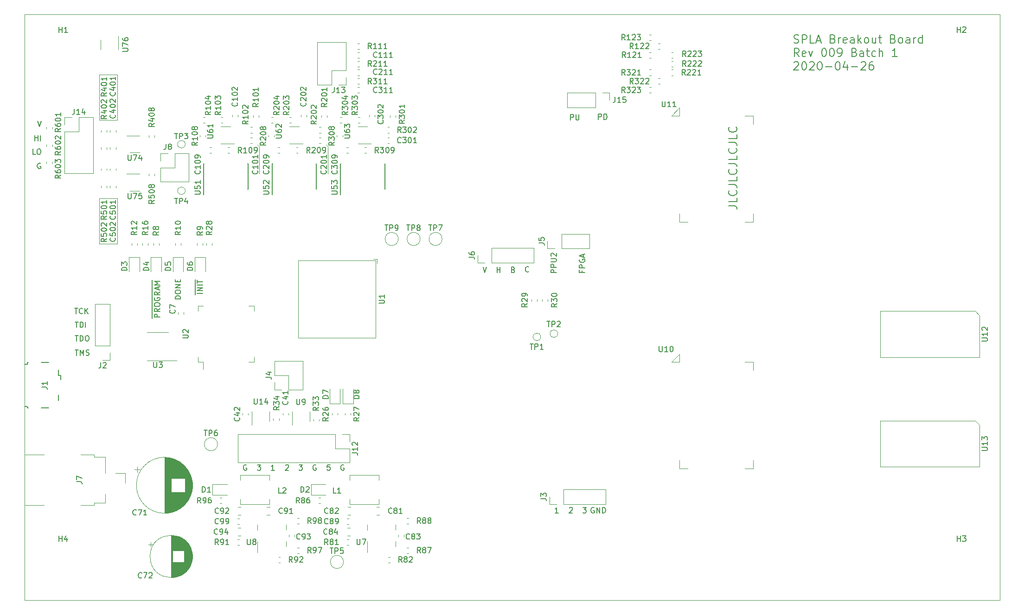
<source format=gbr>
G04 #@! TF.GenerationSoftware,KiCad,Pcbnew,5.1.5-52549c5~86~ubuntu18.04.1*
G04 #@! TF.CreationDate,2020-04-26T19:40:07-07:00*
G04 #@! TF.ProjectId,spla-board,73706c61-2d62-46f6-9172-642e6b696361,9*
G04 #@! TF.SameCoordinates,Original*
G04 #@! TF.FileFunction,Legend,Top*
G04 #@! TF.FilePolarity,Positive*
%FSLAX46Y46*%
G04 Gerber Fmt 4.6, Leading zero omitted, Abs format (unit mm)*
G04 Created by KiCad (PCBNEW 5.1.5-52549c5~86~ubuntu18.04.1) date 2020-04-26 19:40:07*
%MOMM*%
%LPD*%
G04 APERTURE LIST*
%ADD10C,0.200000*%
%ADD11C,0.150000*%
%ADD12C,0.120000*%
%ADD13C,0.050000*%
G04 APERTURE END LIST*
D10*
X180415714Y-53157142D02*
X180630000Y-53228571D01*
X180987142Y-53228571D01*
X181130000Y-53157142D01*
X181201428Y-53085714D01*
X181272857Y-52942857D01*
X181272857Y-52800000D01*
X181201428Y-52657142D01*
X181130000Y-52585714D01*
X180987142Y-52514285D01*
X180701428Y-52442857D01*
X180558571Y-52371428D01*
X180487142Y-52300000D01*
X180415714Y-52157142D01*
X180415714Y-52014285D01*
X180487142Y-51871428D01*
X180558571Y-51800000D01*
X180701428Y-51728571D01*
X181058571Y-51728571D01*
X181272857Y-51800000D01*
X181915714Y-53228571D02*
X181915714Y-51728571D01*
X182487142Y-51728571D01*
X182630000Y-51800000D01*
X182701428Y-51871428D01*
X182772857Y-52014285D01*
X182772857Y-52228571D01*
X182701428Y-52371428D01*
X182630000Y-52442857D01*
X182487142Y-52514285D01*
X181915714Y-52514285D01*
X184130000Y-53228571D02*
X183415714Y-53228571D01*
X183415714Y-51728571D01*
X184558571Y-52800000D02*
X185272857Y-52800000D01*
X184415714Y-53228571D02*
X184915714Y-51728571D01*
X185415714Y-53228571D01*
X187558571Y-52442857D02*
X187772857Y-52514285D01*
X187844285Y-52585714D01*
X187915714Y-52728571D01*
X187915714Y-52942857D01*
X187844285Y-53085714D01*
X187772857Y-53157142D01*
X187630000Y-53228571D01*
X187058571Y-53228571D01*
X187058571Y-51728571D01*
X187558571Y-51728571D01*
X187701428Y-51800000D01*
X187772857Y-51871428D01*
X187844285Y-52014285D01*
X187844285Y-52157142D01*
X187772857Y-52300000D01*
X187701428Y-52371428D01*
X187558571Y-52442857D01*
X187058571Y-52442857D01*
X188558571Y-53228571D02*
X188558571Y-52228571D01*
X188558571Y-52514285D02*
X188630000Y-52371428D01*
X188701428Y-52300000D01*
X188844285Y-52228571D01*
X188987142Y-52228571D01*
X190058571Y-53157142D02*
X189915714Y-53228571D01*
X189630000Y-53228571D01*
X189487142Y-53157142D01*
X189415714Y-53014285D01*
X189415714Y-52442857D01*
X189487142Y-52300000D01*
X189630000Y-52228571D01*
X189915714Y-52228571D01*
X190058571Y-52300000D01*
X190130000Y-52442857D01*
X190130000Y-52585714D01*
X189415714Y-52728571D01*
X191415714Y-53228571D02*
X191415714Y-52442857D01*
X191344285Y-52300000D01*
X191201428Y-52228571D01*
X190915714Y-52228571D01*
X190772857Y-52300000D01*
X191415714Y-53157142D02*
X191272857Y-53228571D01*
X190915714Y-53228571D01*
X190772857Y-53157142D01*
X190701428Y-53014285D01*
X190701428Y-52871428D01*
X190772857Y-52728571D01*
X190915714Y-52657142D01*
X191272857Y-52657142D01*
X191415714Y-52585714D01*
X192130000Y-53228571D02*
X192130000Y-51728571D01*
X192272857Y-52657142D02*
X192701428Y-53228571D01*
X192701428Y-52228571D02*
X192130000Y-52800000D01*
X193558571Y-53228571D02*
X193415714Y-53157142D01*
X193344285Y-53085714D01*
X193272857Y-52942857D01*
X193272857Y-52514285D01*
X193344285Y-52371428D01*
X193415714Y-52300000D01*
X193558571Y-52228571D01*
X193772857Y-52228571D01*
X193915714Y-52300000D01*
X193987142Y-52371428D01*
X194058571Y-52514285D01*
X194058571Y-52942857D01*
X193987142Y-53085714D01*
X193915714Y-53157142D01*
X193772857Y-53228571D01*
X193558571Y-53228571D01*
X195344285Y-52228571D02*
X195344285Y-53228571D01*
X194701428Y-52228571D02*
X194701428Y-53014285D01*
X194772857Y-53157142D01*
X194915714Y-53228571D01*
X195130000Y-53228571D01*
X195272857Y-53157142D01*
X195344285Y-53085714D01*
X195844285Y-52228571D02*
X196415714Y-52228571D01*
X196058571Y-51728571D02*
X196058571Y-53014285D01*
X196130000Y-53157142D01*
X196272857Y-53228571D01*
X196415714Y-53228571D01*
X198558571Y-52442857D02*
X198772857Y-52514285D01*
X198844285Y-52585714D01*
X198915714Y-52728571D01*
X198915714Y-52942857D01*
X198844285Y-53085714D01*
X198772857Y-53157142D01*
X198630000Y-53228571D01*
X198058571Y-53228571D01*
X198058571Y-51728571D01*
X198558571Y-51728571D01*
X198701428Y-51800000D01*
X198772857Y-51871428D01*
X198844285Y-52014285D01*
X198844285Y-52157142D01*
X198772857Y-52300000D01*
X198701428Y-52371428D01*
X198558571Y-52442857D01*
X198058571Y-52442857D01*
X199772857Y-53228571D02*
X199630000Y-53157142D01*
X199558571Y-53085714D01*
X199487142Y-52942857D01*
X199487142Y-52514285D01*
X199558571Y-52371428D01*
X199630000Y-52300000D01*
X199772857Y-52228571D01*
X199987142Y-52228571D01*
X200130000Y-52300000D01*
X200201428Y-52371428D01*
X200272857Y-52514285D01*
X200272857Y-52942857D01*
X200201428Y-53085714D01*
X200130000Y-53157142D01*
X199987142Y-53228571D01*
X199772857Y-53228571D01*
X201558571Y-53228571D02*
X201558571Y-52442857D01*
X201487142Y-52300000D01*
X201344285Y-52228571D01*
X201058571Y-52228571D01*
X200915714Y-52300000D01*
X201558571Y-53157142D02*
X201415714Y-53228571D01*
X201058571Y-53228571D01*
X200915714Y-53157142D01*
X200844285Y-53014285D01*
X200844285Y-52871428D01*
X200915714Y-52728571D01*
X201058571Y-52657142D01*
X201415714Y-52657142D01*
X201558571Y-52585714D01*
X202272857Y-53228571D02*
X202272857Y-52228571D01*
X202272857Y-52514285D02*
X202344285Y-52371428D01*
X202415714Y-52300000D01*
X202558571Y-52228571D01*
X202701428Y-52228571D01*
X203844285Y-53228571D02*
X203844285Y-51728571D01*
X203844285Y-53157142D02*
X203701428Y-53228571D01*
X203415714Y-53228571D01*
X203272857Y-53157142D01*
X203201428Y-53085714D01*
X203130000Y-52942857D01*
X203130000Y-52514285D01*
X203201428Y-52371428D01*
X203272857Y-52300000D01*
X203415714Y-52228571D01*
X203701428Y-52228571D01*
X203844285Y-52300000D01*
X181344285Y-55678571D02*
X180844285Y-54964285D01*
X180487142Y-55678571D02*
X180487142Y-54178571D01*
X181058571Y-54178571D01*
X181201428Y-54250000D01*
X181272857Y-54321428D01*
X181344285Y-54464285D01*
X181344285Y-54678571D01*
X181272857Y-54821428D01*
X181201428Y-54892857D01*
X181058571Y-54964285D01*
X180487142Y-54964285D01*
X182558571Y-55607142D02*
X182415714Y-55678571D01*
X182130000Y-55678571D01*
X181987142Y-55607142D01*
X181915714Y-55464285D01*
X181915714Y-54892857D01*
X181987142Y-54750000D01*
X182130000Y-54678571D01*
X182415714Y-54678571D01*
X182558571Y-54750000D01*
X182630000Y-54892857D01*
X182630000Y-55035714D01*
X181915714Y-55178571D01*
X183130000Y-54678571D02*
X183487142Y-55678571D01*
X183844285Y-54678571D01*
X185844285Y-54178571D02*
X185987142Y-54178571D01*
X186130000Y-54250000D01*
X186201428Y-54321428D01*
X186272857Y-54464285D01*
X186344285Y-54750000D01*
X186344285Y-55107142D01*
X186272857Y-55392857D01*
X186201428Y-55535714D01*
X186130000Y-55607142D01*
X185987142Y-55678571D01*
X185844285Y-55678571D01*
X185701428Y-55607142D01*
X185630000Y-55535714D01*
X185558571Y-55392857D01*
X185487142Y-55107142D01*
X185487142Y-54750000D01*
X185558571Y-54464285D01*
X185630000Y-54321428D01*
X185701428Y-54250000D01*
X185844285Y-54178571D01*
X187272857Y-54178571D02*
X187415714Y-54178571D01*
X187558571Y-54250000D01*
X187630000Y-54321428D01*
X187701428Y-54464285D01*
X187772857Y-54750000D01*
X187772857Y-55107142D01*
X187701428Y-55392857D01*
X187630000Y-55535714D01*
X187558571Y-55607142D01*
X187415714Y-55678571D01*
X187272857Y-55678571D01*
X187130000Y-55607142D01*
X187058571Y-55535714D01*
X186987142Y-55392857D01*
X186915714Y-55107142D01*
X186915714Y-54750000D01*
X186987142Y-54464285D01*
X187058571Y-54321428D01*
X187130000Y-54250000D01*
X187272857Y-54178571D01*
X188487142Y-55678571D02*
X188772857Y-55678571D01*
X188915714Y-55607142D01*
X188987142Y-55535714D01*
X189130000Y-55321428D01*
X189201428Y-55035714D01*
X189201428Y-54464285D01*
X189130000Y-54321428D01*
X189058571Y-54250000D01*
X188915714Y-54178571D01*
X188630000Y-54178571D01*
X188487142Y-54250000D01*
X188415714Y-54321428D01*
X188344285Y-54464285D01*
X188344285Y-54821428D01*
X188415714Y-54964285D01*
X188487142Y-55035714D01*
X188630000Y-55107142D01*
X188915714Y-55107142D01*
X189058571Y-55035714D01*
X189130000Y-54964285D01*
X189201428Y-54821428D01*
X191487142Y-54892857D02*
X191701428Y-54964285D01*
X191772857Y-55035714D01*
X191844285Y-55178571D01*
X191844285Y-55392857D01*
X191772857Y-55535714D01*
X191701428Y-55607142D01*
X191558571Y-55678571D01*
X190987142Y-55678571D01*
X190987142Y-54178571D01*
X191487142Y-54178571D01*
X191630000Y-54250000D01*
X191701428Y-54321428D01*
X191772857Y-54464285D01*
X191772857Y-54607142D01*
X191701428Y-54750000D01*
X191630000Y-54821428D01*
X191487142Y-54892857D01*
X190987142Y-54892857D01*
X193130000Y-55678571D02*
X193130000Y-54892857D01*
X193058571Y-54750000D01*
X192915714Y-54678571D01*
X192630000Y-54678571D01*
X192487142Y-54750000D01*
X193130000Y-55607142D02*
X192987142Y-55678571D01*
X192630000Y-55678571D01*
X192487142Y-55607142D01*
X192415714Y-55464285D01*
X192415714Y-55321428D01*
X192487142Y-55178571D01*
X192630000Y-55107142D01*
X192987142Y-55107142D01*
X193130000Y-55035714D01*
X193630000Y-54678571D02*
X194201428Y-54678571D01*
X193844285Y-54178571D02*
X193844285Y-55464285D01*
X193915714Y-55607142D01*
X194058571Y-55678571D01*
X194201428Y-55678571D01*
X195344285Y-55607142D02*
X195201428Y-55678571D01*
X194915714Y-55678571D01*
X194772857Y-55607142D01*
X194701428Y-55535714D01*
X194630000Y-55392857D01*
X194630000Y-54964285D01*
X194701428Y-54821428D01*
X194772857Y-54750000D01*
X194915714Y-54678571D01*
X195201428Y-54678571D01*
X195344285Y-54750000D01*
X195987142Y-55678571D02*
X195987142Y-54178571D01*
X196630000Y-55678571D02*
X196630000Y-54892857D01*
X196558571Y-54750000D01*
X196415714Y-54678571D01*
X196201428Y-54678571D01*
X196058571Y-54750000D01*
X195987142Y-54821428D01*
X199272857Y-55678571D02*
X198415714Y-55678571D01*
X198844285Y-55678571D02*
X198844285Y-54178571D01*
X198701428Y-54392857D01*
X198558571Y-54535714D01*
X198415714Y-54607142D01*
X180415714Y-56771428D02*
X180487142Y-56700000D01*
X180630000Y-56628571D01*
X180987142Y-56628571D01*
X181130000Y-56700000D01*
X181201428Y-56771428D01*
X181272857Y-56914285D01*
X181272857Y-57057142D01*
X181201428Y-57271428D01*
X180344285Y-58128571D01*
X181272857Y-58128571D01*
X182201428Y-56628571D02*
X182344285Y-56628571D01*
X182487142Y-56700000D01*
X182558571Y-56771428D01*
X182630000Y-56914285D01*
X182701428Y-57200000D01*
X182701428Y-57557142D01*
X182630000Y-57842857D01*
X182558571Y-57985714D01*
X182487142Y-58057142D01*
X182344285Y-58128571D01*
X182201428Y-58128571D01*
X182058571Y-58057142D01*
X181987142Y-57985714D01*
X181915714Y-57842857D01*
X181844285Y-57557142D01*
X181844285Y-57200000D01*
X181915714Y-56914285D01*
X181987142Y-56771428D01*
X182058571Y-56700000D01*
X182201428Y-56628571D01*
X183272857Y-56771428D02*
X183344285Y-56700000D01*
X183487142Y-56628571D01*
X183844285Y-56628571D01*
X183987142Y-56700000D01*
X184058571Y-56771428D01*
X184130000Y-56914285D01*
X184130000Y-57057142D01*
X184058571Y-57271428D01*
X183201428Y-58128571D01*
X184130000Y-58128571D01*
X185058571Y-56628571D02*
X185201428Y-56628571D01*
X185344285Y-56700000D01*
X185415714Y-56771428D01*
X185487142Y-56914285D01*
X185558571Y-57200000D01*
X185558571Y-57557142D01*
X185487142Y-57842857D01*
X185415714Y-57985714D01*
X185344285Y-58057142D01*
X185201428Y-58128571D01*
X185058571Y-58128571D01*
X184915714Y-58057142D01*
X184844285Y-57985714D01*
X184772857Y-57842857D01*
X184701428Y-57557142D01*
X184701428Y-57200000D01*
X184772857Y-56914285D01*
X184844285Y-56771428D01*
X184915714Y-56700000D01*
X185058571Y-56628571D01*
X186201428Y-57557142D02*
X187344285Y-57557142D01*
X188344285Y-56628571D02*
X188487142Y-56628571D01*
X188630000Y-56700000D01*
X188701428Y-56771428D01*
X188772857Y-56914285D01*
X188844285Y-57200000D01*
X188844285Y-57557142D01*
X188772857Y-57842857D01*
X188701428Y-57985714D01*
X188630000Y-58057142D01*
X188487142Y-58128571D01*
X188344285Y-58128571D01*
X188201428Y-58057142D01*
X188130000Y-57985714D01*
X188058571Y-57842857D01*
X187987142Y-57557142D01*
X187987142Y-57200000D01*
X188058571Y-56914285D01*
X188130000Y-56771428D01*
X188201428Y-56700000D01*
X188344285Y-56628571D01*
X190130000Y-57128571D02*
X190130000Y-58128571D01*
X189772857Y-56557142D02*
X189415714Y-57628571D01*
X190344285Y-57628571D01*
X190915714Y-57557142D02*
X192058571Y-57557142D01*
X192701428Y-56771428D02*
X192772857Y-56700000D01*
X192915714Y-56628571D01*
X193272857Y-56628571D01*
X193415714Y-56700000D01*
X193487142Y-56771428D01*
X193558571Y-56914285D01*
X193558571Y-57057142D01*
X193487142Y-57271428D01*
X192630000Y-58128571D01*
X193558571Y-58128571D01*
X194844285Y-56628571D02*
X194558571Y-56628571D01*
X194415714Y-56700000D01*
X194344285Y-56771428D01*
X194201428Y-56985714D01*
X194130000Y-57271428D01*
X194130000Y-57842857D01*
X194201428Y-57985714D01*
X194272857Y-58057142D01*
X194415714Y-58128571D01*
X194701428Y-58128571D01*
X194844285Y-58057142D01*
X194915714Y-57985714D01*
X194987142Y-57842857D01*
X194987142Y-57485714D01*
X194915714Y-57342857D01*
X194844285Y-57271428D01*
X194701428Y-57200000D01*
X194415714Y-57200000D01*
X194272857Y-57271428D01*
X194201428Y-57342857D01*
X194130000Y-57485714D01*
D11*
X63285000Y-103523809D02*
X63285000Y-102523809D01*
X64652380Y-103285714D02*
X63652380Y-103285714D01*
X63652380Y-102904761D01*
X63700000Y-102809523D01*
X63747619Y-102761904D01*
X63842857Y-102714285D01*
X63985714Y-102714285D01*
X64080952Y-102761904D01*
X64128571Y-102809523D01*
X64176190Y-102904761D01*
X64176190Y-103285714D01*
X63285000Y-102523809D02*
X63285000Y-101523809D01*
X64652380Y-101714285D02*
X64176190Y-102047619D01*
X64652380Y-102285714D02*
X63652380Y-102285714D01*
X63652380Y-101904761D01*
X63700000Y-101809523D01*
X63747619Y-101761904D01*
X63842857Y-101714285D01*
X63985714Y-101714285D01*
X64080952Y-101761904D01*
X64128571Y-101809523D01*
X64176190Y-101904761D01*
X64176190Y-102285714D01*
X63285000Y-101523809D02*
X63285000Y-100476190D01*
X63652380Y-101095238D02*
X63652380Y-100904761D01*
X63700000Y-100809523D01*
X63795238Y-100714285D01*
X63985714Y-100666666D01*
X64319047Y-100666666D01*
X64509523Y-100714285D01*
X64604761Y-100809523D01*
X64652380Y-100904761D01*
X64652380Y-101095238D01*
X64604761Y-101190476D01*
X64509523Y-101285714D01*
X64319047Y-101333333D01*
X63985714Y-101333333D01*
X63795238Y-101285714D01*
X63700000Y-101190476D01*
X63652380Y-101095238D01*
X63285000Y-100476190D02*
X63285000Y-99476190D01*
X63700000Y-99714285D02*
X63652380Y-99809523D01*
X63652380Y-99952380D01*
X63700000Y-100095238D01*
X63795238Y-100190476D01*
X63890476Y-100238095D01*
X64080952Y-100285714D01*
X64223809Y-100285714D01*
X64414285Y-100238095D01*
X64509523Y-100190476D01*
X64604761Y-100095238D01*
X64652380Y-99952380D01*
X64652380Y-99857142D01*
X64604761Y-99714285D01*
X64557142Y-99666666D01*
X64223809Y-99666666D01*
X64223809Y-99857142D01*
X63285000Y-99476190D02*
X63285000Y-98476190D01*
X64652380Y-98666666D02*
X64176190Y-99000000D01*
X64652380Y-99238095D02*
X63652380Y-99238095D01*
X63652380Y-98857142D01*
X63700000Y-98761904D01*
X63747619Y-98714285D01*
X63842857Y-98666666D01*
X63985714Y-98666666D01*
X64080952Y-98714285D01*
X64128571Y-98761904D01*
X64176190Y-98857142D01*
X64176190Y-99238095D01*
X63285000Y-98476190D02*
X63285000Y-97619047D01*
X64366666Y-98285714D02*
X64366666Y-97809523D01*
X64652380Y-98380952D02*
X63652380Y-98047619D01*
X64652380Y-97714285D01*
X63285000Y-97619047D02*
X63285000Y-96476190D01*
X64652380Y-97380952D02*
X63652380Y-97380952D01*
X64366666Y-97047619D01*
X63652380Y-96714285D01*
X64652380Y-96714285D01*
X68452380Y-99961904D02*
X67452380Y-99961904D01*
X67452380Y-99723809D01*
X67500000Y-99580952D01*
X67595238Y-99485714D01*
X67690476Y-99438095D01*
X67880952Y-99390476D01*
X68023809Y-99390476D01*
X68214285Y-99438095D01*
X68309523Y-99485714D01*
X68404761Y-99580952D01*
X68452380Y-99723809D01*
X68452380Y-99961904D01*
X67452380Y-98771428D02*
X67452380Y-98580952D01*
X67500000Y-98485714D01*
X67595238Y-98390476D01*
X67785714Y-98342857D01*
X68119047Y-98342857D01*
X68309523Y-98390476D01*
X68404761Y-98485714D01*
X68452380Y-98580952D01*
X68452380Y-98771428D01*
X68404761Y-98866666D01*
X68309523Y-98961904D01*
X68119047Y-99009523D01*
X67785714Y-99009523D01*
X67595238Y-98961904D01*
X67500000Y-98866666D01*
X67452380Y-98771428D01*
X68452380Y-97914285D02*
X67452380Y-97914285D01*
X68452380Y-97342857D01*
X67452380Y-97342857D01*
X67928571Y-96866666D02*
X67928571Y-96533333D01*
X68452380Y-96390476D02*
X68452380Y-96866666D01*
X67452380Y-96866666D01*
X67452380Y-96390476D01*
X71085000Y-99180952D02*
X71085000Y-98704761D01*
X72452380Y-98942857D02*
X71452380Y-98942857D01*
X71085000Y-98704761D02*
X71085000Y-97657142D01*
X72452380Y-98466666D02*
X71452380Y-98466666D01*
X72452380Y-97895238D01*
X71452380Y-97895238D01*
X71085000Y-97657142D02*
X71085000Y-97180952D01*
X72452380Y-97419047D02*
X71452380Y-97419047D01*
X71085000Y-97180952D02*
X71085000Y-96419047D01*
X71452380Y-97085714D02*
X71452380Y-96514285D01*
X72452380Y-96800000D02*
X71452380Y-96800000D01*
D12*
X56900000Y-89900000D02*
X56900000Y-81600000D01*
X56900000Y-81600000D02*
X53600000Y-81600000D01*
X53600000Y-81600000D02*
X53600000Y-89900000D01*
X53600000Y-89900000D02*
X56900000Y-89900000D01*
X53600000Y-67300000D02*
X56900000Y-67300000D01*
X53600000Y-59000000D02*
X53600000Y-67300000D01*
X56900000Y-59000000D02*
X53600000Y-59000000D01*
X56900000Y-67300000D02*
X56900000Y-59000000D01*
X95300000Y-77100000D02*
X95300000Y-72100000D01*
X95300000Y-72100000D02*
X95000000Y-71800000D01*
X82800000Y-72100000D02*
X82500000Y-71800000D01*
X82800000Y-77100000D02*
X82800000Y-72100000D01*
D11*
X98261904Y-130300000D02*
X98166666Y-130252380D01*
X98023809Y-130252380D01*
X97880952Y-130300000D01*
X97785714Y-130395238D01*
X97738095Y-130490476D01*
X97690476Y-130680952D01*
X97690476Y-130823809D01*
X97738095Y-131014285D01*
X97785714Y-131109523D01*
X97880952Y-131204761D01*
X98023809Y-131252380D01*
X98119047Y-131252380D01*
X98261904Y-131204761D01*
X98309523Y-131157142D01*
X98309523Y-130823809D01*
X98119047Y-130823809D01*
X95738095Y-130252380D02*
X95261904Y-130252380D01*
X95214285Y-130728571D01*
X95261904Y-130680952D01*
X95357142Y-130633333D01*
X95595238Y-130633333D01*
X95690476Y-130680952D01*
X95738095Y-130728571D01*
X95785714Y-130823809D01*
X95785714Y-131061904D01*
X95738095Y-131157142D01*
X95690476Y-131204761D01*
X95595238Y-131252380D01*
X95357142Y-131252380D01*
X95261904Y-131204761D01*
X95214285Y-131157142D01*
X93161904Y-130300000D02*
X93066666Y-130252380D01*
X92923809Y-130252380D01*
X92780952Y-130300000D01*
X92685714Y-130395238D01*
X92638095Y-130490476D01*
X92590476Y-130680952D01*
X92590476Y-130823809D01*
X92638095Y-131014285D01*
X92685714Y-131109523D01*
X92780952Y-131204761D01*
X92923809Y-131252380D01*
X93019047Y-131252380D01*
X93161904Y-131204761D01*
X93209523Y-131157142D01*
X93209523Y-130823809D01*
X93019047Y-130823809D01*
X90066666Y-130252380D02*
X90685714Y-130252380D01*
X90352380Y-130633333D01*
X90495238Y-130633333D01*
X90590476Y-130680952D01*
X90638095Y-130728571D01*
X90685714Y-130823809D01*
X90685714Y-131061904D01*
X90638095Y-131157142D01*
X90590476Y-131204761D01*
X90495238Y-131252380D01*
X90209523Y-131252380D01*
X90114285Y-131204761D01*
X90066666Y-131157142D01*
X87614285Y-130347619D02*
X87661904Y-130300000D01*
X87757142Y-130252380D01*
X87995238Y-130252380D01*
X88090476Y-130300000D01*
X88138095Y-130347619D01*
X88185714Y-130442857D01*
X88185714Y-130538095D01*
X88138095Y-130680952D01*
X87566666Y-131252380D01*
X88185714Y-131252380D01*
X85585714Y-131252380D02*
X85014285Y-131252380D01*
X85300000Y-131252380D02*
X85300000Y-130252380D01*
X85204761Y-130395238D01*
X85109523Y-130490476D01*
X85014285Y-130538095D01*
X82466666Y-130252380D02*
X83085714Y-130252380D01*
X82752380Y-130633333D01*
X82895238Y-130633333D01*
X82990476Y-130680952D01*
X83038095Y-130728571D01*
X83085714Y-130823809D01*
X83085714Y-131061904D01*
X83038095Y-131157142D01*
X82990476Y-131204761D01*
X82895238Y-131252380D01*
X82609523Y-131252380D01*
X82514285Y-131204761D01*
X82466666Y-131157142D01*
X80461904Y-130300000D02*
X80366666Y-130252380D01*
X80223809Y-130252380D01*
X80080952Y-130300000D01*
X79985714Y-130395238D01*
X79938095Y-130490476D01*
X79890476Y-130680952D01*
X79890476Y-130823809D01*
X79938095Y-131014285D01*
X79985714Y-131109523D01*
X80080952Y-131204761D01*
X80223809Y-131252380D01*
X80319047Y-131252380D01*
X80461904Y-131204761D01*
X80509523Y-131157142D01*
X80509523Y-130823809D01*
X80319047Y-130823809D01*
X49192738Y-109252380D02*
X49764166Y-109252380D01*
X49478452Y-110252380D02*
X49478452Y-109252380D01*
X50097500Y-110252380D02*
X50097500Y-109252380D01*
X50430833Y-109966666D01*
X50764166Y-109252380D01*
X50764166Y-110252380D01*
X51192738Y-110204761D02*
X51335595Y-110252380D01*
X51573690Y-110252380D01*
X51668928Y-110204761D01*
X51716547Y-110157142D01*
X51764166Y-110061904D01*
X51764166Y-109966666D01*
X51716547Y-109871428D01*
X51668928Y-109823809D01*
X51573690Y-109776190D01*
X51383214Y-109728571D01*
X51287976Y-109680952D01*
X51240357Y-109633333D01*
X51192738Y-109538095D01*
X51192738Y-109442857D01*
X51240357Y-109347619D01*
X51287976Y-109300000D01*
X51383214Y-109252380D01*
X51621309Y-109252380D01*
X51764166Y-109300000D01*
X49092738Y-101652380D02*
X49664166Y-101652380D01*
X49378452Y-102652380D02*
X49378452Y-101652380D01*
X50568928Y-102557142D02*
X50521309Y-102604761D01*
X50378452Y-102652380D01*
X50283214Y-102652380D01*
X50140357Y-102604761D01*
X50045119Y-102509523D01*
X49997500Y-102414285D01*
X49949880Y-102223809D01*
X49949880Y-102080952D01*
X49997500Y-101890476D01*
X50045119Y-101795238D01*
X50140357Y-101700000D01*
X50283214Y-101652380D01*
X50378452Y-101652380D01*
X50521309Y-101700000D01*
X50568928Y-101747619D01*
X50997500Y-102652380D02*
X50997500Y-101652380D01*
X51568928Y-102652380D02*
X51140357Y-102080952D01*
X51568928Y-101652380D02*
X50997500Y-102223809D01*
X49192738Y-104152380D02*
X49764166Y-104152380D01*
X49478452Y-105152380D02*
X49478452Y-104152380D01*
X50097500Y-105152380D02*
X50097500Y-104152380D01*
X50335595Y-104152380D01*
X50478452Y-104200000D01*
X50573690Y-104295238D01*
X50621309Y-104390476D01*
X50668928Y-104580952D01*
X50668928Y-104723809D01*
X50621309Y-104914285D01*
X50573690Y-105009523D01*
X50478452Y-105104761D01*
X50335595Y-105152380D01*
X50097500Y-105152380D01*
X51097500Y-105152380D02*
X51097500Y-104152380D01*
X49192738Y-106652380D02*
X49764166Y-106652380D01*
X49478452Y-107652380D02*
X49478452Y-106652380D01*
X50097500Y-107652380D02*
X50097500Y-106652380D01*
X50335595Y-106652380D01*
X50478452Y-106700000D01*
X50573690Y-106795238D01*
X50621309Y-106890476D01*
X50668928Y-107080952D01*
X50668928Y-107223809D01*
X50621309Y-107414285D01*
X50573690Y-107509523D01*
X50478452Y-107604761D01*
X50335595Y-107652380D01*
X50097500Y-107652380D01*
X51287976Y-106652380D02*
X51478452Y-106652380D01*
X51573690Y-106700000D01*
X51668928Y-106795238D01*
X51716547Y-106985714D01*
X51716547Y-107319047D01*
X51668928Y-107509523D01*
X51573690Y-107604761D01*
X51478452Y-107652380D01*
X51287976Y-107652380D01*
X51192738Y-107604761D01*
X51097500Y-107509523D01*
X51049880Y-107319047D01*
X51049880Y-106985714D01*
X51097500Y-106795238D01*
X51192738Y-106700000D01*
X51287976Y-106652380D01*
X141728571Y-94785714D02*
X141728571Y-95119047D01*
X142252380Y-95119047D02*
X141252380Y-95119047D01*
X141252380Y-94642857D01*
X142252380Y-94261904D02*
X141252380Y-94261904D01*
X141252380Y-93880952D01*
X141300000Y-93785714D01*
X141347619Y-93738095D01*
X141442857Y-93690476D01*
X141585714Y-93690476D01*
X141680952Y-93738095D01*
X141728571Y-93785714D01*
X141776190Y-93880952D01*
X141776190Y-94261904D01*
X141300000Y-92738095D02*
X141252380Y-92833333D01*
X141252380Y-92976190D01*
X141300000Y-93119047D01*
X141395238Y-93214285D01*
X141490476Y-93261904D01*
X141680952Y-93309523D01*
X141823809Y-93309523D01*
X142014285Y-93261904D01*
X142109523Y-93214285D01*
X142204761Y-93119047D01*
X142252380Y-92976190D01*
X142252380Y-92880952D01*
X142204761Y-92738095D01*
X142157142Y-92690476D01*
X141823809Y-92690476D01*
X141823809Y-92880952D01*
X141966666Y-92309523D02*
X141966666Y-91833333D01*
X142252380Y-92404761D02*
X141252380Y-92071428D01*
X142252380Y-91738095D01*
X137052380Y-95161904D02*
X136052380Y-95161904D01*
X136052380Y-94780952D01*
X136100000Y-94685714D01*
X136147619Y-94638095D01*
X136242857Y-94590476D01*
X136385714Y-94590476D01*
X136480952Y-94638095D01*
X136528571Y-94685714D01*
X136576190Y-94780952D01*
X136576190Y-95161904D01*
X137052380Y-94161904D02*
X136052380Y-94161904D01*
X136052380Y-93780952D01*
X136100000Y-93685714D01*
X136147619Y-93638095D01*
X136242857Y-93590476D01*
X136385714Y-93590476D01*
X136480952Y-93638095D01*
X136528571Y-93685714D01*
X136576190Y-93780952D01*
X136576190Y-94161904D01*
X136052380Y-93161904D02*
X136861904Y-93161904D01*
X136957142Y-93114285D01*
X137004761Y-93066666D01*
X137052380Y-92971428D01*
X137052380Y-92780952D01*
X137004761Y-92685714D01*
X136957142Y-92638095D01*
X136861904Y-92590476D01*
X136052380Y-92590476D01*
X136147619Y-92161904D02*
X136100000Y-92114285D01*
X136052380Y-92019047D01*
X136052380Y-91780952D01*
X136100000Y-91685714D01*
X136147619Y-91638095D01*
X136242857Y-91590476D01*
X136338095Y-91590476D01*
X136480952Y-91638095D01*
X137052380Y-92209523D01*
X137052380Y-91590476D01*
X132009523Y-94957142D02*
X131961904Y-95004761D01*
X131819047Y-95052380D01*
X131723809Y-95052380D01*
X131580952Y-95004761D01*
X131485714Y-94909523D01*
X131438095Y-94814285D01*
X131390476Y-94623809D01*
X131390476Y-94480952D01*
X131438095Y-94290476D01*
X131485714Y-94195238D01*
X131580952Y-94100000D01*
X131723809Y-94052380D01*
X131819047Y-94052380D01*
X131961904Y-94100000D01*
X132009523Y-94147619D01*
X129171428Y-94628571D02*
X129314285Y-94676190D01*
X129361904Y-94723809D01*
X129409523Y-94819047D01*
X129409523Y-94961904D01*
X129361904Y-95057142D01*
X129314285Y-95104761D01*
X129219047Y-95152380D01*
X128838095Y-95152380D01*
X128838095Y-94152380D01*
X129171428Y-94152380D01*
X129266666Y-94200000D01*
X129314285Y-94247619D01*
X129361904Y-94342857D01*
X129361904Y-94438095D01*
X129314285Y-94533333D01*
X129266666Y-94580952D01*
X129171428Y-94628571D01*
X128838095Y-94628571D01*
X126214285Y-95152380D02*
X126214285Y-94152380D01*
X126214285Y-94628571D02*
X126785714Y-94628571D01*
X126785714Y-95152380D02*
X126785714Y-94152380D01*
X123666666Y-94152380D02*
X124000000Y-95152380D01*
X124333333Y-94152380D01*
X143938095Y-138100000D02*
X143842857Y-138052380D01*
X143700000Y-138052380D01*
X143557142Y-138100000D01*
X143461904Y-138195238D01*
X143414285Y-138290476D01*
X143366666Y-138480952D01*
X143366666Y-138623809D01*
X143414285Y-138814285D01*
X143461904Y-138909523D01*
X143557142Y-139004761D01*
X143700000Y-139052380D01*
X143795238Y-139052380D01*
X143938095Y-139004761D01*
X143985714Y-138957142D01*
X143985714Y-138623809D01*
X143795238Y-138623809D01*
X144414285Y-139052380D02*
X144414285Y-138052380D01*
X144985714Y-139052380D01*
X144985714Y-138052380D01*
X145461904Y-139052380D02*
X145461904Y-138052380D01*
X145700000Y-138052380D01*
X145842857Y-138100000D01*
X145938095Y-138195238D01*
X145985714Y-138290476D01*
X146033333Y-138480952D01*
X146033333Y-138623809D01*
X145985714Y-138814285D01*
X145938095Y-138909523D01*
X145842857Y-139004761D01*
X145700000Y-139052380D01*
X145461904Y-139052380D01*
X141866666Y-138052380D02*
X142485714Y-138052380D01*
X142152380Y-138433333D01*
X142295238Y-138433333D01*
X142390476Y-138480952D01*
X142438095Y-138528571D01*
X142485714Y-138623809D01*
X142485714Y-138861904D01*
X142438095Y-138957142D01*
X142390476Y-139004761D01*
X142295238Y-139052380D01*
X142009523Y-139052380D01*
X141914285Y-139004761D01*
X141866666Y-138957142D01*
X139414285Y-138147619D02*
X139461904Y-138100000D01*
X139557142Y-138052380D01*
X139795238Y-138052380D01*
X139890476Y-138100000D01*
X139938095Y-138147619D01*
X139985714Y-138242857D01*
X139985714Y-138338095D01*
X139938095Y-138480952D01*
X139366666Y-139052380D01*
X139985714Y-139052380D01*
X137385714Y-139052380D02*
X136814285Y-139052380D01*
X137100000Y-139052380D02*
X137100000Y-138052380D01*
X137004761Y-138195238D01*
X136909523Y-138290476D01*
X136814285Y-138338095D01*
X42864404Y-75200000D02*
X42769166Y-75152380D01*
X42626309Y-75152380D01*
X42483452Y-75200000D01*
X42388214Y-75295238D01*
X42340595Y-75390476D01*
X42292976Y-75580952D01*
X42292976Y-75723809D01*
X42340595Y-75914285D01*
X42388214Y-76009523D01*
X42483452Y-76104761D01*
X42626309Y-76152380D01*
X42721547Y-76152380D01*
X42864404Y-76104761D01*
X42912023Y-76057142D01*
X42912023Y-75723809D01*
X42721547Y-75723809D01*
X41959642Y-73552380D02*
X41483452Y-73552380D01*
X41483452Y-72552380D01*
X42483452Y-72552380D02*
X42673928Y-72552380D01*
X42769166Y-72600000D01*
X42864404Y-72695238D01*
X42912023Y-72885714D01*
X42912023Y-73219047D01*
X42864404Y-73409523D01*
X42769166Y-73504761D01*
X42673928Y-73552380D01*
X42483452Y-73552380D01*
X42388214Y-73504761D01*
X42292976Y-73409523D01*
X42245357Y-73219047D01*
X42245357Y-72885714D01*
X42292976Y-72695238D01*
X42388214Y-72600000D01*
X42483452Y-72552380D01*
X41816785Y-71052380D02*
X41816785Y-70052380D01*
X41816785Y-70528571D02*
X42388214Y-70528571D01*
X42388214Y-71052380D02*
X42388214Y-70052380D01*
X42864404Y-71052380D02*
X42864404Y-70052380D01*
X42340595Y-67452380D02*
X42673928Y-68452380D01*
X43007261Y-67452380D01*
X144738095Y-67152380D02*
X144738095Y-66152380D01*
X145119047Y-66152380D01*
X145214285Y-66200000D01*
X145261904Y-66247619D01*
X145309523Y-66342857D01*
X145309523Y-66485714D01*
X145261904Y-66580952D01*
X145214285Y-66628571D01*
X145119047Y-66676190D01*
X144738095Y-66676190D01*
X145738095Y-67152380D02*
X145738095Y-66152380D01*
X145976190Y-66152380D01*
X146119047Y-66200000D01*
X146214285Y-66295238D01*
X146261904Y-66390476D01*
X146309523Y-66580952D01*
X146309523Y-66723809D01*
X146261904Y-66914285D01*
X146214285Y-67009523D01*
X146119047Y-67104761D01*
X145976190Y-67152380D01*
X145738095Y-67152380D01*
X139614285Y-67252380D02*
X139614285Y-66252380D01*
X139995238Y-66252380D01*
X140090476Y-66300000D01*
X140138095Y-66347619D01*
X140185714Y-66442857D01*
X140185714Y-66585714D01*
X140138095Y-66680952D01*
X140090476Y-66728571D01*
X139995238Y-66776190D01*
X139614285Y-66776190D01*
X140614285Y-66252380D02*
X140614285Y-67061904D01*
X140661904Y-67157142D01*
X140709523Y-67204761D01*
X140804761Y-67252380D01*
X140995238Y-67252380D01*
X141090476Y-67204761D01*
X141138095Y-67157142D01*
X141185714Y-67061904D01*
X141185714Y-66252380D01*
D10*
X168478571Y-82928571D02*
X169550000Y-82928571D01*
X169764285Y-83000000D01*
X169907142Y-83142857D01*
X169978571Y-83357142D01*
X169978571Y-83500000D01*
X169978571Y-81500000D02*
X169978571Y-82214285D01*
X168478571Y-82214285D01*
X169835714Y-80142857D02*
X169907142Y-80214285D01*
X169978571Y-80428571D01*
X169978571Y-80571428D01*
X169907142Y-80785714D01*
X169764285Y-80928571D01*
X169621428Y-81000000D01*
X169335714Y-81071428D01*
X169121428Y-81071428D01*
X168835714Y-81000000D01*
X168692857Y-80928571D01*
X168550000Y-80785714D01*
X168478571Y-80571428D01*
X168478571Y-80428571D01*
X168550000Y-80214285D01*
X168621428Y-80142857D01*
X168478571Y-79071428D02*
X169550000Y-79071428D01*
X169764285Y-79142857D01*
X169907142Y-79285714D01*
X169978571Y-79500000D01*
X169978571Y-79642857D01*
X169978571Y-77642857D02*
X169978571Y-78357142D01*
X168478571Y-78357142D01*
X169835714Y-76285714D02*
X169907142Y-76357142D01*
X169978571Y-76571428D01*
X169978571Y-76714285D01*
X169907142Y-76928571D01*
X169764285Y-77071428D01*
X169621428Y-77142857D01*
X169335714Y-77214285D01*
X169121428Y-77214285D01*
X168835714Y-77142857D01*
X168692857Y-77071428D01*
X168550000Y-76928571D01*
X168478571Y-76714285D01*
X168478571Y-76571428D01*
X168550000Y-76357142D01*
X168621428Y-76285714D01*
X168478571Y-75214285D02*
X169550000Y-75214285D01*
X169764285Y-75285714D01*
X169907142Y-75428571D01*
X169978571Y-75642857D01*
X169978571Y-75785714D01*
X169978571Y-73785714D02*
X169978571Y-74500000D01*
X168478571Y-74500000D01*
X169835714Y-72428571D02*
X169907142Y-72500000D01*
X169978571Y-72714285D01*
X169978571Y-72857142D01*
X169907142Y-73071428D01*
X169764285Y-73214285D01*
X169621428Y-73285714D01*
X169335714Y-73357142D01*
X169121428Y-73357142D01*
X168835714Y-73285714D01*
X168692857Y-73214285D01*
X168550000Y-73071428D01*
X168478571Y-72857142D01*
X168478571Y-72714285D01*
X168550000Y-72500000D01*
X168621428Y-72428571D01*
X168478571Y-71357142D02*
X169550000Y-71357142D01*
X169764285Y-71428571D01*
X169907142Y-71571428D01*
X169978571Y-71785714D01*
X169978571Y-71928571D01*
X169978571Y-69928571D02*
X169978571Y-70642857D01*
X168478571Y-70642857D01*
X169835714Y-68571428D02*
X169907142Y-68642857D01*
X169978571Y-68857142D01*
X169978571Y-69000000D01*
X169907142Y-69214285D01*
X169764285Y-69357142D01*
X169621428Y-69428571D01*
X169335714Y-69500000D01*
X169121428Y-69500000D01*
X168835714Y-69428571D01*
X168692857Y-69357142D01*
X168550000Y-69214285D01*
X168478571Y-69000000D01*
X168478571Y-68857142D01*
X168550000Y-68642857D01*
X168621428Y-68571428D01*
D13*
X40000000Y-155000000D02*
X40000000Y-48000000D01*
X218000000Y-48000000D02*
X218000000Y-155000000D01*
X40000000Y-48000000D02*
X218000000Y-48000000D01*
X40000000Y-155000000D02*
X218000000Y-155000000D01*
D12*
X78878922Y-143210000D02*
X79396078Y-143210000D01*
X78878922Y-141790000D02*
X79396078Y-141790000D01*
X98878922Y-143210000D02*
X99396078Y-143210000D01*
X98878922Y-141790000D02*
X99396078Y-141790000D01*
X135510000Y-100350279D02*
X135510000Y-100024721D01*
X134490000Y-100350279D02*
X134490000Y-100024721D01*
X133510000Y-100350279D02*
X133510000Y-100024721D01*
X132490000Y-100350279D02*
X132490000Y-100024721D01*
X62982789Y-144450000D02*
X62982789Y-145200000D01*
X62607789Y-144825000D02*
X63357789Y-144825000D01*
X70591000Y-146559000D02*
X70591000Y-147441000D01*
X70551000Y-146307000D02*
X70551000Y-147693000D01*
X70511000Y-146123000D02*
X70511000Y-147877000D01*
X70471000Y-145972000D02*
X70471000Y-148028000D01*
X70431000Y-145842000D02*
X70431000Y-148158000D01*
X70391000Y-145725000D02*
X70391000Y-148275000D01*
X70351000Y-145619000D02*
X70351000Y-148381000D01*
X70311000Y-145522000D02*
X70311000Y-148478000D01*
X70271000Y-145431000D02*
X70271000Y-148569000D01*
X70231000Y-145346000D02*
X70231000Y-148654000D01*
X70191000Y-145267000D02*
X70191000Y-148733000D01*
X70151000Y-145191000D02*
X70151000Y-148809000D01*
X70111000Y-145119000D02*
X70111000Y-148881000D01*
X70071000Y-145051000D02*
X70071000Y-148949000D01*
X70031000Y-144986000D02*
X70031000Y-149014000D01*
X69991000Y-144923000D02*
X69991000Y-149077000D01*
X69951000Y-144863000D02*
X69951000Y-149137000D01*
X69911000Y-144805000D02*
X69911000Y-149195000D01*
X69871000Y-144750000D02*
X69871000Y-149250000D01*
X69831000Y-144696000D02*
X69831000Y-149304000D01*
X69791000Y-144645000D02*
X69791000Y-149355000D01*
X69751000Y-144595000D02*
X69751000Y-149405000D01*
X69711000Y-144546000D02*
X69711000Y-149454000D01*
X69671000Y-144500000D02*
X69671000Y-149500000D01*
X69631000Y-144454000D02*
X69631000Y-149546000D01*
X69591000Y-144411000D02*
X69591000Y-149589000D01*
X69551000Y-144368000D02*
X69551000Y-149632000D01*
X69511000Y-144327000D02*
X69511000Y-149673000D01*
X69471000Y-144287000D02*
X69471000Y-149713000D01*
X69431000Y-144248000D02*
X69431000Y-149752000D01*
X69391000Y-144210000D02*
X69391000Y-149790000D01*
X69351000Y-144173000D02*
X69351000Y-149827000D01*
X69311000Y-144137000D02*
X69311000Y-149863000D01*
X69271000Y-144102000D02*
X69271000Y-149898000D01*
X69231000Y-144069000D02*
X69231000Y-149931000D01*
X69191000Y-144036000D02*
X69191000Y-149964000D01*
X69151000Y-144004000D02*
X69151000Y-149996000D01*
X69111000Y-143972000D02*
X69111000Y-150028000D01*
X69071000Y-143942000D02*
X69071000Y-150058000D01*
X69031000Y-148040000D02*
X69031000Y-150088000D01*
X69031000Y-143912000D02*
X69031000Y-145960000D01*
X68991000Y-148040000D02*
X68991000Y-150116000D01*
X68991000Y-143884000D02*
X68991000Y-145960000D01*
X68951000Y-148040000D02*
X68951000Y-150144000D01*
X68951000Y-143856000D02*
X68951000Y-145960000D01*
X68911000Y-148040000D02*
X68911000Y-150172000D01*
X68911000Y-143828000D02*
X68911000Y-145960000D01*
X68871000Y-148040000D02*
X68871000Y-150198000D01*
X68871000Y-143802000D02*
X68871000Y-145960000D01*
X68831000Y-148040000D02*
X68831000Y-150224000D01*
X68831000Y-143776000D02*
X68831000Y-145960000D01*
X68791000Y-148040000D02*
X68791000Y-150249000D01*
X68791000Y-143751000D02*
X68791000Y-145960000D01*
X68751000Y-148040000D02*
X68751000Y-150274000D01*
X68751000Y-143726000D02*
X68751000Y-145960000D01*
X68711000Y-148040000D02*
X68711000Y-150297000D01*
X68711000Y-143703000D02*
X68711000Y-145960000D01*
X68671000Y-148040000D02*
X68671000Y-150321000D01*
X68671000Y-143679000D02*
X68671000Y-145960000D01*
X68631000Y-148040000D02*
X68631000Y-150343000D01*
X68631000Y-143657000D02*
X68631000Y-145960000D01*
X68591000Y-148040000D02*
X68591000Y-150365000D01*
X68591000Y-143635000D02*
X68591000Y-145960000D01*
X68551000Y-148040000D02*
X68551000Y-150386000D01*
X68551000Y-143614000D02*
X68551000Y-145960000D01*
X68511000Y-148040000D02*
X68511000Y-150407000D01*
X68511000Y-143593000D02*
X68511000Y-145960000D01*
X68471000Y-148040000D02*
X68471000Y-150427000D01*
X68471000Y-143573000D02*
X68471000Y-145960000D01*
X68431000Y-148040000D02*
X68431000Y-150447000D01*
X68431000Y-143553000D02*
X68431000Y-145960000D01*
X68391000Y-148040000D02*
X68391000Y-150466000D01*
X68391000Y-143534000D02*
X68391000Y-145960000D01*
X68351000Y-148040000D02*
X68351000Y-150484000D01*
X68351000Y-143516000D02*
X68351000Y-145960000D01*
X68311000Y-148040000D02*
X68311000Y-150502000D01*
X68311000Y-143498000D02*
X68311000Y-145960000D01*
X68271000Y-148040000D02*
X68271000Y-150520000D01*
X68271000Y-143480000D02*
X68271000Y-145960000D01*
X68231000Y-148040000D02*
X68231000Y-150536000D01*
X68231000Y-143464000D02*
X68231000Y-145960000D01*
X68191000Y-148040000D02*
X68191000Y-150553000D01*
X68191000Y-143447000D02*
X68191000Y-145960000D01*
X68151000Y-148040000D02*
X68151000Y-150568000D01*
X68151000Y-143432000D02*
X68151000Y-145960000D01*
X68111000Y-148040000D02*
X68111000Y-150584000D01*
X68111000Y-143416000D02*
X68111000Y-145960000D01*
X68071000Y-148040000D02*
X68071000Y-150598000D01*
X68071000Y-143402000D02*
X68071000Y-145960000D01*
X68031000Y-148040000D02*
X68031000Y-150613000D01*
X68031000Y-143387000D02*
X68031000Y-145960000D01*
X67991000Y-148040000D02*
X67991000Y-150626000D01*
X67991000Y-143374000D02*
X67991000Y-145960000D01*
X67951000Y-148040000D02*
X67951000Y-150640000D01*
X67951000Y-143360000D02*
X67951000Y-145960000D01*
X67911000Y-148040000D02*
X67911000Y-150653000D01*
X67911000Y-143347000D02*
X67911000Y-145960000D01*
X67871000Y-148040000D02*
X67871000Y-150665000D01*
X67871000Y-143335000D02*
X67871000Y-145960000D01*
X67831000Y-148040000D02*
X67831000Y-150677000D01*
X67831000Y-143323000D02*
X67831000Y-145960000D01*
X67791000Y-148040000D02*
X67791000Y-150688000D01*
X67791000Y-143312000D02*
X67791000Y-145960000D01*
X67751000Y-148040000D02*
X67751000Y-150699000D01*
X67751000Y-143301000D02*
X67751000Y-145960000D01*
X67711000Y-148040000D02*
X67711000Y-150710000D01*
X67711000Y-143290000D02*
X67711000Y-145960000D01*
X67671000Y-148040000D02*
X67671000Y-150720000D01*
X67671000Y-143280000D02*
X67671000Y-145960000D01*
X67631000Y-148040000D02*
X67631000Y-150729000D01*
X67631000Y-143271000D02*
X67631000Y-145960000D01*
X67591000Y-148040000D02*
X67591000Y-150738000D01*
X67591000Y-143262000D02*
X67591000Y-145960000D01*
X67551000Y-148040000D02*
X67551000Y-150747000D01*
X67551000Y-143253000D02*
X67551000Y-145960000D01*
X67511000Y-148040000D02*
X67511000Y-150755000D01*
X67511000Y-143245000D02*
X67511000Y-145960000D01*
X67471000Y-148040000D02*
X67471000Y-150763000D01*
X67471000Y-143237000D02*
X67471000Y-145960000D01*
X67430000Y-148040000D02*
X67430000Y-150770000D01*
X67430000Y-143230000D02*
X67430000Y-145960000D01*
X67390000Y-148040000D02*
X67390000Y-150777000D01*
X67390000Y-143223000D02*
X67390000Y-145960000D01*
X67350000Y-148040000D02*
X67350000Y-150784000D01*
X67350000Y-143216000D02*
X67350000Y-145960000D01*
X67310000Y-148040000D02*
X67310000Y-150790000D01*
X67310000Y-143210000D02*
X67310000Y-145960000D01*
X67270000Y-148040000D02*
X67270000Y-150795000D01*
X67270000Y-143205000D02*
X67270000Y-145960000D01*
X67230000Y-148040000D02*
X67230000Y-150801000D01*
X67230000Y-143199000D02*
X67230000Y-145960000D01*
X67190000Y-148040000D02*
X67190000Y-150805000D01*
X67190000Y-143195000D02*
X67190000Y-145960000D01*
X67150000Y-148040000D02*
X67150000Y-150810000D01*
X67150000Y-143190000D02*
X67150000Y-145960000D01*
X67110000Y-148040000D02*
X67110000Y-150814000D01*
X67110000Y-143186000D02*
X67110000Y-145960000D01*
X67070000Y-148040000D02*
X67070000Y-150817000D01*
X67070000Y-143183000D02*
X67070000Y-145960000D01*
X67030000Y-148040000D02*
X67030000Y-150820000D01*
X67030000Y-143180000D02*
X67030000Y-145960000D01*
X66990000Y-148040000D02*
X66990000Y-150823000D01*
X66990000Y-143177000D02*
X66990000Y-145960000D01*
X66950000Y-143175000D02*
X66950000Y-150825000D01*
X66910000Y-143173000D02*
X66910000Y-150827000D01*
X66870000Y-143171000D02*
X66870000Y-150829000D01*
X66830000Y-143170000D02*
X66830000Y-150830000D01*
X66790000Y-143170000D02*
X66790000Y-150830000D01*
X66750000Y-143170000D02*
X66750000Y-150830000D01*
X70620000Y-147000000D02*
G75*
G03X70620000Y-147000000I-3870000J0D01*
G01*
X60520354Y-130625000D02*
X60520354Y-131625000D01*
X60020354Y-131125000D02*
X61020354Y-131125000D01*
X70581000Y-133401000D02*
X70581000Y-134599000D01*
X70541000Y-133138000D02*
X70541000Y-134862000D01*
X70501000Y-132938000D02*
X70501000Y-135062000D01*
X70461000Y-132770000D02*
X70461000Y-135230000D01*
X70421000Y-132622000D02*
X70421000Y-135378000D01*
X70381000Y-132490000D02*
X70381000Y-135510000D01*
X70341000Y-132370000D02*
X70341000Y-135630000D01*
X70301000Y-132258000D02*
X70301000Y-135742000D01*
X70261000Y-132154000D02*
X70261000Y-135846000D01*
X70221000Y-132056000D02*
X70221000Y-135944000D01*
X70181000Y-131963000D02*
X70181000Y-136037000D01*
X70141000Y-131875000D02*
X70141000Y-136125000D01*
X70101000Y-131791000D02*
X70101000Y-136209000D01*
X70061000Y-131711000D02*
X70061000Y-136289000D01*
X70021000Y-131635000D02*
X70021000Y-136365000D01*
X69981000Y-131561000D02*
X69981000Y-136439000D01*
X69941000Y-131490000D02*
X69941000Y-136510000D01*
X69901000Y-131421000D02*
X69901000Y-136579000D01*
X69861000Y-131355000D02*
X69861000Y-136645000D01*
X69821000Y-131291000D02*
X69821000Y-136709000D01*
X69781000Y-131230000D02*
X69781000Y-136770000D01*
X69741000Y-131170000D02*
X69741000Y-136830000D01*
X69701000Y-131111000D02*
X69701000Y-136889000D01*
X69661000Y-131055000D02*
X69661000Y-136945000D01*
X69621000Y-131000000D02*
X69621000Y-137000000D01*
X69581000Y-130946000D02*
X69581000Y-137054000D01*
X69541000Y-130894000D02*
X69541000Y-137106000D01*
X69501000Y-130844000D02*
X69501000Y-137156000D01*
X69461000Y-130794000D02*
X69461000Y-137206000D01*
X69421000Y-130746000D02*
X69421000Y-137254000D01*
X69381000Y-130699000D02*
X69381000Y-137301000D01*
X69341000Y-130653000D02*
X69341000Y-137347000D01*
X69301000Y-130608000D02*
X69301000Y-137392000D01*
X69261000Y-130564000D02*
X69261000Y-137436000D01*
X69221000Y-135241000D02*
X69221000Y-137478000D01*
X69221000Y-130522000D02*
X69221000Y-132759000D01*
X69181000Y-135241000D02*
X69181000Y-137520000D01*
X69181000Y-130480000D02*
X69181000Y-132759000D01*
X69141000Y-135241000D02*
X69141000Y-137561000D01*
X69141000Y-130439000D02*
X69141000Y-132759000D01*
X69101000Y-135241000D02*
X69101000Y-137601000D01*
X69101000Y-130399000D02*
X69101000Y-132759000D01*
X69061000Y-135241000D02*
X69061000Y-137640000D01*
X69061000Y-130360000D02*
X69061000Y-132759000D01*
X69021000Y-135241000D02*
X69021000Y-137679000D01*
X69021000Y-130321000D02*
X69021000Y-132759000D01*
X68981000Y-135241000D02*
X68981000Y-137716000D01*
X68981000Y-130284000D02*
X68981000Y-132759000D01*
X68941000Y-135241000D02*
X68941000Y-137753000D01*
X68941000Y-130247000D02*
X68941000Y-132759000D01*
X68901000Y-135241000D02*
X68901000Y-137789000D01*
X68901000Y-130211000D02*
X68901000Y-132759000D01*
X68861000Y-135241000D02*
X68861000Y-137824000D01*
X68861000Y-130176000D02*
X68861000Y-132759000D01*
X68821000Y-135241000D02*
X68821000Y-137858000D01*
X68821000Y-130142000D02*
X68821000Y-132759000D01*
X68781000Y-135241000D02*
X68781000Y-137892000D01*
X68781000Y-130108000D02*
X68781000Y-132759000D01*
X68741000Y-135241000D02*
X68741000Y-137925000D01*
X68741000Y-130075000D02*
X68741000Y-132759000D01*
X68701000Y-135241000D02*
X68701000Y-137957000D01*
X68701000Y-130043000D02*
X68701000Y-132759000D01*
X68661000Y-135241000D02*
X68661000Y-137989000D01*
X68661000Y-130011000D02*
X68661000Y-132759000D01*
X68621000Y-135241000D02*
X68621000Y-138020000D01*
X68621000Y-129980000D02*
X68621000Y-132759000D01*
X68581000Y-135241000D02*
X68581000Y-138050000D01*
X68581000Y-129950000D02*
X68581000Y-132759000D01*
X68541000Y-135241000D02*
X68541000Y-138080000D01*
X68541000Y-129920000D02*
X68541000Y-132759000D01*
X68501000Y-135241000D02*
X68501000Y-138110000D01*
X68501000Y-129890000D02*
X68501000Y-132759000D01*
X68461000Y-135241000D02*
X68461000Y-138138000D01*
X68461000Y-129862000D02*
X68461000Y-132759000D01*
X68421000Y-135241000D02*
X68421000Y-138166000D01*
X68421000Y-129834000D02*
X68421000Y-132759000D01*
X68381000Y-135241000D02*
X68381000Y-138194000D01*
X68381000Y-129806000D02*
X68381000Y-132759000D01*
X68341000Y-135241000D02*
X68341000Y-138221000D01*
X68341000Y-129779000D02*
X68341000Y-132759000D01*
X68301000Y-135241000D02*
X68301000Y-138247000D01*
X68301000Y-129753000D02*
X68301000Y-132759000D01*
X68261000Y-135241000D02*
X68261000Y-138273000D01*
X68261000Y-129727000D02*
X68261000Y-132759000D01*
X68221000Y-135241000D02*
X68221000Y-138298000D01*
X68221000Y-129702000D02*
X68221000Y-132759000D01*
X68181000Y-135241000D02*
X68181000Y-138323000D01*
X68181000Y-129677000D02*
X68181000Y-132759000D01*
X68141000Y-135241000D02*
X68141000Y-138347000D01*
X68141000Y-129653000D02*
X68141000Y-132759000D01*
X68101000Y-135241000D02*
X68101000Y-138371000D01*
X68101000Y-129629000D02*
X68101000Y-132759000D01*
X68061000Y-135241000D02*
X68061000Y-138395000D01*
X68061000Y-129605000D02*
X68061000Y-132759000D01*
X68021000Y-135241000D02*
X68021000Y-138417000D01*
X68021000Y-129583000D02*
X68021000Y-132759000D01*
X67981000Y-135241000D02*
X67981000Y-138440000D01*
X67981000Y-129560000D02*
X67981000Y-132759000D01*
X67941000Y-135241000D02*
X67941000Y-138462000D01*
X67941000Y-129538000D02*
X67941000Y-132759000D01*
X67901000Y-135241000D02*
X67901000Y-138483000D01*
X67901000Y-129517000D02*
X67901000Y-132759000D01*
X67861000Y-135241000D02*
X67861000Y-138504000D01*
X67861000Y-129496000D02*
X67861000Y-132759000D01*
X67821000Y-135241000D02*
X67821000Y-138525000D01*
X67821000Y-129475000D02*
X67821000Y-132759000D01*
X67781000Y-135241000D02*
X67781000Y-138545000D01*
X67781000Y-129455000D02*
X67781000Y-132759000D01*
X67741000Y-135241000D02*
X67741000Y-138564000D01*
X67741000Y-129436000D02*
X67741000Y-132759000D01*
X67701000Y-135241000D02*
X67701000Y-138584000D01*
X67701000Y-129416000D02*
X67701000Y-132759000D01*
X67661000Y-135241000D02*
X67661000Y-138603000D01*
X67661000Y-129397000D02*
X67661000Y-132759000D01*
X67621000Y-135241000D02*
X67621000Y-138621000D01*
X67621000Y-129379000D02*
X67621000Y-132759000D01*
X67581000Y-135241000D02*
X67581000Y-138639000D01*
X67581000Y-129361000D02*
X67581000Y-132759000D01*
X67541000Y-135241000D02*
X67541000Y-138657000D01*
X67541000Y-129343000D02*
X67541000Y-132759000D01*
X67501000Y-135241000D02*
X67501000Y-138674000D01*
X67501000Y-129326000D02*
X67501000Y-132759000D01*
X67461000Y-135241000D02*
X67461000Y-138690000D01*
X67461000Y-129310000D02*
X67461000Y-132759000D01*
X67421000Y-135241000D02*
X67421000Y-138707000D01*
X67421000Y-129293000D02*
X67421000Y-132759000D01*
X67381000Y-135241000D02*
X67381000Y-138723000D01*
X67381000Y-129277000D02*
X67381000Y-132759000D01*
X67341000Y-135241000D02*
X67341000Y-138738000D01*
X67341000Y-129262000D02*
X67341000Y-132759000D01*
X67301000Y-135241000D02*
X67301000Y-138754000D01*
X67301000Y-129246000D02*
X67301000Y-132759000D01*
X67261000Y-135241000D02*
X67261000Y-138768000D01*
X67261000Y-129232000D02*
X67261000Y-132759000D01*
X67221000Y-135241000D02*
X67221000Y-138783000D01*
X67221000Y-129217000D02*
X67221000Y-132759000D01*
X67181000Y-135241000D02*
X67181000Y-138797000D01*
X67181000Y-129203000D02*
X67181000Y-132759000D01*
X67141000Y-135241000D02*
X67141000Y-138811000D01*
X67141000Y-129189000D02*
X67141000Y-132759000D01*
X67101000Y-135241000D02*
X67101000Y-138824000D01*
X67101000Y-129176000D02*
X67101000Y-132759000D01*
X67061000Y-135241000D02*
X67061000Y-138837000D01*
X67061000Y-129163000D02*
X67061000Y-132759000D01*
X67021000Y-135241000D02*
X67021000Y-138850000D01*
X67021000Y-129150000D02*
X67021000Y-132759000D01*
X66981000Y-135241000D02*
X66981000Y-138862000D01*
X66981000Y-129138000D02*
X66981000Y-132759000D01*
X66941000Y-135241000D02*
X66941000Y-138874000D01*
X66941000Y-129126000D02*
X66941000Y-132759000D01*
X66901000Y-135241000D02*
X66901000Y-138885000D01*
X66901000Y-129115000D02*
X66901000Y-132759000D01*
X66861000Y-135241000D02*
X66861000Y-138897000D01*
X66861000Y-129103000D02*
X66861000Y-132759000D01*
X66821000Y-135241000D02*
X66821000Y-138907000D01*
X66821000Y-129093000D02*
X66821000Y-132759000D01*
X66781000Y-135241000D02*
X66781000Y-138918000D01*
X66781000Y-129082000D02*
X66781000Y-132759000D01*
X66741000Y-129072000D02*
X66741000Y-138928000D01*
X66701000Y-129062000D02*
X66701000Y-138938000D01*
X66661000Y-129053000D02*
X66661000Y-138947000D01*
X66621000Y-129044000D02*
X66621000Y-138956000D01*
X66581000Y-129035000D02*
X66581000Y-138965000D01*
X66541000Y-129026000D02*
X66541000Y-138974000D01*
X66501000Y-129018000D02*
X66501000Y-138982000D01*
X66461000Y-129010000D02*
X66461000Y-138990000D01*
X66421000Y-129003000D02*
X66421000Y-138997000D01*
X66381000Y-128996000D02*
X66381000Y-139004000D01*
X66341000Y-128989000D02*
X66341000Y-139011000D01*
X66301000Y-128982000D02*
X66301000Y-139018000D01*
X66261000Y-128976000D02*
X66261000Y-139024000D01*
X66221000Y-128970000D02*
X66221000Y-139030000D01*
X66180000Y-128965000D02*
X66180000Y-139035000D01*
X66140000Y-128960000D02*
X66140000Y-139040000D01*
X66100000Y-128955000D02*
X66100000Y-139045000D01*
X66060000Y-128950000D02*
X66060000Y-139050000D01*
X66020000Y-128946000D02*
X66020000Y-139054000D01*
X65980000Y-128942000D02*
X65980000Y-139058000D01*
X65940000Y-128938000D02*
X65940000Y-139062000D01*
X65900000Y-128935000D02*
X65900000Y-139065000D01*
X65860000Y-128932000D02*
X65860000Y-139068000D01*
X65820000Y-128930000D02*
X65820000Y-139070000D01*
X65780000Y-128927000D02*
X65780000Y-139073000D01*
X65740000Y-128925000D02*
X65740000Y-139075000D01*
X65700000Y-128923000D02*
X65700000Y-139077000D01*
X65660000Y-128922000D02*
X65660000Y-139078000D01*
X65620000Y-128921000D02*
X65620000Y-139079000D01*
X65580000Y-128920000D02*
X65580000Y-139080000D01*
X65540000Y-128920000D02*
X65540000Y-139080000D01*
X65500000Y-128920000D02*
X65500000Y-139080000D01*
X70620000Y-134000000D02*
G75*
G03X70620000Y-134000000I-5120000J0D01*
G01*
X108200000Y-89000000D02*
G75*
G03X108200000Y-89000000I-1200000J0D01*
G01*
X112200000Y-89000000D02*
G75*
G03X112200000Y-89000000I-1200000J0D01*
G01*
X116200000Y-89000000D02*
G75*
G03X116200000Y-89000000I-1200000J0D01*
G01*
X73190000Y-89837221D02*
X73190000Y-90162779D01*
X74210000Y-89837221D02*
X74210000Y-90162779D01*
X62510000Y-90162779D02*
X62510000Y-89837221D01*
X61490000Y-90162779D02*
X61490000Y-89837221D01*
X72577500Y-111460000D02*
X72577500Y-112800000D01*
X71627500Y-111460000D02*
X72577500Y-111460000D01*
X71627500Y-110510000D02*
X71627500Y-111460000D01*
X71627500Y-101240000D02*
X72577500Y-101240000D01*
X71627500Y-102190000D02*
X71627500Y-101240000D01*
X81847500Y-111460000D02*
X80897500Y-111460000D01*
X81847500Y-110510000D02*
X81847500Y-111460000D01*
X81847500Y-101240000D02*
X80897500Y-101240000D01*
X81847500Y-102190000D02*
X81847500Y-101240000D01*
X68510000Y-90162779D02*
X68510000Y-89837221D01*
X67490000Y-90162779D02*
X67490000Y-89837221D01*
X72510000Y-90162779D02*
X72510000Y-89837221D01*
X71490000Y-90162779D02*
X71490000Y-89837221D01*
X64510000Y-90162779D02*
X64510000Y-89837221D01*
X63490000Y-90162779D02*
X63490000Y-89837221D01*
X67040000Y-92315000D02*
X67040000Y-95000000D01*
X68960000Y-92315000D02*
X67040000Y-92315000D01*
X68960000Y-95000000D02*
X68960000Y-92315000D01*
X71040000Y-92315000D02*
X71040000Y-95000000D01*
X72960000Y-92315000D02*
X71040000Y-92315000D01*
X72960000Y-95000000D02*
X72960000Y-92315000D01*
X63040000Y-92315000D02*
X63040000Y-95000000D01*
X64960000Y-92315000D02*
X63040000Y-92315000D01*
X64960000Y-95000000D02*
X64960000Y-92315000D01*
X62690000Y-70074721D02*
X62690000Y-70400279D01*
X63710000Y-70074721D02*
X63710000Y-70400279D01*
X56610000Y-79600279D02*
X56610000Y-79274721D01*
X55590000Y-79600279D02*
X55590000Y-79274721D01*
X53940000Y-79274721D02*
X53940000Y-79600279D01*
X54960000Y-79274721D02*
X54960000Y-79600279D01*
X72862779Y-66790000D02*
X72537221Y-66790000D01*
X72862779Y-67810000D02*
X72537221Y-67810000D01*
X81690000Y-66449721D02*
X81690000Y-66775279D01*
X82710000Y-66449721D02*
X82710000Y-66775279D01*
X57110000Y-54400000D02*
X57110000Y-51950000D01*
X53890000Y-52600000D02*
X53890000Y-54400000D01*
X60990000Y-77140000D02*
X58560000Y-77140000D01*
X59230000Y-80210000D02*
X60990000Y-80210000D01*
X60990000Y-70140000D02*
X58560000Y-70140000D01*
X59230000Y-73210000D02*
X60990000Y-73210000D01*
X100810000Y-71560000D02*
X103240000Y-71560000D01*
X102570000Y-68490000D02*
X100810000Y-68490000D01*
X88310000Y-71560000D02*
X90740000Y-71560000D01*
X90070000Y-68490000D02*
X88310000Y-68490000D01*
X75810000Y-71560000D02*
X78240000Y-71560000D01*
X77570000Y-68490000D02*
X75810000Y-68490000D01*
D11*
X105750000Y-79875000D02*
X105750000Y-75225000D01*
X97650000Y-80950000D02*
X97650000Y-75225000D01*
X105750000Y-79875000D02*
X105725000Y-79875000D01*
X105750000Y-75225000D02*
X105725000Y-75225000D01*
X97700000Y-75225000D02*
X97725000Y-75225000D01*
X93250000Y-79875000D02*
X93250000Y-75225000D01*
X85150000Y-80950000D02*
X85150000Y-75225000D01*
X93250000Y-79875000D02*
X93225000Y-79875000D01*
X93250000Y-75225000D02*
X93225000Y-75225000D01*
X85200000Y-75225000D02*
X85225000Y-75225000D01*
X80750000Y-79875000D02*
X80750000Y-75225000D01*
X72650000Y-80950000D02*
X72650000Y-75225000D01*
X80750000Y-79875000D02*
X80725000Y-79875000D01*
X80750000Y-75225000D02*
X80725000Y-75225000D01*
X72700000Y-75225000D02*
X72725000Y-75225000D01*
D12*
X69300000Y-80200000D02*
G75*
G03X69300000Y-80200000I-700000J0D01*
G01*
X69300000Y-71700000D02*
G75*
G03X69300000Y-71700000I-700000J0D01*
G01*
X43990000Y-74937221D02*
X43990000Y-75262779D01*
X45010000Y-74937221D02*
X45010000Y-75262779D01*
X43990000Y-71737221D02*
X43990000Y-72062779D01*
X45010000Y-71737221D02*
X45010000Y-72062779D01*
X43990000Y-68537221D02*
X43990000Y-68862779D01*
X45010000Y-68537221D02*
X45010000Y-68862779D01*
X62690000Y-77074721D02*
X62690000Y-77400279D01*
X63710000Y-77074721D02*
X63710000Y-77400279D01*
X53940000Y-76137221D02*
X53940000Y-76462779D01*
X54960000Y-76137221D02*
X54960000Y-76462779D01*
X53940000Y-72274721D02*
X53940000Y-72600279D01*
X54960000Y-72274721D02*
X54960000Y-72600279D01*
X53940000Y-69137221D02*
X53940000Y-69462779D01*
X54960000Y-69137221D02*
X54960000Y-69462779D01*
X154049721Y-62310000D02*
X154375279Y-62310000D01*
X154049721Y-61290000D02*
X154375279Y-61290000D01*
X155637221Y-60710000D02*
X155962779Y-60710000D01*
X155637221Y-59690000D02*
X155962779Y-59690000D01*
X154375279Y-58090000D02*
X154049721Y-58090000D01*
X154375279Y-59110000D02*
X154049721Y-59110000D01*
X100737221Y-54310000D02*
X101062779Y-54310000D01*
X100737221Y-53290000D02*
X101062779Y-53290000D01*
X100737221Y-57510000D02*
X101062779Y-57510000D01*
X100737221Y-56490000D02*
X101062779Y-56490000D01*
X100737221Y-60710000D02*
X101062779Y-60710000D01*
X100737221Y-59690000D02*
X101062779Y-59690000D01*
X102049721Y-73310000D02*
X102375279Y-73310000D01*
X102049721Y-72290000D02*
X102375279Y-72290000D01*
X98010000Y-70362779D02*
X98010000Y-70037221D01*
X96990000Y-70362779D02*
X96990000Y-70037221D01*
X97862779Y-66790000D02*
X97537221Y-66790000D01*
X97862779Y-67810000D02*
X97537221Y-67810000D01*
X101162779Y-66790000D02*
X100837221Y-66790000D01*
X101162779Y-67810000D02*
X100837221Y-67810000D01*
X106550279Y-68590000D02*
X106224721Y-68590000D01*
X106550279Y-69610000D02*
X106224721Y-69610000D01*
X106690000Y-66449721D02*
X106690000Y-66775279D01*
X107710000Y-66449721D02*
X107710000Y-66775279D01*
X158362779Y-54890000D02*
X158037221Y-54890000D01*
X158362779Y-55910000D02*
X158037221Y-55910000D01*
X158049721Y-57510000D02*
X158375279Y-57510000D01*
X158049721Y-56490000D02*
X158375279Y-56490000D01*
X158037221Y-59110000D02*
X158362779Y-59110000D01*
X158037221Y-58090000D02*
X158362779Y-58090000D01*
X89549721Y-73310000D02*
X89875279Y-73310000D01*
X89549721Y-72290000D02*
X89875279Y-72290000D01*
X85510000Y-70362779D02*
X85510000Y-70037221D01*
X84490000Y-70362779D02*
X84490000Y-70037221D01*
X85362779Y-66790000D02*
X85037221Y-66790000D01*
X85362779Y-67810000D02*
X85037221Y-67810000D01*
X88662779Y-66790000D02*
X88337221Y-66790000D01*
X88662779Y-67810000D02*
X88337221Y-67810000D01*
X94050279Y-68590000D02*
X93724721Y-68590000D01*
X94050279Y-69610000D02*
X93724721Y-69610000D01*
X94190000Y-66449721D02*
X94190000Y-66775279D01*
X95210000Y-66449721D02*
X95210000Y-66775279D01*
X154049721Y-52710000D02*
X154375279Y-52710000D01*
X154049721Y-51690000D02*
X154375279Y-51690000D01*
X155637221Y-54310000D02*
X155962779Y-54310000D01*
X155637221Y-53290000D02*
X155962779Y-53290000D01*
X154375279Y-54890000D02*
X154049721Y-54890000D01*
X154375279Y-55910000D02*
X154049721Y-55910000D01*
X77049721Y-73310000D02*
X77375279Y-73310000D01*
X77049721Y-72290000D02*
X77375279Y-72290000D01*
X73010000Y-70362779D02*
X73010000Y-70037221D01*
X71990000Y-70362779D02*
X71990000Y-70037221D01*
X76162779Y-66790000D02*
X75837221Y-66790000D01*
X76162779Y-67810000D02*
X75837221Y-67810000D01*
X81550279Y-68590000D02*
X81224721Y-68590000D01*
X81550279Y-69610000D02*
X81224721Y-69610000D01*
X64770000Y-73370000D02*
X66100000Y-73370000D01*
X64770000Y-74700000D02*
X64770000Y-73370000D01*
X67370000Y-73370000D02*
X69970000Y-73370000D01*
X67370000Y-75970000D02*
X67370000Y-73370000D01*
X64770000Y-75970000D02*
X67370000Y-75970000D01*
X69970000Y-73370000D02*
X69970000Y-78570000D01*
X64770000Y-75970000D02*
X64770000Y-78570000D01*
X64770000Y-78570000D02*
X69970000Y-78570000D01*
X55590000Y-76137221D02*
X55590000Y-76462779D01*
X56610000Y-76137221D02*
X56610000Y-76462779D01*
X56610000Y-72600279D02*
X56610000Y-72274721D01*
X55590000Y-72600279D02*
X55590000Y-72274721D01*
X55590000Y-69137221D02*
X55590000Y-69462779D01*
X56610000Y-69137221D02*
X56610000Y-69462779D01*
X100737221Y-62310000D02*
X101062779Y-62310000D01*
X100737221Y-61290000D02*
X101062779Y-61290000D01*
X99050279Y-72290000D02*
X98724721Y-72290000D01*
X99050279Y-73310000D02*
X98724721Y-73310000D01*
X103910000Y-66675279D02*
X103910000Y-66349721D01*
X102890000Y-66675279D02*
X102890000Y-66349721D01*
X106224721Y-71510000D02*
X106550279Y-71510000D01*
X106224721Y-70490000D02*
X106550279Y-70490000D01*
X100737221Y-59110000D02*
X101062779Y-59110000D01*
X100737221Y-58090000D02*
X101062779Y-58090000D01*
X86550279Y-72290000D02*
X86224721Y-72290000D01*
X86550279Y-73310000D02*
X86224721Y-73310000D01*
X91410000Y-66675279D02*
X91410000Y-66349721D01*
X90390000Y-66675279D02*
X90390000Y-66349721D01*
X93724721Y-71510000D02*
X94050279Y-71510000D01*
X93724721Y-70490000D02*
X94050279Y-70490000D01*
X100737221Y-55910000D02*
X101062779Y-55910000D01*
X100737221Y-54890000D02*
X101062779Y-54890000D01*
X74050279Y-72290000D02*
X73724721Y-72290000D01*
X74050279Y-73310000D02*
X73724721Y-73310000D01*
X78910000Y-66675279D02*
X78910000Y-66349721D01*
X77890000Y-66675279D02*
X77890000Y-66349721D01*
X81224721Y-71510000D02*
X81550279Y-71510000D01*
X81224721Y-70490000D02*
X81550279Y-70490000D01*
X122670000Y-93330000D02*
X122670000Y-92000000D01*
X124000000Y-93330000D02*
X122670000Y-93330000D01*
X125270000Y-93330000D02*
X125270000Y-90670000D01*
X125270000Y-90670000D02*
X132950000Y-90670000D01*
X125270000Y-93330000D02*
X132950000Y-93330000D01*
X132950000Y-93330000D02*
X132950000Y-90670000D01*
X85580000Y-116530000D02*
X85580000Y-115200000D01*
X86910000Y-116530000D02*
X85580000Y-116530000D01*
X85580000Y-113930000D02*
X85580000Y-111330000D01*
X88180000Y-113930000D02*
X85580000Y-113930000D01*
X88180000Y-116530000D02*
X88180000Y-113930000D01*
X85580000Y-111330000D02*
X90780000Y-111330000D01*
X88180000Y-116530000D02*
X90780000Y-116530000D01*
X90780000Y-116530000D02*
X90780000Y-111330000D01*
X135390000Y-90730000D02*
X135390000Y-89400000D01*
X136720000Y-90730000D02*
X135390000Y-90730000D01*
X137990000Y-90730000D02*
X137990000Y-88070000D01*
X137990000Y-88070000D02*
X143130000Y-88070000D01*
X137990000Y-90730000D02*
X143130000Y-90730000D01*
X143130000Y-90730000D02*
X143130000Y-88070000D01*
X75200000Y-126500000D02*
G75*
G03X75200000Y-126500000I-1200000J0D01*
G01*
X98200000Y-148000000D02*
G75*
G03X98200000Y-148000000I-1200000J0D01*
G01*
X75624721Y-137310000D02*
X75950279Y-137310000D01*
X75624721Y-136290000D02*
X75950279Y-136290000D01*
X93624721Y-137310000D02*
X93950279Y-137310000D01*
X93624721Y-136290000D02*
X93950279Y-136290000D01*
X98490000Y-120837221D02*
X98490000Y-121162779D01*
X99510000Y-120837221D02*
X99510000Y-121162779D01*
X96090000Y-120837221D02*
X96090000Y-121162779D01*
X97110000Y-120837221D02*
X97110000Y-121162779D01*
X60510000Y-90162779D02*
X60510000Y-89837221D01*
X59490000Y-90162779D02*
X59490000Y-89837221D01*
X99960000Y-119085000D02*
X99960000Y-116400000D01*
X98040000Y-119085000D02*
X99960000Y-119085000D01*
X98040000Y-116400000D02*
X98040000Y-119085000D01*
X92252500Y-135760000D02*
X94937500Y-135760000D01*
X92252500Y-133840000D02*
X92252500Y-135760000D01*
X94937500Y-133840000D02*
X92252500Y-133840000D01*
X97560000Y-119085000D02*
X97560000Y-116400000D01*
X95640000Y-119085000D02*
X97560000Y-119085000D01*
X95640000Y-116400000D02*
X95640000Y-119085000D01*
X74252500Y-135760000D02*
X76937500Y-135760000D01*
X74252500Y-133840000D02*
X74252500Y-135760000D01*
X76937500Y-133840000D02*
X74252500Y-133840000D01*
X59040000Y-92315000D02*
X59040000Y-95000000D01*
X60960000Y-92315000D02*
X59040000Y-92315000D01*
X60960000Y-95000000D02*
X60960000Y-92315000D01*
X99330000Y-124670000D02*
X99330000Y-126000000D01*
X98000000Y-124670000D02*
X99330000Y-124670000D01*
X99330000Y-127270000D02*
X99330000Y-129870000D01*
X96730000Y-127270000D02*
X99330000Y-127270000D01*
X96730000Y-124670000D02*
X96730000Y-127270000D01*
X99330000Y-129870000D02*
X78890000Y-129870000D01*
X96730000Y-124670000D02*
X78890000Y-124670000D01*
X78890000Y-124670000D02*
X78890000Y-129870000D01*
X87700000Y-145200000D02*
X87700000Y-144200000D01*
X82500000Y-146300000D02*
X82500000Y-144200000D01*
X82500000Y-141200000D02*
X82500000Y-142200000D01*
X87700000Y-141200000D02*
X87700000Y-142100000D01*
X107700000Y-145200000D02*
X107700000Y-144200000D01*
X102500000Y-146300000D02*
X102500000Y-144200000D01*
X102500000Y-141200000D02*
X102500000Y-142200000D01*
X107700000Y-141200000D02*
X107700000Y-142100000D01*
X86410000Y-122162779D02*
X86410000Y-121837221D01*
X85390000Y-122162779D02*
X85390000Y-121837221D01*
X93710000Y-122262779D02*
X93710000Y-121937221D01*
X92690000Y-122262779D02*
X92690000Y-121937221D01*
X86337221Y-148110000D02*
X86662779Y-148110000D01*
X86337221Y-147090000D02*
X86662779Y-147090000D01*
X78837221Y-144910000D02*
X79162779Y-144910000D01*
X78837221Y-143890000D02*
X79162779Y-143890000D01*
X106337221Y-148110000D02*
X106662779Y-148110000D01*
X106337221Y-147090000D02*
X106662779Y-147090000D01*
X98837221Y-144910000D02*
X99162779Y-144910000D01*
X98837221Y-143890000D02*
X99162779Y-143890000D01*
X89737221Y-141010000D02*
X90062779Y-141010000D01*
X89737221Y-139990000D02*
X90062779Y-139990000D01*
X109737221Y-141010000D02*
X110062779Y-141010000D01*
X109737221Y-139990000D02*
X110062779Y-139990000D01*
X90062779Y-145390000D02*
X89737221Y-145390000D01*
X90062779Y-146410000D02*
X89737221Y-146410000D01*
X79360000Y-132160000D02*
X79360000Y-133105000D01*
X84640000Y-132160000D02*
X79360000Y-132160000D01*
X84640000Y-133105000D02*
X84640000Y-132160000D01*
X79360000Y-137440000D02*
X79360000Y-136495000D01*
X84640000Y-137440000D02*
X79360000Y-137440000D01*
X84640000Y-136495000D02*
X84640000Y-137440000D01*
X99360000Y-132160000D02*
X99360000Y-133105000D01*
X104640000Y-132160000D02*
X99360000Y-132160000D01*
X104640000Y-133105000D02*
X104640000Y-132160000D01*
X99360000Y-137440000D02*
X99360000Y-136495000D01*
X104640000Y-137440000D02*
X99360000Y-137440000D01*
X104640000Y-136495000D02*
X104640000Y-137440000D01*
X79790000Y-120837221D02*
X79790000Y-121162779D01*
X80810000Y-120837221D02*
X80810000Y-121162779D01*
X87090000Y-120837221D02*
X87090000Y-121162779D01*
X88110000Y-120837221D02*
X88110000Y-121162779D01*
X78941422Y-139410000D02*
X79458578Y-139410000D01*
X78941422Y-137990000D02*
X79458578Y-137990000D01*
X98941422Y-139410000D02*
X99458578Y-139410000D01*
X98941422Y-137990000D02*
X99458578Y-137990000D01*
X78837221Y-141110000D02*
X79162779Y-141110000D01*
X78837221Y-140090000D02*
X79162779Y-140090000D01*
X98837221Y-141110000D02*
X99162779Y-141110000D01*
X98837221Y-140090000D02*
X99162779Y-140090000D01*
X88190000Y-143037221D02*
X88190000Y-143362779D01*
X89210000Y-143037221D02*
X89210000Y-143362779D01*
X108190000Y-143037221D02*
X108190000Y-143362779D01*
X109210000Y-143037221D02*
X109210000Y-143362779D01*
X84723578Y-137990000D02*
X84206422Y-137990000D01*
X84723578Y-139410000D02*
X84206422Y-139410000D01*
X104723578Y-137990000D02*
X104206422Y-137990000D01*
X104723578Y-139410000D02*
X104206422Y-139410000D01*
X196200000Y-102200000D02*
X213510000Y-102200000D01*
X196200000Y-110600000D02*
X196200000Y-102200000D01*
X214310000Y-110600000D02*
X196200000Y-110600000D01*
X214310000Y-103000000D02*
X214310000Y-110600000D01*
X213510000Y-102200000D02*
X214310000Y-103000000D01*
X196200000Y-122200000D02*
X213510000Y-122200000D01*
X196200000Y-130600000D02*
X196200000Y-122200000D01*
X214310000Y-130600000D02*
X196200000Y-130600000D01*
X214310000Y-123000000D02*
X214310000Y-130600000D01*
X213510000Y-122200000D02*
X214310000Y-123000000D01*
X135770000Y-137430000D02*
X135770000Y-136100000D01*
X137100000Y-137430000D02*
X135770000Y-137430000D01*
X138370000Y-137430000D02*
X138370000Y-134770000D01*
X138370000Y-134770000D02*
X146050000Y-134770000D01*
X138370000Y-137430000D02*
X146050000Y-137430000D01*
X146050000Y-137430000D02*
X146050000Y-134770000D01*
X159550000Y-110007500D02*
X158050000Y-111507500D01*
X159550000Y-111507500D02*
X159550000Y-110007500D01*
X158050000Y-111507500D02*
X159550000Y-111507500D01*
X161050000Y-130907500D02*
X159550000Y-130907500D01*
X159550000Y-130907500D02*
X159550000Y-129407500D01*
X172950000Y-129407500D02*
X172950000Y-130907500D01*
X172950000Y-130907500D02*
X171450000Y-130907500D01*
X172950000Y-111507500D02*
X172950000Y-113007500D01*
X171450000Y-111507500D02*
X172950000Y-111507500D01*
X159550000Y-65007500D02*
X158050000Y-66507500D01*
X159550000Y-66507500D02*
X159550000Y-65007500D01*
X158050000Y-66507500D02*
X159550000Y-66507500D01*
X161050000Y-85907500D02*
X159550000Y-85907500D01*
X159550000Y-85907500D02*
X159550000Y-84407500D01*
X172950000Y-84407500D02*
X172950000Y-85907500D01*
X172950000Y-85907500D02*
X171450000Y-85907500D01*
X172950000Y-66507500D02*
X172950000Y-68007500D01*
X171450000Y-66507500D02*
X172950000Y-66507500D01*
X110062779Y-145390000D02*
X109737221Y-145390000D01*
X110062779Y-146410000D02*
X109737221Y-146410000D01*
X67990000Y-102437221D02*
X67990000Y-102762779D01*
X69010000Y-102437221D02*
X69010000Y-102762779D01*
X89900000Y-107100000D02*
X104100000Y-107100000D01*
X89900000Y-92900000D02*
X89900000Y-107100000D01*
X104100000Y-92900000D02*
X89900000Y-92900000D01*
X104100000Y-107100000D02*
X104100000Y-92900000D01*
X104300000Y-92700000D02*
X103600000Y-92700000D01*
X104300000Y-93400000D02*
X104300000Y-92700000D01*
X146770000Y-62291000D02*
X146770000Y-63621000D01*
X145440000Y-62291000D02*
X146770000Y-62291000D01*
X144170000Y-62291000D02*
X144170000Y-64951000D01*
X144170000Y-64951000D02*
X139030000Y-64951000D01*
X144170000Y-62291000D02*
X139030000Y-62291000D01*
X139030000Y-62291000D02*
X139030000Y-64951000D01*
X137300000Y-106300000D02*
G75*
G03X137300000Y-106300000I-700000J0D01*
G01*
X134200000Y-106900000D02*
G75*
G03X134200000Y-106900000I-700000J0D01*
G01*
X98630000Y-60830000D02*
X97300000Y-60830000D01*
X98630000Y-59500000D02*
X98630000Y-60830000D01*
X96030000Y-60830000D02*
X93430000Y-60830000D01*
X96030000Y-58230000D02*
X96030000Y-60830000D01*
X98630000Y-58230000D02*
X96030000Y-58230000D01*
X93430000Y-60830000D02*
X93430000Y-53090000D01*
X98630000Y-58230000D02*
X98630000Y-53090000D01*
X98630000Y-53090000D02*
X93430000Y-53090000D01*
X47270000Y-66770000D02*
X48600000Y-66770000D01*
X47270000Y-68100000D02*
X47270000Y-66770000D01*
X49870000Y-66770000D02*
X52470000Y-66770000D01*
X49870000Y-69370000D02*
X49870000Y-66770000D01*
X47270000Y-69370000D02*
X49870000Y-69370000D01*
X52470000Y-66770000D02*
X52470000Y-77050000D01*
X47270000Y-69370000D02*
X47270000Y-77050000D01*
X47270000Y-77050000D02*
X52470000Y-77050000D01*
D11*
X46160000Y-117525000D02*
X46160000Y-118525000D01*
X46160000Y-113925000D02*
X46160000Y-112925000D01*
X46585000Y-113925000D02*
X46160000Y-113925000D01*
X46585000Y-114650000D02*
X46585000Y-113925000D01*
X43010000Y-119875000D02*
X44410000Y-119875000D01*
X40460000Y-119875000D02*
X40610000Y-119875000D01*
X40460000Y-119575000D02*
X40460000Y-119875000D01*
X40010000Y-119575000D02*
X40460000Y-119575000D01*
X40460000Y-111875000D02*
X40010000Y-111875000D01*
X40460000Y-111575000D02*
X40460000Y-111875000D01*
X40610000Y-111575000D02*
X40460000Y-111575000D01*
X44410000Y-111575000D02*
X43010000Y-111575000D01*
D12*
X55530000Y-111130000D02*
X54200000Y-111130000D01*
X55530000Y-109800000D02*
X55530000Y-111130000D01*
X55530000Y-108530000D02*
X52870000Y-108530000D01*
X52870000Y-108530000D02*
X52870000Y-100850000D01*
X55530000Y-108530000D02*
X55530000Y-100850000D01*
X55530000Y-100850000D02*
X52870000Y-100850000D01*
X43550000Y-137600000D02*
X40000000Y-137600000D01*
X40000000Y-137600000D02*
X40000000Y-128400000D01*
X40000000Y-128400000D02*
X43550000Y-128400000D01*
X50250000Y-128400000D02*
X52700000Y-128400000D01*
X52700000Y-128400000D02*
X52700000Y-128800000D01*
X52700000Y-128800000D02*
X54700000Y-128800000D01*
X54700000Y-128800000D02*
X54700000Y-131800000D01*
X54700000Y-135600000D02*
X54700000Y-137200000D01*
X54700000Y-137200000D02*
X52700000Y-137200000D01*
X52700000Y-137200000D02*
X52700000Y-137600000D01*
X52700000Y-137600000D02*
X50250000Y-137600000D01*
X56600000Y-131810000D02*
X58340000Y-131810000D01*
X58340000Y-131810000D02*
X58340000Y-133550000D01*
X64291500Y-111196000D02*
X67741500Y-111196000D01*
X64291500Y-111196000D02*
X62341500Y-111196000D01*
X64291500Y-106076000D02*
X66241500Y-106076000D01*
X64291500Y-106076000D02*
X62341500Y-106076000D01*
X88790000Y-120500000D02*
X88790000Y-122950000D01*
X92010000Y-122300000D02*
X92010000Y-120500000D01*
X81490000Y-120500000D02*
X81490000Y-122950000D01*
X84710000Y-122300000D02*
X84710000Y-120500000D01*
D11*
X75194642Y-142857142D02*
X75147023Y-142904761D01*
X75004166Y-142952380D01*
X74908928Y-142952380D01*
X74766071Y-142904761D01*
X74670833Y-142809523D01*
X74623214Y-142714285D01*
X74575595Y-142523809D01*
X74575595Y-142380952D01*
X74623214Y-142190476D01*
X74670833Y-142095238D01*
X74766071Y-142000000D01*
X74908928Y-141952380D01*
X75004166Y-141952380D01*
X75147023Y-142000000D01*
X75194642Y-142047619D01*
X75670833Y-142952380D02*
X75861309Y-142952380D01*
X75956547Y-142904761D01*
X76004166Y-142857142D01*
X76099404Y-142714285D01*
X76147023Y-142523809D01*
X76147023Y-142142857D01*
X76099404Y-142047619D01*
X76051785Y-142000000D01*
X75956547Y-141952380D01*
X75766071Y-141952380D01*
X75670833Y-142000000D01*
X75623214Y-142047619D01*
X75575595Y-142142857D01*
X75575595Y-142380952D01*
X75623214Y-142476190D01*
X75670833Y-142523809D01*
X75766071Y-142571428D01*
X75956547Y-142571428D01*
X76051785Y-142523809D01*
X76099404Y-142476190D01*
X76147023Y-142380952D01*
X77004166Y-142285714D02*
X77004166Y-142952380D01*
X76766071Y-141904761D02*
X76527976Y-142619047D01*
X77147023Y-142619047D01*
X95194642Y-142857142D02*
X95147023Y-142904761D01*
X95004166Y-142952380D01*
X94908928Y-142952380D01*
X94766071Y-142904761D01*
X94670833Y-142809523D01*
X94623214Y-142714285D01*
X94575595Y-142523809D01*
X94575595Y-142380952D01*
X94623214Y-142190476D01*
X94670833Y-142095238D01*
X94766071Y-142000000D01*
X94908928Y-141952380D01*
X95004166Y-141952380D01*
X95147023Y-142000000D01*
X95194642Y-142047619D01*
X95766071Y-142380952D02*
X95670833Y-142333333D01*
X95623214Y-142285714D01*
X95575595Y-142190476D01*
X95575595Y-142142857D01*
X95623214Y-142047619D01*
X95670833Y-142000000D01*
X95766071Y-141952380D01*
X95956547Y-141952380D01*
X96051785Y-142000000D01*
X96099404Y-142047619D01*
X96147023Y-142142857D01*
X96147023Y-142190476D01*
X96099404Y-142285714D01*
X96051785Y-142333333D01*
X95956547Y-142380952D01*
X95766071Y-142380952D01*
X95670833Y-142428571D01*
X95623214Y-142476190D01*
X95575595Y-142571428D01*
X95575595Y-142761904D01*
X95623214Y-142857142D01*
X95670833Y-142904761D01*
X95766071Y-142952380D01*
X95956547Y-142952380D01*
X96051785Y-142904761D01*
X96099404Y-142857142D01*
X96147023Y-142761904D01*
X96147023Y-142571428D01*
X96099404Y-142476190D01*
X96051785Y-142428571D01*
X95956547Y-142380952D01*
X97004166Y-142285714D02*
X97004166Y-142952380D01*
X96766071Y-141904761D02*
X96527976Y-142619047D01*
X97147023Y-142619047D01*
X137152380Y-100830357D02*
X136676190Y-101163690D01*
X137152380Y-101401785D02*
X136152380Y-101401785D01*
X136152380Y-101020833D01*
X136200000Y-100925595D01*
X136247619Y-100877976D01*
X136342857Y-100830357D01*
X136485714Y-100830357D01*
X136580952Y-100877976D01*
X136628571Y-100925595D01*
X136676190Y-101020833D01*
X136676190Y-101401785D01*
X136152380Y-100497023D02*
X136152380Y-99877976D01*
X136533333Y-100211309D01*
X136533333Y-100068452D01*
X136580952Y-99973214D01*
X136628571Y-99925595D01*
X136723809Y-99877976D01*
X136961904Y-99877976D01*
X137057142Y-99925595D01*
X137104761Y-99973214D01*
X137152380Y-100068452D01*
X137152380Y-100354166D01*
X137104761Y-100449404D01*
X137057142Y-100497023D01*
X136152380Y-99258928D02*
X136152380Y-99163690D01*
X136200000Y-99068452D01*
X136247619Y-99020833D01*
X136342857Y-98973214D01*
X136533333Y-98925595D01*
X136771428Y-98925595D01*
X136961904Y-98973214D01*
X137057142Y-99020833D01*
X137104761Y-99068452D01*
X137152380Y-99163690D01*
X137152380Y-99258928D01*
X137104761Y-99354166D01*
X137057142Y-99401785D01*
X136961904Y-99449404D01*
X136771428Y-99497023D01*
X136533333Y-99497023D01*
X136342857Y-99449404D01*
X136247619Y-99401785D01*
X136200000Y-99354166D01*
X136152380Y-99258928D01*
X131752380Y-100817857D02*
X131276190Y-101151190D01*
X131752380Y-101389285D02*
X130752380Y-101389285D01*
X130752380Y-101008333D01*
X130800000Y-100913095D01*
X130847619Y-100865476D01*
X130942857Y-100817857D01*
X131085714Y-100817857D01*
X131180952Y-100865476D01*
X131228571Y-100913095D01*
X131276190Y-101008333D01*
X131276190Y-101389285D01*
X130847619Y-100436904D02*
X130800000Y-100389285D01*
X130752380Y-100294047D01*
X130752380Y-100055952D01*
X130800000Y-99960714D01*
X130847619Y-99913095D01*
X130942857Y-99865476D01*
X131038095Y-99865476D01*
X131180952Y-99913095D01*
X131752380Y-100484523D01*
X131752380Y-99865476D01*
X131752380Y-99389285D02*
X131752380Y-99198809D01*
X131704761Y-99103571D01*
X131657142Y-99055952D01*
X131514285Y-98960714D01*
X131323809Y-98913095D01*
X130942857Y-98913095D01*
X130847619Y-98960714D01*
X130800000Y-99008333D01*
X130752380Y-99103571D01*
X130752380Y-99294047D01*
X130800000Y-99389285D01*
X130847619Y-99436904D01*
X130942857Y-99484523D01*
X131180952Y-99484523D01*
X131276190Y-99436904D01*
X131323809Y-99389285D01*
X131371428Y-99294047D01*
X131371428Y-99103571D01*
X131323809Y-99008333D01*
X131276190Y-98960714D01*
X131180952Y-98913095D01*
X61357142Y-150857142D02*
X61309523Y-150904761D01*
X61166666Y-150952380D01*
X61071428Y-150952380D01*
X60928571Y-150904761D01*
X60833333Y-150809523D01*
X60785714Y-150714285D01*
X60738095Y-150523809D01*
X60738095Y-150380952D01*
X60785714Y-150190476D01*
X60833333Y-150095238D01*
X60928571Y-150000000D01*
X61071428Y-149952380D01*
X61166666Y-149952380D01*
X61309523Y-150000000D01*
X61357142Y-150047619D01*
X61690476Y-149952380D02*
X62357142Y-149952380D01*
X61928571Y-150952380D01*
X62690476Y-150047619D02*
X62738095Y-150000000D01*
X62833333Y-149952380D01*
X63071428Y-149952380D01*
X63166666Y-150000000D01*
X63214285Y-150047619D01*
X63261904Y-150142857D01*
X63261904Y-150238095D01*
X63214285Y-150380952D01*
X62642857Y-150952380D01*
X63261904Y-150952380D01*
X60357142Y-139357142D02*
X60309523Y-139404761D01*
X60166666Y-139452380D01*
X60071428Y-139452380D01*
X59928571Y-139404761D01*
X59833333Y-139309523D01*
X59785714Y-139214285D01*
X59738095Y-139023809D01*
X59738095Y-138880952D01*
X59785714Y-138690476D01*
X59833333Y-138595238D01*
X59928571Y-138500000D01*
X60071428Y-138452380D01*
X60166666Y-138452380D01*
X60309523Y-138500000D01*
X60357142Y-138547619D01*
X60690476Y-138452380D02*
X61357142Y-138452380D01*
X60928571Y-139452380D01*
X62261904Y-139452380D02*
X61690476Y-139452380D01*
X61976190Y-139452380D02*
X61976190Y-138452380D01*
X61880952Y-138595238D01*
X61785714Y-138690476D01*
X61690476Y-138738095D01*
X105738095Y-86454380D02*
X106309523Y-86454380D01*
X106023809Y-87454380D02*
X106023809Y-86454380D01*
X106642857Y-87454380D02*
X106642857Y-86454380D01*
X107023809Y-86454380D01*
X107119047Y-86502000D01*
X107166666Y-86549619D01*
X107214285Y-86644857D01*
X107214285Y-86787714D01*
X107166666Y-86882952D01*
X107119047Y-86930571D01*
X107023809Y-86978190D01*
X106642857Y-86978190D01*
X107690476Y-87454380D02*
X107880952Y-87454380D01*
X107976190Y-87406761D01*
X108023809Y-87359142D01*
X108119047Y-87216285D01*
X108166666Y-87025809D01*
X108166666Y-86644857D01*
X108119047Y-86549619D01*
X108071428Y-86502000D01*
X107976190Y-86454380D01*
X107785714Y-86454380D01*
X107690476Y-86502000D01*
X107642857Y-86549619D01*
X107595238Y-86644857D01*
X107595238Y-86882952D01*
X107642857Y-86978190D01*
X107690476Y-87025809D01*
X107785714Y-87073428D01*
X107976190Y-87073428D01*
X108071428Y-87025809D01*
X108119047Y-86978190D01*
X108166666Y-86882952D01*
X109738095Y-86454380D02*
X110309523Y-86454380D01*
X110023809Y-87454380D02*
X110023809Y-86454380D01*
X110642857Y-87454380D02*
X110642857Y-86454380D01*
X111023809Y-86454380D01*
X111119047Y-86502000D01*
X111166666Y-86549619D01*
X111214285Y-86644857D01*
X111214285Y-86787714D01*
X111166666Y-86882952D01*
X111119047Y-86930571D01*
X111023809Y-86978190D01*
X110642857Y-86978190D01*
X111785714Y-86882952D02*
X111690476Y-86835333D01*
X111642857Y-86787714D01*
X111595238Y-86692476D01*
X111595238Y-86644857D01*
X111642857Y-86549619D01*
X111690476Y-86502000D01*
X111785714Y-86454380D01*
X111976190Y-86454380D01*
X112071428Y-86502000D01*
X112119047Y-86549619D01*
X112166666Y-86644857D01*
X112166666Y-86692476D01*
X112119047Y-86787714D01*
X112071428Y-86835333D01*
X111976190Y-86882952D01*
X111785714Y-86882952D01*
X111690476Y-86930571D01*
X111642857Y-86978190D01*
X111595238Y-87073428D01*
X111595238Y-87263904D01*
X111642857Y-87359142D01*
X111690476Y-87406761D01*
X111785714Y-87454380D01*
X111976190Y-87454380D01*
X112071428Y-87406761D01*
X112119047Y-87359142D01*
X112166666Y-87263904D01*
X112166666Y-87073428D01*
X112119047Y-86978190D01*
X112071428Y-86930571D01*
X111976190Y-86882952D01*
X113738095Y-86454380D02*
X114309523Y-86454380D01*
X114023809Y-87454380D02*
X114023809Y-86454380D01*
X114642857Y-87454380D02*
X114642857Y-86454380D01*
X115023809Y-86454380D01*
X115119047Y-86502000D01*
X115166666Y-86549619D01*
X115214285Y-86644857D01*
X115214285Y-86787714D01*
X115166666Y-86882952D01*
X115119047Y-86930571D01*
X115023809Y-86978190D01*
X114642857Y-86978190D01*
X115547619Y-86454380D02*
X116214285Y-86454380D01*
X115785714Y-87454380D01*
X74152380Y-87642857D02*
X73676190Y-87976190D01*
X74152380Y-88214285D02*
X73152380Y-88214285D01*
X73152380Y-87833333D01*
X73200000Y-87738095D01*
X73247619Y-87690476D01*
X73342857Y-87642857D01*
X73485714Y-87642857D01*
X73580952Y-87690476D01*
X73628571Y-87738095D01*
X73676190Y-87833333D01*
X73676190Y-88214285D01*
X73247619Y-87261904D02*
X73200000Y-87214285D01*
X73152380Y-87119047D01*
X73152380Y-86880952D01*
X73200000Y-86785714D01*
X73247619Y-86738095D01*
X73342857Y-86690476D01*
X73438095Y-86690476D01*
X73580952Y-86738095D01*
X74152380Y-87309523D01*
X74152380Y-86690476D01*
X73580952Y-86119047D02*
X73533333Y-86214285D01*
X73485714Y-86261904D01*
X73390476Y-86309523D01*
X73342857Y-86309523D01*
X73247619Y-86261904D01*
X73200000Y-86214285D01*
X73152380Y-86119047D01*
X73152380Y-85928571D01*
X73200000Y-85833333D01*
X73247619Y-85785714D01*
X73342857Y-85738095D01*
X73390476Y-85738095D01*
X73485714Y-85785714D01*
X73533333Y-85833333D01*
X73580952Y-85928571D01*
X73580952Y-86119047D01*
X73628571Y-86214285D01*
X73676190Y-86261904D01*
X73771428Y-86309523D01*
X73961904Y-86309523D01*
X74057142Y-86261904D01*
X74104761Y-86214285D01*
X74152380Y-86119047D01*
X74152380Y-85928571D01*
X74104761Y-85833333D01*
X74057142Y-85785714D01*
X73961904Y-85738095D01*
X73771428Y-85738095D01*
X73676190Y-85785714D01*
X73628571Y-85833333D01*
X73580952Y-85928571D01*
X62452380Y-87642857D02*
X61976190Y-87976190D01*
X62452380Y-88214285D02*
X61452380Y-88214285D01*
X61452380Y-87833333D01*
X61500000Y-87738095D01*
X61547619Y-87690476D01*
X61642857Y-87642857D01*
X61785714Y-87642857D01*
X61880952Y-87690476D01*
X61928571Y-87738095D01*
X61976190Y-87833333D01*
X61976190Y-88214285D01*
X62452380Y-86690476D02*
X62452380Y-87261904D01*
X62452380Y-86976190D02*
X61452380Y-86976190D01*
X61595238Y-87071428D01*
X61690476Y-87166666D01*
X61738095Y-87261904D01*
X61452380Y-85833333D02*
X61452380Y-86023809D01*
X61500000Y-86119047D01*
X61547619Y-86166666D01*
X61690476Y-86261904D01*
X61880952Y-86309523D01*
X62261904Y-86309523D01*
X62357142Y-86261904D01*
X62404761Y-86214285D01*
X62452380Y-86119047D01*
X62452380Y-85928571D01*
X62404761Y-85833333D01*
X62357142Y-85785714D01*
X62261904Y-85738095D01*
X62023809Y-85738095D01*
X61928571Y-85785714D01*
X61880952Y-85833333D01*
X61833333Y-85928571D01*
X61833333Y-86119047D01*
X61880952Y-86214285D01*
X61928571Y-86261904D01*
X62023809Y-86309523D01*
X68839880Y-107111904D02*
X69649404Y-107111904D01*
X69744642Y-107064285D01*
X69792261Y-107016666D01*
X69839880Y-106921428D01*
X69839880Y-106730952D01*
X69792261Y-106635714D01*
X69744642Y-106588095D01*
X69649404Y-106540476D01*
X68839880Y-106540476D01*
X68935119Y-106111904D02*
X68887500Y-106064285D01*
X68839880Y-105969047D01*
X68839880Y-105730952D01*
X68887500Y-105635714D01*
X68935119Y-105588095D01*
X69030357Y-105540476D01*
X69125595Y-105540476D01*
X69268452Y-105588095D01*
X69839880Y-106159523D01*
X69839880Y-105540476D01*
X68452380Y-87642857D02*
X67976190Y-87976190D01*
X68452380Y-88214285D02*
X67452380Y-88214285D01*
X67452380Y-87833333D01*
X67500000Y-87738095D01*
X67547619Y-87690476D01*
X67642857Y-87642857D01*
X67785714Y-87642857D01*
X67880952Y-87690476D01*
X67928571Y-87738095D01*
X67976190Y-87833333D01*
X67976190Y-88214285D01*
X68452380Y-86690476D02*
X68452380Y-87261904D01*
X68452380Y-86976190D02*
X67452380Y-86976190D01*
X67595238Y-87071428D01*
X67690476Y-87166666D01*
X67738095Y-87261904D01*
X67452380Y-86071428D02*
X67452380Y-85976190D01*
X67500000Y-85880952D01*
X67547619Y-85833333D01*
X67642857Y-85785714D01*
X67833333Y-85738095D01*
X68071428Y-85738095D01*
X68261904Y-85785714D01*
X68357142Y-85833333D01*
X68404761Y-85880952D01*
X68452380Y-85976190D01*
X68452380Y-86071428D01*
X68404761Y-86166666D01*
X68357142Y-86214285D01*
X68261904Y-86261904D01*
X68071428Y-86309523D01*
X67833333Y-86309523D01*
X67642857Y-86261904D01*
X67547619Y-86214285D01*
X67500000Y-86166666D01*
X67452380Y-86071428D01*
X72452380Y-87666666D02*
X71976190Y-88000000D01*
X72452380Y-88238095D02*
X71452380Y-88238095D01*
X71452380Y-87857142D01*
X71500000Y-87761904D01*
X71547619Y-87714285D01*
X71642857Y-87666666D01*
X71785714Y-87666666D01*
X71880952Y-87714285D01*
X71928571Y-87761904D01*
X71976190Y-87857142D01*
X71976190Y-88238095D01*
X72452380Y-87190476D02*
X72452380Y-87000000D01*
X72404761Y-86904761D01*
X72357142Y-86857142D01*
X72214285Y-86761904D01*
X72023809Y-86714285D01*
X71642857Y-86714285D01*
X71547619Y-86761904D01*
X71500000Y-86809523D01*
X71452380Y-86904761D01*
X71452380Y-87095238D01*
X71500000Y-87190476D01*
X71547619Y-87238095D01*
X71642857Y-87285714D01*
X71880952Y-87285714D01*
X71976190Y-87238095D01*
X72023809Y-87190476D01*
X72071428Y-87095238D01*
X72071428Y-86904761D01*
X72023809Y-86809523D01*
X71976190Y-86761904D01*
X71880952Y-86714285D01*
X64452380Y-87666666D02*
X63976190Y-88000000D01*
X64452380Y-88238095D02*
X63452380Y-88238095D01*
X63452380Y-87857142D01*
X63500000Y-87761904D01*
X63547619Y-87714285D01*
X63642857Y-87666666D01*
X63785714Y-87666666D01*
X63880952Y-87714285D01*
X63928571Y-87761904D01*
X63976190Y-87857142D01*
X63976190Y-88238095D01*
X63880952Y-87095238D02*
X63833333Y-87190476D01*
X63785714Y-87238095D01*
X63690476Y-87285714D01*
X63642857Y-87285714D01*
X63547619Y-87238095D01*
X63500000Y-87190476D01*
X63452380Y-87095238D01*
X63452380Y-86904761D01*
X63500000Y-86809523D01*
X63547619Y-86761904D01*
X63642857Y-86714285D01*
X63690476Y-86714285D01*
X63785714Y-86761904D01*
X63833333Y-86809523D01*
X63880952Y-86904761D01*
X63880952Y-87095238D01*
X63928571Y-87190476D01*
X63976190Y-87238095D01*
X64071428Y-87285714D01*
X64261904Y-87285714D01*
X64357142Y-87238095D01*
X64404761Y-87190476D01*
X64452380Y-87095238D01*
X64452380Y-86904761D01*
X64404761Y-86809523D01*
X64357142Y-86761904D01*
X64261904Y-86714285D01*
X64071428Y-86714285D01*
X63976190Y-86761904D01*
X63928571Y-86809523D01*
X63880952Y-86904761D01*
X66652380Y-94738095D02*
X65652380Y-94738095D01*
X65652380Y-94500000D01*
X65700000Y-94357142D01*
X65795238Y-94261904D01*
X65890476Y-94214285D01*
X66080952Y-94166666D01*
X66223809Y-94166666D01*
X66414285Y-94214285D01*
X66509523Y-94261904D01*
X66604761Y-94357142D01*
X66652380Y-94500000D01*
X66652380Y-94738095D01*
X65652380Y-93261904D02*
X65652380Y-93738095D01*
X66128571Y-93785714D01*
X66080952Y-93738095D01*
X66033333Y-93642857D01*
X66033333Y-93404761D01*
X66080952Y-93309523D01*
X66128571Y-93261904D01*
X66223809Y-93214285D01*
X66461904Y-93214285D01*
X66557142Y-93261904D01*
X66604761Y-93309523D01*
X66652380Y-93404761D01*
X66652380Y-93642857D01*
X66604761Y-93738095D01*
X66557142Y-93785714D01*
X70652380Y-94738095D02*
X69652380Y-94738095D01*
X69652380Y-94500000D01*
X69700000Y-94357142D01*
X69795238Y-94261904D01*
X69890476Y-94214285D01*
X70080952Y-94166666D01*
X70223809Y-94166666D01*
X70414285Y-94214285D01*
X70509523Y-94261904D01*
X70604761Y-94357142D01*
X70652380Y-94500000D01*
X70652380Y-94738095D01*
X69652380Y-93309523D02*
X69652380Y-93500000D01*
X69700000Y-93595238D01*
X69747619Y-93642857D01*
X69890476Y-93738095D01*
X70080952Y-93785714D01*
X70461904Y-93785714D01*
X70557142Y-93738095D01*
X70604761Y-93690476D01*
X70652380Y-93595238D01*
X70652380Y-93404761D01*
X70604761Y-93309523D01*
X70557142Y-93261904D01*
X70461904Y-93214285D01*
X70223809Y-93214285D01*
X70128571Y-93261904D01*
X70080952Y-93309523D01*
X70033333Y-93404761D01*
X70033333Y-93595238D01*
X70080952Y-93690476D01*
X70128571Y-93738095D01*
X70223809Y-93785714D01*
X62652380Y-94738095D02*
X61652380Y-94738095D01*
X61652380Y-94500000D01*
X61700000Y-94357142D01*
X61795238Y-94261904D01*
X61890476Y-94214285D01*
X62080952Y-94166666D01*
X62223809Y-94166666D01*
X62414285Y-94214285D01*
X62509523Y-94261904D01*
X62604761Y-94357142D01*
X62652380Y-94500000D01*
X62652380Y-94738095D01*
X61985714Y-93309523D02*
X62652380Y-93309523D01*
X61604761Y-93547619D02*
X62319047Y-93785714D01*
X62319047Y-93166666D01*
X63652380Y-67894047D02*
X63176190Y-68227380D01*
X63652380Y-68465476D02*
X62652380Y-68465476D01*
X62652380Y-68084523D01*
X62700000Y-67989285D01*
X62747619Y-67941666D01*
X62842857Y-67894047D01*
X62985714Y-67894047D01*
X63080952Y-67941666D01*
X63128571Y-67989285D01*
X63176190Y-68084523D01*
X63176190Y-68465476D01*
X62985714Y-67036904D02*
X63652380Y-67036904D01*
X62604761Y-67275000D02*
X63319047Y-67513095D01*
X63319047Y-66894047D01*
X62652380Y-66322619D02*
X62652380Y-66227380D01*
X62700000Y-66132142D01*
X62747619Y-66084523D01*
X62842857Y-66036904D01*
X63033333Y-65989285D01*
X63271428Y-65989285D01*
X63461904Y-66036904D01*
X63557142Y-66084523D01*
X63604761Y-66132142D01*
X63652380Y-66227380D01*
X63652380Y-66322619D01*
X63604761Y-66417857D01*
X63557142Y-66465476D01*
X63461904Y-66513095D01*
X63271428Y-66560714D01*
X63033333Y-66560714D01*
X62842857Y-66513095D01*
X62747619Y-66465476D01*
X62700000Y-66417857D01*
X62652380Y-66322619D01*
X63080952Y-65417857D02*
X63033333Y-65513095D01*
X62985714Y-65560714D01*
X62890476Y-65608333D01*
X62842857Y-65608333D01*
X62747619Y-65560714D01*
X62700000Y-65513095D01*
X62652380Y-65417857D01*
X62652380Y-65227380D01*
X62700000Y-65132142D01*
X62747619Y-65084523D01*
X62842857Y-65036904D01*
X62890476Y-65036904D01*
X62985714Y-65084523D01*
X63033333Y-65132142D01*
X63080952Y-65227380D01*
X63080952Y-65417857D01*
X63128571Y-65513095D01*
X63176190Y-65560714D01*
X63271428Y-65608333D01*
X63461904Y-65608333D01*
X63557142Y-65560714D01*
X63604761Y-65513095D01*
X63652380Y-65417857D01*
X63652380Y-65227380D01*
X63604761Y-65132142D01*
X63557142Y-65084523D01*
X63461904Y-65036904D01*
X63271428Y-65036904D01*
X63176190Y-65084523D01*
X63128571Y-65132142D01*
X63080952Y-65227380D01*
X56457142Y-88819047D02*
X56504761Y-88866666D01*
X56552380Y-89009523D01*
X56552380Y-89104761D01*
X56504761Y-89247619D01*
X56409523Y-89342857D01*
X56314285Y-89390476D01*
X56123809Y-89438095D01*
X55980952Y-89438095D01*
X55790476Y-89390476D01*
X55695238Y-89342857D01*
X55600000Y-89247619D01*
X55552380Y-89104761D01*
X55552380Y-89009523D01*
X55600000Y-88866666D01*
X55647619Y-88819047D01*
X55552380Y-87914285D02*
X55552380Y-88390476D01*
X56028571Y-88438095D01*
X55980952Y-88390476D01*
X55933333Y-88295238D01*
X55933333Y-88057142D01*
X55980952Y-87961904D01*
X56028571Y-87914285D01*
X56123809Y-87866666D01*
X56361904Y-87866666D01*
X56457142Y-87914285D01*
X56504761Y-87961904D01*
X56552380Y-88057142D01*
X56552380Y-88295238D01*
X56504761Y-88390476D01*
X56457142Y-88438095D01*
X55552380Y-87247619D02*
X55552380Y-87152380D01*
X55600000Y-87057142D01*
X55647619Y-87009523D01*
X55742857Y-86961904D01*
X55933333Y-86914285D01*
X56171428Y-86914285D01*
X56361904Y-86961904D01*
X56457142Y-87009523D01*
X56504761Y-87057142D01*
X56552380Y-87152380D01*
X56552380Y-87247619D01*
X56504761Y-87342857D01*
X56457142Y-87390476D01*
X56361904Y-87438095D01*
X56171428Y-87485714D01*
X55933333Y-87485714D01*
X55742857Y-87438095D01*
X55647619Y-87390476D01*
X55600000Y-87342857D01*
X55552380Y-87247619D01*
X55647619Y-86533333D02*
X55600000Y-86485714D01*
X55552380Y-86390476D01*
X55552380Y-86152380D01*
X55600000Y-86057142D01*
X55647619Y-86009523D01*
X55742857Y-85961904D01*
X55838095Y-85961904D01*
X55980952Y-86009523D01*
X56552380Y-86580952D01*
X56552380Y-85961904D01*
X54952380Y-88919047D02*
X54476190Y-89252380D01*
X54952380Y-89490476D02*
X53952380Y-89490476D01*
X53952380Y-89109523D01*
X54000000Y-89014285D01*
X54047619Y-88966666D01*
X54142857Y-88919047D01*
X54285714Y-88919047D01*
X54380952Y-88966666D01*
X54428571Y-89014285D01*
X54476190Y-89109523D01*
X54476190Y-89490476D01*
X53952380Y-88014285D02*
X53952380Y-88490476D01*
X54428571Y-88538095D01*
X54380952Y-88490476D01*
X54333333Y-88395238D01*
X54333333Y-88157142D01*
X54380952Y-88061904D01*
X54428571Y-88014285D01*
X54523809Y-87966666D01*
X54761904Y-87966666D01*
X54857142Y-88014285D01*
X54904761Y-88061904D01*
X54952380Y-88157142D01*
X54952380Y-88395238D01*
X54904761Y-88490476D01*
X54857142Y-88538095D01*
X53952380Y-87347619D02*
X53952380Y-87252380D01*
X54000000Y-87157142D01*
X54047619Y-87109523D01*
X54142857Y-87061904D01*
X54333333Y-87014285D01*
X54571428Y-87014285D01*
X54761904Y-87061904D01*
X54857142Y-87109523D01*
X54904761Y-87157142D01*
X54952380Y-87252380D01*
X54952380Y-87347619D01*
X54904761Y-87442857D01*
X54857142Y-87490476D01*
X54761904Y-87538095D01*
X54571428Y-87585714D01*
X54333333Y-87585714D01*
X54142857Y-87538095D01*
X54047619Y-87490476D01*
X54000000Y-87442857D01*
X53952380Y-87347619D01*
X54047619Y-86633333D02*
X54000000Y-86585714D01*
X53952380Y-86490476D01*
X53952380Y-86252380D01*
X54000000Y-86157142D01*
X54047619Y-86109523D01*
X54142857Y-86061904D01*
X54238095Y-86061904D01*
X54380952Y-86109523D01*
X54952380Y-86680952D01*
X54952380Y-86061904D01*
X73952380Y-65719047D02*
X73476190Y-66052380D01*
X73952380Y-66290476D02*
X72952380Y-66290476D01*
X72952380Y-65909523D01*
X73000000Y-65814285D01*
X73047619Y-65766666D01*
X73142857Y-65719047D01*
X73285714Y-65719047D01*
X73380952Y-65766666D01*
X73428571Y-65814285D01*
X73476190Y-65909523D01*
X73476190Y-66290476D01*
X73952380Y-64766666D02*
X73952380Y-65338095D01*
X73952380Y-65052380D02*
X72952380Y-65052380D01*
X73095238Y-65147619D01*
X73190476Y-65242857D01*
X73238095Y-65338095D01*
X72952380Y-64147619D02*
X72952380Y-64052380D01*
X73000000Y-63957142D01*
X73047619Y-63909523D01*
X73142857Y-63861904D01*
X73333333Y-63814285D01*
X73571428Y-63814285D01*
X73761904Y-63861904D01*
X73857142Y-63909523D01*
X73904761Y-63957142D01*
X73952380Y-64052380D01*
X73952380Y-64147619D01*
X73904761Y-64242857D01*
X73857142Y-64290476D01*
X73761904Y-64338095D01*
X73571428Y-64385714D01*
X73333333Y-64385714D01*
X73142857Y-64338095D01*
X73047619Y-64290476D01*
X73000000Y-64242857D01*
X72952380Y-64147619D01*
X73285714Y-62957142D02*
X73952380Y-62957142D01*
X72904761Y-63195238D02*
X73619047Y-63433333D01*
X73619047Y-62814285D01*
X82652380Y-64219047D02*
X82176190Y-64552380D01*
X82652380Y-64790476D02*
X81652380Y-64790476D01*
X81652380Y-64409523D01*
X81700000Y-64314285D01*
X81747619Y-64266666D01*
X81842857Y-64219047D01*
X81985714Y-64219047D01*
X82080952Y-64266666D01*
X82128571Y-64314285D01*
X82176190Y-64409523D01*
X82176190Y-64790476D01*
X82652380Y-63266666D02*
X82652380Y-63838095D01*
X82652380Y-63552380D02*
X81652380Y-63552380D01*
X81795238Y-63647619D01*
X81890476Y-63742857D01*
X81938095Y-63838095D01*
X81652380Y-62647619D02*
X81652380Y-62552380D01*
X81700000Y-62457142D01*
X81747619Y-62409523D01*
X81842857Y-62361904D01*
X82033333Y-62314285D01*
X82271428Y-62314285D01*
X82461904Y-62361904D01*
X82557142Y-62409523D01*
X82604761Y-62457142D01*
X82652380Y-62552380D01*
X82652380Y-62647619D01*
X82604761Y-62742857D01*
X82557142Y-62790476D01*
X82461904Y-62838095D01*
X82271428Y-62885714D01*
X82033333Y-62885714D01*
X81842857Y-62838095D01*
X81747619Y-62790476D01*
X81700000Y-62742857D01*
X81652380Y-62647619D01*
X82652380Y-61361904D02*
X82652380Y-61933333D01*
X82652380Y-61647619D02*
X81652380Y-61647619D01*
X81795238Y-61742857D01*
X81890476Y-61838095D01*
X81938095Y-61933333D01*
X57852380Y-54738095D02*
X58661904Y-54738095D01*
X58757142Y-54690476D01*
X58804761Y-54642857D01*
X58852380Y-54547619D01*
X58852380Y-54357142D01*
X58804761Y-54261904D01*
X58757142Y-54214285D01*
X58661904Y-54166666D01*
X57852380Y-54166666D01*
X57852380Y-53785714D02*
X57852380Y-53119047D01*
X58852380Y-53547619D01*
X57852380Y-52309523D02*
X57852380Y-52500000D01*
X57900000Y-52595238D01*
X57947619Y-52642857D01*
X58090476Y-52738095D01*
X58280952Y-52785714D01*
X58661904Y-52785714D01*
X58757142Y-52738095D01*
X58804761Y-52690476D01*
X58852380Y-52595238D01*
X58852380Y-52404761D01*
X58804761Y-52309523D01*
X58757142Y-52261904D01*
X58661904Y-52214285D01*
X58423809Y-52214285D01*
X58328571Y-52261904D01*
X58280952Y-52309523D01*
X58233333Y-52404761D01*
X58233333Y-52595238D01*
X58280952Y-52690476D01*
X58328571Y-52738095D01*
X58423809Y-52785714D01*
X58861904Y-80652380D02*
X58861904Y-81461904D01*
X58909523Y-81557142D01*
X58957142Y-81604761D01*
X59052380Y-81652380D01*
X59242857Y-81652380D01*
X59338095Y-81604761D01*
X59385714Y-81557142D01*
X59433333Y-81461904D01*
X59433333Y-80652380D01*
X59814285Y-80652380D02*
X60480952Y-80652380D01*
X60052380Y-81652380D01*
X61338095Y-80652380D02*
X60861904Y-80652380D01*
X60814285Y-81128571D01*
X60861904Y-81080952D01*
X60957142Y-81033333D01*
X61195238Y-81033333D01*
X61290476Y-81080952D01*
X61338095Y-81128571D01*
X61385714Y-81223809D01*
X61385714Y-81461904D01*
X61338095Y-81557142D01*
X61290476Y-81604761D01*
X61195238Y-81652380D01*
X60957142Y-81652380D01*
X60861904Y-81604761D01*
X60814285Y-81557142D01*
X58861904Y-73652380D02*
X58861904Y-74461904D01*
X58909523Y-74557142D01*
X58957142Y-74604761D01*
X59052380Y-74652380D01*
X59242857Y-74652380D01*
X59338095Y-74604761D01*
X59385714Y-74557142D01*
X59433333Y-74461904D01*
X59433333Y-73652380D01*
X59814285Y-73652380D02*
X60480952Y-73652380D01*
X60052380Y-74652380D01*
X61290476Y-73985714D02*
X61290476Y-74652380D01*
X61052380Y-73604761D02*
X60814285Y-74319047D01*
X61433333Y-74319047D01*
X98352380Y-70538095D02*
X99161904Y-70538095D01*
X99257142Y-70490476D01*
X99304761Y-70442857D01*
X99352380Y-70347619D01*
X99352380Y-70157142D01*
X99304761Y-70061904D01*
X99257142Y-70014285D01*
X99161904Y-69966666D01*
X98352380Y-69966666D01*
X98352380Y-69061904D02*
X98352380Y-69252380D01*
X98400000Y-69347619D01*
X98447619Y-69395238D01*
X98590476Y-69490476D01*
X98780952Y-69538095D01*
X99161904Y-69538095D01*
X99257142Y-69490476D01*
X99304761Y-69442857D01*
X99352380Y-69347619D01*
X99352380Y-69157142D01*
X99304761Y-69061904D01*
X99257142Y-69014285D01*
X99161904Y-68966666D01*
X98923809Y-68966666D01*
X98828571Y-69014285D01*
X98780952Y-69061904D01*
X98733333Y-69157142D01*
X98733333Y-69347619D01*
X98780952Y-69442857D01*
X98828571Y-69490476D01*
X98923809Y-69538095D01*
X98352380Y-68633333D02*
X98352380Y-68014285D01*
X98733333Y-68347619D01*
X98733333Y-68204761D01*
X98780952Y-68109523D01*
X98828571Y-68061904D01*
X98923809Y-68014285D01*
X99161904Y-68014285D01*
X99257142Y-68061904D01*
X99304761Y-68109523D01*
X99352380Y-68204761D01*
X99352380Y-68490476D01*
X99304761Y-68585714D01*
X99257142Y-68633333D01*
X85852380Y-70538095D02*
X86661904Y-70538095D01*
X86757142Y-70490476D01*
X86804761Y-70442857D01*
X86852380Y-70347619D01*
X86852380Y-70157142D01*
X86804761Y-70061904D01*
X86757142Y-70014285D01*
X86661904Y-69966666D01*
X85852380Y-69966666D01*
X85852380Y-69061904D02*
X85852380Y-69252380D01*
X85900000Y-69347619D01*
X85947619Y-69395238D01*
X86090476Y-69490476D01*
X86280952Y-69538095D01*
X86661904Y-69538095D01*
X86757142Y-69490476D01*
X86804761Y-69442857D01*
X86852380Y-69347619D01*
X86852380Y-69157142D01*
X86804761Y-69061904D01*
X86757142Y-69014285D01*
X86661904Y-68966666D01*
X86423809Y-68966666D01*
X86328571Y-69014285D01*
X86280952Y-69061904D01*
X86233333Y-69157142D01*
X86233333Y-69347619D01*
X86280952Y-69442857D01*
X86328571Y-69490476D01*
X86423809Y-69538095D01*
X85947619Y-68585714D02*
X85900000Y-68538095D01*
X85852380Y-68442857D01*
X85852380Y-68204761D01*
X85900000Y-68109523D01*
X85947619Y-68061904D01*
X86042857Y-68014285D01*
X86138095Y-68014285D01*
X86280952Y-68061904D01*
X86852380Y-68633333D01*
X86852380Y-68014285D01*
X73352380Y-70538095D02*
X74161904Y-70538095D01*
X74257142Y-70490476D01*
X74304761Y-70442857D01*
X74352380Y-70347619D01*
X74352380Y-70157142D01*
X74304761Y-70061904D01*
X74257142Y-70014285D01*
X74161904Y-69966666D01*
X73352380Y-69966666D01*
X73352380Y-69061904D02*
X73352380Y-69252380D01*
X73400000Y-69347619D01*
X73447619Y-69395238D01*
X73590476Y-69490476D01*
X73780952Y-69538095D01*
X74161904Y-69538095D01*
X74257142Y-69490476D01*
X74304761Y-69442857D01*
X74352380Y-69347619D01*
X74352380Y-69157142D01*
X74304761Y-69061904D01*
X74257142Y-69014285D01*
X74161904Y-68966666D01*
X73923809Y-68966666D01*
X73828571Y-69014285D01*
X73780952Y-69061904D01*
X73733333Y-69157142D01*
X73733333Y-69347619D01*
X73780952Y-69442857D01*
X73828571Y-69490476D01*
X73923809Y-69538095D01*
X74352380Y-68014285D02*
X74352380Y-68585714D01*
X74352380Y-68300000D02*
X73352380Y-68300000D01*
X73495238Y-68395238D01*
X73590476Y-68490476D01*
X73638095Y-68585714D01*
X96052380Y-80838095D02*
X96861904Y-80838095D01*
X96957142Y-80790476D01*
X97004761Y-80742857D01*
X97052380Y-80647619D01*
X97052380Y-80457142D01*
X97004761Y-80361904D01*
X96957142Y-80314285D01*
X96861904Y-80266666D01*
X96052380Y-80266666D01*
X96052380Y-79314285D02*
X96052380Y-79790476D01*
X96528571Y-79838095D01*
X96480952Y-79790476D01*
X96433333Y-79695238D01*
X96433333Y-79457142D01*
X96480952Y-79361904D01*
X96528571Y-79314285D01*
X96623809Y-79266666D01*
X96861904Y-79266666D01*
X96957142Y-79314285D01*
X97004761Y-79361904D01*
X97052380Y-79457142D01*
X97052380Y-79695238D01*
X97004761Y-79790476D01*
X96957142Y-79838095D01*
X96052380Y-78933333D02*
X96052380Y-78314285D01*
X96433333Y-78647619D01*
X96433333Y-78504761D01*
X96480952Y-78409523D01*
X96528571Y-78361904D01*
X96623809Y-78314285D01*
X96861904Y-78314285D01*
X96957142Y-78361904D01*
X97004761Y-78409523D01*
X97052380Y-78504761D01*
X97052380Y-78790476D01*
X97004761Y-78885714D01*
X96957142Y-78933333D01*
X83552380Y-80838095D02*
X84361904Y-80838095D01*
X84457142Y-80790476D01*
X84504761Y-80742857D01*
X84552380Y-80647619D01*
X84552380Y-80457142D01*
X84504761Y-80361904D01*
X84457142Y-80314285D01*
X84361904Y-80266666D01*
X83552380Y-80266666D01*
X83552380Y-79314285D02*
X83552380Y-79790476D01*
X84028571Y-79838095D01*
X83980952Y-79790476D01*
X83933333Y-79695238D01*
X83933333Y-79457142D01*
X83980952Y-79361904D01*
X84028571Y-79314285D01*
X84123809Y-79266666D01*
X84361904Y-79266666D01*
X84457142Y-79314285D01*
X84504761Y-79361904D01*
X84552380Y-79457142D01*
X84552380Y-79695238D01*
X84504761Y-79790476D01*
X84457142Y-79838095D01*
X83647619Y-78885714D02*
X83600000Y-78838095D01*
X83552380Y-78742857D01*
X83552380Y-78504761D01*
X83600000Y-78409523D01*
X83647619Y-78361904D01*
X83742857Y-78314285D01*
X83838095Y-78314285D01*
X83980952Y-78361904D01*
X84552380Y-78933333D01*
X84552380Y-78314285D01*
X71052380Y-80838095D02*
X71861904Y-80838095D01*
X71957142Y-80790476D01*
X72004761Y-80742857D01*
X72052380Y-80647619D01*
X72052380Y-80457142D01*
X72004761Y-80361904D01*
X71957142Y-80314285D01*
X71861904Y-80266666D01*
X71052380Y-80266666D01*
X71052380Y-79314285D02*
X71052380Y-79790476D01*
X71528571Y-79838095D01*
X71480952Y-79790476D01*
X71433333Y-79695238D01*
X71433333Y-79457142D01*
X71480952Y-79361904D01*
X71528571Y-79314285D01*
X71623809Y-79266666D01*
X71861904Y-79266666D01*
X71957142Y-79314285D01*
X72004761Y-79361904D01*
X72052380Y-79457142D01*
X72052380Y-79695238D01*
X72004761Y-79790476D01*
X71957142Y-79838095D01*
X72052380Y-78314285D02*
X72052380Y-78885714D01*
X72052380Y-78600000D02*
X71052380Y-78600000D01*
X71195238Y-78695238D01*
X71290476Y-78790476D01*
X71338095Y-78885714D01*
X67338095Y-81552380D02*
X67909523Y-81552380D01*
X67623809Y-82552380D02*
X67623809Y-81552380D01*
X68242857Y-82552380D02*
X68242857Y-81552380D01*
X68623809Y-81552380D01*
X68719047Y-81600000D01*
X68766666Y-81647619D01*
X68814285Y-81742857D01*
X68814285Y-81885714D01*
X68766666Y-81980952D01*
X68719047Y-82028571D01*
X68623809Y-82076190D01*
X68242857Y-82076190D01*
X69671428Y-81885714D02*
X69671428Y-82552380D01*
X69433333Y-81504761D02*
X69195238Y-82219047D01*
X69814285Y-82219047D01*
X67338095Y-69704380D02*
X67909523Y-69704380D01*
X67623809Y-70704380D02*
X67623809Y-69704380D01*
X68242857Y-70704380D02*
X68242857Y-69704380D01*
X68623809Y-69704380D01*
X68719047Y-69752000D01*
X68766666Y-69799619D01*
X68814285Y-69894857D01*
X68814285Y-70037714D01*
X68766666Y-70132952D01*
X68719047Y-70180571D01*
X68623809Y-70228190D01*
X68242857Y-70228190D01*
X69147619Y-69704380D02*
X69766666Y-69704380D01*
X69433333Y-70085333D01*
X69576190Y-70085333D01*
X69671428Y-70132952D01*
X69719047Y-70180571D01*
X69766666Y-70275809D01*
X69766666Y-70513904D01*
X69719047Y-70609142D01*
X69671428Y-70656761D01*
X69576190Y-70704380D01*
X69290476Y-70704380D01*
X69195238Y-70656761D01*
X69147619Y-70609142D01*
X46552380Y-77319047D02*
X46076190Y-77652380D01*
X46552380Y-77890476D02*
X45552380Y-77890476D01*
X45552380Y-77509523D01*
X45600000Y-77414285D01*
X45647619Y-77366666D01*
X45742857Y-77319047D01*
X45885714Y-77319047D01*
X45980952Y-77366666D01*
X46028571Y-77414285D01*
X46076190Y-77509523D01*
X46076190Y-77890476D01*
X45552380Y-76461904D02*
X45552380Y-76652380D01*
X45600000Y-76747619D01*
X45647619Y-76795238D01*
X45790476Y-76890476D01*
X45980952Y-76938095D01*
X46361904Y-76938095D01*
X46457142Y-76890476D01*
X46504761Y-76842857D01*
X46552380Y-76747619D01*
X46552380Y-76557142D01*
X46504761Y-76461904D01*
X46457142Y-76414285D01*
X46361904Y-76366666D01*
X46123809Y-76366666D01*
X46028571Y-76414285D01*
X45980952Y-76461904D01*
X45933333Y-76557142D01*
X45933333Y-76747619D01*
X45980952Y-76842857D01*
X46028571Y-76890476D01*
X46123809Y-76938095D01*
X45552380Y-75747619D02*
X45552380Y-75652380D01*
X45600000Y-75557142D01*
X45647619Y-75509523D01*
X45742857Y-75461904D01*
X45933333Y-75414285D01*
X46171428Y-75414285D01*
X46361904Y-75461904D01*
X46457142Y-75509523D01*
X46504761Y-75557142D01*
X46552380Y-75652380D01*
X46552380Y-75747619D01*
X46504761Y-75842857D01*
X46457142Y-75890476D01*
X46361904Y-75938095D01*
X46171428Y-75985714D01*
X45933333Y-75985714D01*
X45742857Y-75938095D01*
X45647619Y-75890476D01*
X45600000Y-75842857D01*
X45552380Y-75747619D01*
X45552380Y-75080952D02*
X45552380Y-74461904D01*
X45933333Y-74795238D01*
X45933333Y-74652380D01*
X45980952Y-74557142D01*
X46028571Y-74509523D01*
X46123809Y-74461904D01*
X46361904Y-74461904D01*
X46457142Y-74509523D01*
X46504761Y-74557142D01*
X46552380Y-74652380D01*
X46552380Y-74938095D01*
X46504761Y-75033333D01*
X46457142Y-75080952D01*
X46552380Y-73019047D02*
X46076190Y-73352380D01*
X46552380Y-73590476D02*
X45552380Y-73590476D01*
X45552380Y-73209523D01*
X45600000Y-73114285D01*
X45647619Y-73066666D01*
X45742857Y-73019047D01*
X45885714Y-73019047D01*
X45980952Y-73066666D01*
X46028571Y-73114285D01*
X46076190Y-73209523D01*
X46076190Y-73590476D01*
X45552380Y-72161904D02*
X45552380Y-72352380D01*
X45600000Y-72447619D01*
X45647619Y-72495238D01*
X45790476Y-72590476D01*
X45980952Y-72638095D01*
X46361904Y-72638095D01*
X46457142Y-72590476D01*
X46504761Y-72542857D01*
X46552380Y-72447619D01*
X46552380Y-72257142D01*
X46504761Y-72161904D01*
X46457142Y-72114285D01*
X46361904Y-72066666D01*
X46123809Y-72066666D01*
X46028571Y-72114285D01*
X45980952Y-72161904D01*
X45933333Y-72257142D01*
X45933333Y-72447619D01*
X45980952Y-72542857D01*
X46028571Y-72590476D01*
X46123809Y-72638095D01*
X45552380Y-71447619D02*
X45552380Y-71352380D01*
X45600000Y-71257142D01*
X45647619Y-71209523D01*
X45742857Y-71161904D01*
X45933333Y-71114285D01*
X46171428Y-71114285D01*
X46361904Y-71161904D01*
X46457142Y-71209523D01*
X46504761Y-71257142D01*
X46552380Y-71352380D01*
X46552380Y-71447619D01*
X46504761Y-71542857D01*
X46457142Y-71590476D01*
X46361904Y-71638095D01*
X46171428Y-71685714D01*
X45933333Y-71685714D01*
X45742857Y-71638095D01*
X45647619Y-71590476D01*
X45600000Y-71542857D01*
X45552380Y-71447619D01*
X45647619Y-70733333D02*
X45600000Y-70685714D01*
X45552380Y-70590476D01*
X45552380Y-70352380D01*
X45600000Y-70257142D01*
X45647619Y-70209523D01*
X45742857Y-70161904D01*
X45838095Y-70161904D01*
X45980952Y-70209523D01*
X46552380Y-70780952D01*
X46552380Y-70161904D01*
X46552380Y-68819047D02*
X46076190Y-69152380D01*
X46552380Y-69390476D02*
X45552380Y-69390476D01*
X45552380Y-69009523D01*
X45600000Y-68914285D01*
X45647619Y-68866666D01*
X45742857Y-68819047D01*
X45885714Y-68819047D01*
X45980952Y-68866666D01*
X46028571Y-68914285D01*
X46076190Y-69009523D01*
X46076190Y-69390476D01*
X45552380Y-67961904D02*
X45552380Y-68152380D01*
X45600000Y-68247619D01*
X45647619Y-68295238D01*
X45790476Y-68390476D01*
X45980952Y-68438095D01*
X46361904Y-68438095D01*
X46457142Y-68390476D01*
X46504761Y-68342857D01*
X46552380Y-68247619D01*
X46552380Y-68057142D01*
X46504761Y-67961904D01*
X46457142Y-67914285D01*
X46361904Y-67866666D01*
X46123809Y-67866666D01*
X46028571Y-67914285D01*
X45980952Y-67961904D01*
X45933333Y-68057142D01*
X45933333Y-68247619D01*
X45980952Y-68342857D01*
X46028571Y-68390476D01*
X46123809Y-68438095D01*
X45552380Y-67247619D02*
X45552380Y-67152380D01*
X45600000Y-67057142D01*
X45647619Y-67009523D01*
X45742857Y-66961904D01*
X45933333Y-66914285D01*
X46171428Y-66914285D01*
X46361904Y-66961904D01*
X46457142Y-67009523D01*
X46504761Y-67057142D01*
X46552380Y-67152380D01*
X46552380Y-67247619D01*
X46504761Y-67342857D01*
X46457142Y-67390476D01*
X46361904Y-67438095D01*
X46171428Y-67485714D01*
X45933333Y-67485714D01*
X45742857Y-67438095D01*
X45647619Y-67390476D01*
X45600000Y-67342857D01*
X45552380Y-67247619D01*
X46552380Y-65961904D02*
X46552380Y-66533333D01*
X46552380Y-66247619D02*
X45552380Y-66247619D01*
X45695238Y-66342857D01*
X45790476Y-66438095D01*
X45838095Y-66533333D01*
X63652380Y-81919047D02*
X63176190Y-82252380D01*
X63652380Y-82490476D02*
X62652380Y-82490476D01*
X62652380Y-82109523D01*
X62700000Y-82014285D01*
X62747619Y-81966666D01*
X62842857Y-81919047D01*
X62985714Y-81919047D01*
X63080952Y-81966666D01*
X63128571Y-82014285D01*
X63176190Y-82109523D01*
X63176190Y-82490476D01*
X62652380Y-81014285D02*
X62652380Y-81490476D01*
X63128571Y-81538095D01*
X63080952Y-81490476D01*
X63033333Y-81395238D01*
X63033333Y-81157142D01*
X63080952Y-81061904D01*
X63128571Y-81014285D01*
X63223809Y-80966666D01*
X63461904Y-80966666D01*
X63557142Y-81014285D01*
X63604761Y-81061904D01*
X63652380Y-81157142D01*
X63652380Y-81395238D01*
X63604761Y-81490476D01*
X63557142Y-81538095D01*
X62652380Y-80347619D02*
X62652380Y-80252380D01*
X62700000Y-80157142D01*
X62747619Y-80109523D01*
X62842857Y-80061904D01*
X63033333Y-80014285D01*
X63271428Y-80014285D01*
X63461904Y-80061904D01*
X63557142Y-80109523D01*
X63604761Y-80157142D01*
X63652380Y-80252380D01*
X63652380Y-80347619D01*
X63604761Y-80442857D01*
X63557142Y-80490476D01*
X63461904Y-80538095D01*
X63271428Y-80585714D01*
X63033333Y-80585714D01*
X62842857Y-80538095D01*
X62747619Y-80490476D01*
X62700000Y-80442857D01*
X62652380Y-80347619D01*
X63080952Y-79442857D02*
X63033333Y-79538095D01*
X62985714Y-79585714D01*
X62890476Y-79633333D01*
X62842857Y-79633333D01*
X62747619Y-79585714D01*
X62700000Y-79538095D01*
X62652380Y-79442857D01*
X62652380Y-79252380D01*
X62700000Y-79157142D01*
X62747619Y-79109523D01*
X62842857Y-79061904D01*
X62890476Y-79061904D01*
X62985714Y-79109523D01*
X63033333Y-79157142D01*
X63080952Y-79252380D01*
X63080952Y-79442857D01*
X63128571Y-79538095D01*
X63176190Y-79585714D01*
X63271428Y-79633333D01*
X63461904Y-79633333D01*
X63557142Y-79585714D01*
X63604761Y-79538095D01*
X63652380Y-79442857D01*
X63652380Y-79252380D01*
X63604761Y-79157142D01*
X63557142Y-79109523D01*
X63461904Y-79061904D01*
X63271428Y-79061904D01*
X63176190Y-79109523D01*
X63128571Y-79157142D01*
X63080952Y-79252380D01*
X54952380Y-84819047D02*
X54476190Y-85152380D01*
X54952380Y-85390476D02*
X53952380Y-85390476D01*
X53952380Y-85009523D01*
X54000000Y-84914285D01*
X54047619Y-84866666D01*
X54142857Y-84819047D01*
X54285714Y-84819047D01*
X54380952Y-84866666D01*
X54428571Y-84914285D01*
X54476190Y-85009523D01*
X54476190Y-85390476D01*
X53952380Y-83914285D02*
X53952380Y-84390476D01*
X54428571Y-84438095D01*
X54380952Y-84390476D01*
X54333333Y-84295238D01*
X54333333Y-84057142D01*
X54380952Y-83961904D01*
X54428571Y-83914285D01*
X54523809Y-83866666D01*
X54761904Y-83866666D01*
X54857142Y-83914285D01*
X54904761Y-83961904D01*
X54952380Y-84057142D01*
X54952380Y-84295238D01*
X54904761Y-84390476D01*
X54857142Y-84438095D01*
X53952380Y-83247619D02*
X53952380Y-83152380D01*
X54000000Y-83057142D01*
X54047619Y-83009523D01*
X54142857Y-82961904D01*
X54333333Y-82914285D01*
X54571428Y-82914285D01*
X54761904Y-82961904D01*
X54857142Y-83009523D01*
X54904761Y-83057142D01*
X54952380Y-83152380D01*
X54952380Y-83247619D01*
X54904761Y-83342857D01*
X54857142Y-83390476D01*
X54761904Y-83438095D01*
X54571428Y-83485714D01*
X54333333Y-83485714D01*
X54142857Y-83438095D01*
X54047619Y-83390476D01*
X54000000Y-83342857D01*
X53952380Y-83247619D01*
X54952380Y-81961904D02*
X54952380Y-82533333D01*
X54952380Y-82247619D02*
X53952380Y-82247619D01*
X54095238Y-82342857D01*
X54190476Y-82438095D01*
X54238095Y-82533333D01*
X54952380Y-66419047D02*
X54476190Y-66752380D01*
X54952380Y-66990476D02*
X53952380Y-66990476D01*
X53952380Y-66609523D01*
X54000000Y-66514285D01*
X54047619Y-66466666D01*
X54142857Y-66419047D01*
X54285714Y-66419047D01*
X54380952Y-66466666D01*
X54428571Y-66514285D01*
X54476190Y-66609523D01*
X54476190Y-66990476D01*
X54285714Y-65561904D02*
X54952380Y-65561904D01*
X53904761Y-65800000D02*
X54619047Y-66038095D01*
X54619047Y-65419047D01*
X53952380Y-64847619D02*
X53952380Y-64752380D01*
X54000000Y-64657142D01*
X54047619Y-64609523D01*
X54142857Y-64561904D01*
X54333333Y-64514285D01*
X54571428Y-64514285D01*
X54761904Y-64561904D01*
X54857142Y-64609523D01*
X54904761Y-64657142D01*
X54952380Y-64752380D01*
X54952380Y-64847619D01*
X54904761Y-64942857D01*
X54857142Y-64990476D01*
X54761904Y-65038095D01*
X54571428Y-65085714D01*
X54333333Y-65085714D01*
X54142857Y-65038095D01*
X54047619Y-64990476D01*
X54000000Y-64942857D01*
X53952380Y-64847619D01*
X54047619Y-64133333D02*
X54000000Y-64085714D01*
X53952380Y-63990476D01*
X53952380Y-63752380D01*
X54000000Y-63657142D01*
X54047619Y-63609523D01*
X54142857Y-63561904D01*
X54238095Y-63561904D01*
X54380952Y-63609523D01*
X54952380Y-64180952D01*
X54952380Y-63561904D01*
X54952380Y-62319047D02*
X54476190Y-62652380D01*
X54952380Y-62890476D02*
X53952380Y-62890476D01*
X53952380Y-62509523D01*
X54000000Y-62414285D01*
X54047619Y-62366666D01*
X54142857Y-62319047D01*
X54285714Y-62319047D01*
X54380952Y-62366666D01*
X54428571Y-62414285D01*
X54476190Y-62509523D01*
X54476190Y-62890476D01*
X54285714Y-61461904D02*
X54952380Y-61461904D01*
X53904761Y-61700000D02*
X54619047Y-61938095D01*
X54619047Y-61319047D01*
X53952380Y-60747619D02*
X53952380Y-60652380D01*
X54000000Y-60557142D01*
X54047619Y-60509523D01*
X54142857Y-60461904D01*
X54333333Y-60414285D01*
X54571428Y-60414285D01*
X54761904Y-60461904D01*
X54857142Y-60509523D01*
X54904761Y-60557142D01*
X54952380Y-60652380D01*
X54952380Y-60747619D01*
X54904761Y-60842857D01*
X54857142Y-60890476D01*
X54761904Y-60938095D01*
X54571428Y-60985714D01*
X54333333Y-60985714D01*
X54142857Y-60938095D01*
X54047619Y-60890476D01*
X54000000Y-60842857D01*
X53952380Y-60747619D01*
X54952380Y-59461904D02*
X54952380Y-60033333D01*
X54952380Y-59747619D02*
X53952380Y-59747619D01*
X54095238Y-59842857D01*
X54190476Y-59938095D01*
X54238095Y-60033333D01*
X149580952Y-62252380D02*
X149247619Y-61776190D01*
X149009523Y-62252380D02*
X149009523Y-61252380D01*
X149390476Y-61252380D01*
X149485714Y-61300000D01*
X149533333Y-61347619D01*
X149580952Y-61442857D01*
X149580952Y-61585714D01*
X149533333Y-61680952D01*
X149485714Y-61728571D01*
X149390476Y-61776190D01*
X149009523Y-61776190D01*
X149914285Y-61252380D02*
X150533333Y-61252380D01*
X150200000Y-61633333D01*
X150342857Y-61633333D01*
X150438095Y-61680952D01*
X150485714Y-61728571D01*
X150533333Y-61823809D01*
X150533333Y-62061904D01*
X150485714Y-62157142D01*
X150438095Y-62204761D01*
X150342857Y-62252380D01*
X150057142Y-62252380D01*
X149961904Y-62204761D01*
X149914285Y-62157142D01*
X150914285Y-61347619D02*
X150961904Y-61300000D01*
X151057142Y-61252380D01*
X151295238Y-61252380D01*
X151390476Y-61300000D01*
X151438095Y-61347619D01*
X151485714Y-61442857D01*
X151485714Y-61538095D01*
X151438095Y-61680952D01*
X150866666Y-62252380D01*
X151485714Y-62252380D01*
X151819047Y-61252380D02*
X152438095Y-61252380D01*
X152104761Y-61633333D01*
X152247619Y-61633333D01*
X152342857Y-61680952D01*
X152390476Y-61728571D01*
X152438095Y-61823809D01*
X152438095Y-62061904D01*
X152390476Y-62157142D01*
X152342857Y-62204761D01*
X152247619Y-62252380D01*
X151961904Y-62252380D01*
X151866666Y-62204761D01*
X151819047Y-62157142D01*
X151080952Y-60652380D02*
X150747619Y-60176190D01*
X150509523Y-60652380D02*
X150509523Y-59652380D01*
X150890476Y-59652380D01*
X150985714Y-59700000D01*
X151033333Y-59747619D01*
X151080952Y-59842857D01*
X151080952Y-59985714D01*
X151033333Y-60080952D01*
X150985714Y-60128571D01*
X150890476Y-60176190D01*
X150509523Y-60176190D01*
X151414285Y-59652380D02*
X152033333Y-59652380D01*
X151700000Y-60033333D01*
X151842857Y-60033333D01*
X151938095Y-60080952D01*
X151985714Y-60128571D01*
X152033333Y-60223809D01*
X152033333Y-60461904D01*
X151985714Y-60557142D01*
X151938095Y-60604761D01*
X151842857Y-60652380D01*
X151557142Y-60652380D01*
X151461904Y-60604761D01*
X151414285Y-60557142D01*
X152414285Y-59747619D02*
X152461904Y-59700000D01*
X152557142Y-59652380D01*
X152795238Y-59652380D01*
X152890476Y-59700000D01*
X152938095Y-59747619D01*
X152985714Y-59842857D01*
X152985714Y-59938095D01*
X152938095Y-60080952D01*
X152366666Y-60652380D01*
X152985714Y-60652380D01*
X153366666Y-59747619D02*
X153414285Y-59700000D01*
X153509523Y-59652380D01*
X153747619Y-59652380D01*
X153842857Y-59700000D01*
X153890476Y-59747619D01*
X153938095Y-59842857D01*
X153938095Y-59938095D01*
X153890476Y-60080952D01*
X153319047Y-60652380D01*
X153938095Y-60652380D01*
X149580952Y-59052380D02*
X149247619Y-58576190D01*
X149009523Y-59052380D02*
X149009523Y-58052380D01*
X149390476Y-58052380D01*
X149485714Y-58100000D01*
X149533333Y-58147619D01*
X149580952Y-58242857D01*
X149580952Y-58385714D01*
X149533333Y-58480952D01*
X149485714Y-58528571D01*
X149390476Y-58576190D01*
X149009523Y-58576190D01*
X149914285Y-58052380D02*
X150533333Y-58052380D01*
X150200000Y-58433333D01*
X150342857Y-58433333D01*
X150438095Y-58480952D01*
X150485714Y-58528571D01*
X150533333Y-58623809D01*
X150533333Y-58861904D01*
X150485714Y-58957142D01*
X150438095Y-59004761D01*
X150342857Y-59052380D01*
X150057142Y-59052380D01*
X149961904Y-59004761D01*
X149914285Y-58957142D01*
X150914285Y-58147619D02*
X150961904Y-58100000D01*
X151057142Y-58052380D01*
X151295238Y-58052380D01*
X151390476Y-58100000D01*
X151438095Y-58147619D01*
X151485714Y-58242857D01*
X151485714Y-58338095D01*
X151438095Y-58480952D01*
X150866666Y-59052380D01*
X151485714Y-59052380D01*
X152438095Y-59052380D02*
X151866666Y-59052380D01*
X152152380Y-59052380D02*
X152152380Y-58052380D01*
X152057142Y-58195238D01*
X151961904Y-58290476D01*
X151866666Y-58338095D01*
X103278452Y-54232380D02*
X102945119Y-53756190D01*
X102707023Y-54232380D02*
X102707023Y-53232380D01*
X103087976Y-53232380D01*
X103183214Y-53280000D01*
X103230833Y-53327619D01*
X103278452Y-53422857D01*
X103278452Y-53565714D01*
X103230833Y-53660952D01*
X103183214Y-53708571D01*
X103087976Y-53756190D01*
X102707023Y-53756190D01*
X104230833Y-54232380D02*
X103659404Y-54232380D01*
X103945119Y-54232380D02*
X103945119Y-53232380D01*
X103849880Y-53375238D01*
X103754642Y-53470476D01*
X103659404Y-53518095D01*
X105183214Y-54232380D02*
X104611785Y-54232380D01*
X104897500Y-54232380D02*
X104897500Y-53232380D01*
X104802261Y-53375238D01*
X104707023Y-53470476D01*
X104611785Y-53518095D01*
X106135595Y-54232380D02*
X105564166Y-54232380D01*
X105849880Y-54232380D02*
X105849880Y-53232380D01*
X105754642Y-53375238D01*
X105659404Y-53470476D01*
X105564166Y-53518095D01*
X103280952Y-57452380D02*
X102947619Y-56976190D01*
X102709523Y-57452380D02*
X102709523Y-56452380D01*
X103090476Y-56452380D01*
X103185714Y-56500000D01*
X103233333Y-56547619D01*
X103280952Y-56642857D01*
X103280952Y-56785714D01*
X103233333Y-56880952D01*
X103185714Y-56928571D01*
X103090476Y-56976190D01*
X102709523Y-56976190D01*
X103661904Y-56547619D02*
X103709523Y-56500000D01*
X103804761Y-56452380D01*
X104042857Y-56452380D01*
X104138095Y-56500000D01*
X104185714Y-56547619D01*
X104233333Y-56642857D01*
X104233333Y-56738095D01*
X104185714Y-56880952D01*
X103614285Y-57452380D01*
X104233333Y-57452380D01*
X105185714Y-57452380D02*
X104614285Y-57452380D01*
X104900000Y-57452380D02*
X104900000Y-56452380D01*
X104804761Y-56595238D01*
X104709523Y-56690476D01*
X104614285Y-56738095D01*
X106138095Y-57452380D02*
X105566666Y-57452380D01*
X105852380Y-57452380D02*
X105852380Y-56452380D01*
X105757142Y-56595238D01*
X105661904Y-56690476D01*
X105566666Y-56738095D01*
X103280952Y-60652380D02*
X102947619Y-60176190D01*
X102709523Y-60652380D02*
X102709523Y-59652380D01*
X103090476Y-59652380D01*
X103185714Y-59700000D01*
X103233333Y-59747619D01*
X103280952Y-59842857D01*
X103280952Y-59985714D01*
X103233333Y-60080952D01*
X103185714Y-60128571D01*
X103090476Y-60176190D01*
X102709523Y-60176190D01*
X103614285Y-59652380D02*
X104233333Y-59652380D01*
X103900000Y-60033333D01*
X104042857Y-60033333D01*
X104138095Y-60080952D01*
X104185714Y-60128571D01*
X104233333Y-60223809D01*
X104233333Y-60461904D01*
X104185714Y-60557142D01*
X104138095Y-60604761D01*
X104042857Y-60652380D01*
X103757142Y-60652380D01*
X103661904Y-60604761D01*
X103614285Y-60557142D01*
X105185714Y-60652380D02*
X104614285Y-60652380D01*
X104900000Y-60652380D02*
X104900000Y-59652380D01*
X104804761Y-59795238D01*
X104709523Y-59890476D01*
X104614285Y-59938095D01*
X106138095Y-60652380D02*
X105566666Y-60652380D01*
X105852380Y-60652380D02*
X105852380Y-59652380D01*
X105757142Y-59795238D01*
X105661904Y-59890476D01*
X105566666Y-59938095D01*
X104580952Y-73252380D02*
X104247619Y-72776190D01*
X104009523Y-73252380D02*
X104009523Y-72252380D01*
X104390476Y-72252380D01*
X104485714Y-72300000D01*
X104533333Y-72347619D01*
X104580952Y-72442857D01*
X104580952Y-72585714D01*
X104533333Y-72680952D01*
X104485714Y-72728571D01*
X104390476Y-72776190D01*
X104009523Y-72776190D01*
X104914285Y-72252380D02*
X105533333Y-72252380D01*
X105200000Y-72633333D01*
X105342857Y-72633333D01*
X105438095Y-72680952D01*
X105485714Y-72728571D01*
X105533333Y-72823809D01*
X105533333Y-73061904D01*
X105485714Y-73157142D01*
X105438095Y-73204761D01*
X105342857Y-73252380D01*
X105057142Y-73252380D01*
X104961904Y-73204761D01*
X104914285Y-73157142D01*
X106152380Y-72252380D02*
X106247619Y-72252380D01*
X106342857Y-72300000D01*
X106390476Y-72347619D01*
X106438095Y-72442857D01*
X106485714Y-72633333D01*
X106485714Y-72871428D01*
X106438095Y-73061904D01*
X106390476Y-73157142D01*
X106342857Y-73204761D01*
X106247619Y-73252380D01*
X106152380Y-73252380D01*
X106057142Y-73204761D01*
X106009523Y-73157142D01*
X105961904Y-73061904D01*
X105914285Y-72871428D01*
X105914285Y-72633333D01*
X105961904Y-72442857D01*
X106009523Y-72347619D01*
X106057142Y-72300000D01*
X106152380Y-72252380D01*
X106961904Y-73252380D02*
X107152380Y-73252380D01*
X107247619Y-73204761D01*
X107295238Y-73157142D01*
X107390476Y-73014285D01*
X107438095Y-72823809D01*
X107438095Y-72442857D01*
X107390476Y-72347619D01*
X107342857Y-72300000D01*
X107247619Y-72252380D01*
X107057142Y-72252380D01*
X106961904Y-72300000D01*
X106914285Y-72347619D01*
X106866666Y-72442857D01*
X106866666Y-72680952D01*
X106914285Y-72776190D01*
X106961904Y-72823809D01*
X107057142Y-72871428D01*
X107247619Y-72871428D01*
X107342857Y-72823809D01*
X107390476Y-72776190D01*
X107438095Y-72680952D01*
X96522380Y-71319047D02*
X96046190Y-71652380D01*
X96522380Y-71890476D02*
X95522380Y-71890476D01*
X95522380Y-71509523D01*
X95570000Y-71414285D01*
X95617619Y-71366666D01*
X95712857Y-71319047D01*
X95855714Y-71319047D01*
X95950952Y-71366666D01*
X95998571Y-71414285D01*
X96046190Y-71509523D01*
X96046190Y-71890476D01*
X95522380Y-70985714D02*
X95522380Y-70366666D01*
X95903333Y-70700000D01*
X95903333Y-70557142D01*
X95950952Y-70461904D01*
X95998571Y-70414285D01*
X96093809Y-70366666D01*
X96331904Y-70366666D01*
X96427142Y-70414285D01*
X96474761Y-70461904D01*
X96522380Y-70557142D01*
X96522380Y-70842857D01*
X96474761Y-70938095D01*
X96427142Y-70985714D01*
X95522380Y-69747619D02*
X95522380Y-69652380D01*
X95570000Y-69557142D01*
X95617619Y-69509523D01*
X95712857Y-69461904D01*
X95903333Y-69414285D01*
X96141428Y-69414285D01*
X96331904Y-69461904D01*
X96427142Y-69509523D01*
X96474761Y-69557142D01*
X96522380Y-69652380D01*
X96522380Y-69747619D01*
X96474761Y-69842857D01*
X96427142Y-69890476D01*
X96331904Y-69938095D01*
X96141428Y-69985714D01*
X95903333Y-69985714D01*
X95712857Y-69938095D01*
X95617619Y-69890476D01*
X95570000Y-69842857D01*
X95522380Y-69747619D01*
X95950952Y-68842857D02*
X95903333Y-68938095D01*
X95855714Y-68985714D01*
X95760476Y-69033333D01*
X95712857Y-69033333D01*
X95617619Y-68985714D01*
X95570000Y-68938095D01*
X95522380Y-68842857D01*
X95522380Y-68652380D01*
X95570000Y-68557142D01*
X95617619Y-68509523D01*
X95712857Y-68461904D01*
X95760476Y-68461904D01*
X95855714Y-68509523D01*
X95903333Y-68557142D01*
X95950952Y-68652380D01*
X95950952Y-68842857D01*
X95998571Y-68938095D01*
X96046190Y-68985714D01*
X96141428Y-69033333D01*
X96331904Y-69033333D01*
X96427142Y-68985714D01*
X96474761Y-68938095D01*
X96522380Y-68842857D01*
X96522380Y-68652380D01*
X96474761Y-68557142D01*
X96427142Y-68509523D01*
X96331904Y-68461904D01*
X96141428Y-68461904D01*
X96046190Y-68509523D01*
X95998571Y-68557142D01*
X95950952Y-68652380D01*
X98952380Y-65719047D02*
X98476190Y-66052380D01*
X98952380Y-66290476D02*
X97952380Y-66290476D01*
X97952380Y-65909523D01*
X98000000Y-65814285D01*
X98047619Y-65766666D01*
X98142857Y-65719047D01*
X98285714Y-65719047D01*
X98380952Y-65766666D01*
X98428571Y-65814285D01*
X98476190Y-65909523D01*
X98476190Y-66290476D01*
X97952380Y-65385714D02*
X97952380Y-64766666D01*
X98333333Y-65100000D01*
X98333333Y-64957142D01*
X98380952Y-64861904D01*
X98428571Y-64814285D01*
X98523809Y-64766666D01*
X98761904Y-64766666D01*
X98857142Y-64814285D01*
X98904761Y-64861904D01*
X98952380Y-64957142D01*
X98952380Y-65242857D01*
X98904761Y-65338095D01*
X98857142Y-65385714D01*
X97952380Y-64147619D02*
X97952380Y-64052380D01*
X98000000Y-63957142D01*
X98047619Y-63909523D01*
X98142857Y-63861904D01*
X98333333Y-63814285D01*
X98571428Y-63814285D01*
X98761904Y-63861904D01*
X98857142Y-63909523D01*
X98904761Y-63957142D01*
X98952380Y-64052380D01*
X98952380Y-64147619D01*
X98904761Y-64242857D01*
X98857142Y-64290476D01*
X98761904Y-64338095D01*
X98571428Y-64385714D01*
X98333333Y-64385714D01*
X98142857Y-64338095D01*
X98047619Y-64290476D01*
X98000000Y-64242857D01*
X97952380Y-64147619D01*
X98285714Y-62957142D02*
X98952380Y-62957142D01*
X97904761Y-63195238D02*
X98619047Y-63433333D01*
X98619047Y-62814285D01*
X100752380Y-65719047D02*
X100276190Y-66052380D01*
X100752380Y-66290476D02*
X99752380Y-66290476D01*
X99752380Y-65909523D01*
X99800000Y-65814285D01*
X99847619Y-65766666D01*
X99942857Y-65719047D01*
X100085714Y-65719047D01*
X100180952Y-65766666D01*
X100228571Y-65814285D01*
X100276190Y-65909523D01*
X100276190Y-66290476D01*
X99752380Y-65385714D02*
X99752380Y-64766666D01*
X100133333Y-65100000D01*
X100133333Y-64957142D01*
X100180952Y-64861904D01*
X100228571Y-64814285D01*
X100323809Y-64766666D01*
X100561904Y-64766666D01*
X100657142Y-64814285D01*
X100704761Y-64861904D01*
X100752380Y-64957142D01*
X100752380Y-65242857D01*
X100704761Y-65338095D01*
X100657142Y-65385714D01*
X99752380Y-64147619D02*
X99752380Y-64052380D01*
X99800000Y-63957142D01*
X99847619Y-63909523D01*
X99942857Y-63861904D01*
X100133333Y-63814285D01*
X100371428Y-63814285D01*
X100561904Y-63861904D01*
X100657142Y-63909523D01*
X100704761Y-63957142D01*
X100752380Y-64052380D01*
X100752380Y-64147619D01*
X100704761Y-64242857D01*
X100657142Y-64290476D01*
X100561904Y-64338095D01*
X100371428Y-64385714D01*
X100133333Y-64385714D01*
X99942857Y-64338095D01*
X99847619Y-64290476D01*
X99800000Y-64242857D01*
X99752380Y-64147619D01*
X99752380Y-63480952D02*
X99752380Y-62861904D01*
X100133333Y-63195238D01*
X100133333Y-63052380D01*
X100180952Y-62957142D01*
X100228571Y-62909523D01*
X100323809Y-62861904D01*
X100561904Y-62861904D01*
X100657142Y-62909523D01*
X100704761Y-62957142D01*
X100752380Y-63052380D01*
X100752380Y-63338095D01*
X100704761Y-63433333D01*
X100657142Y-63480952D01*
X108680952Y-69552380D02*
X108347619Y-69076190D01*
X108109523Y-69552380D02*
X108109523Y-68552380D01*
X108490476Y-68552380D01*
X108585714Y-68600000D01*
X108633333Y-68647619D01*
X108680952Y-68742857D01*
X108680952Y-68885714D01*
X108633333Y-68980952D01*
X108585714Y-69028571D01*
X108490476Y-69076190D01*
X108109523Y-69076190D01*
X109014285Y-68552380D02*
X109633333Y-68552380D01*
X109300000Y-68933333D01*
X109442857Y-68933333D01*
X109538095Y-68980952D01*
X109585714Y-69028571D01*
X109633333Y-69123809D01*
X109633333Y-69361904D01*
X109585714Y-69457142D01*
X109538095Y-69504761D01*
X109442857Y-69552380D01*
X109157142Y-69552380D01*
X109061904Y-69504761D01*
X109014285Y-69457142D01*
X110252380Y-68552380D02*
X110347619Y-68552380D01*
X110442857Y-68600000D01*
X110490476Y-68647619D01*
X110538095Y-68742857D01*
X110585714Y-68933333D01*
X110585714Y-69171428D01*
X110538095Y-69361904D01*
X110490476Y-69457142D01*
X110442857Y-69504761D01*
X110347619Y-69552380D01*
X110252380Y-69552380D01*
X110157142Y-69504761D01*
X110109523Y-69457142D01*
X110061904Y-69361904D01*
X110014285Y-69171428D01*
X110014285Y-68933333D01*
X110061904Y-68742857D01*
X110109523Y-68647619D01*
X110157142Y-68600000D01*
X110252380Y-68552380D01*
X110966666Y-68647619D02*
X111014285Y-68600000D01*
X111109523Y-68552380D01*
X111347619Y-68552380D01*
X111442857Y-68600000D01*
X111490476Y-68647619D01*
X111538095Y-68742857D01*
X111538095Y-68838095D01*
X111490476Y-68980952D01*
X110919047Y-69552380D01*
X111538095Y-69552380D01*
X109352380Y-67319047D02*
X108876190Y-67652380D01*
X109352380Y-67890476D02*
X108352380Y-67890476D01*
X108352380Y-67509523D01*
X108400000Y-67414285D01*
X108447619Y-67366666D01*
X108542857Y-67319047D01*
X108685714Y-67319047D01*
X108780952Y-67366666D01*
X108828571Y-67414285D01*
X108876190Y-67509523D01*
X108876190Y-67890476D01*
X108352380Y-66985714D02*
X108352380Y-66366666D01*
X108733333Y-66700000D01*
X108733333Y-66557142D01*
X108780952Y-66461904D01*
X108828571Y-66414285D01*
X108923809Y-66366666D01*
X109161904Y-66366666D01*
X109257142Y-66414285D01*
X109304761Y-66461904D01*
X109352380Y-66557142D01*
X109352380Y-66842857D01*
X109304761Y-66938095D01*
X109257142Y-66985714D01*
X108352380Y-65747619D02*
X108352380Y-65652380D01*
X108400000Y-65557142D01*
X108447619Y-65509523D01*
X108542857Y-65461904D01*
X108733333Y-65414285D01*
X108971428Y-65414285D01*
X109161904Y-65461904D01*
X109257142Y-65509523D01*
X109304761Y-65557142D01*
X109352380Y-65652380D01*
X109352380Y-65747619D01*
X109304761Y-65842857D01*
X109257142Y-65890476D01*
X109161904Y-65938095D01*
X108971428Y-65985714D01*
X108733333Y-65985714D01*
X108542857Y-65938095D01*
X108447619Y-65890476D01*
X108400000Y-65842857D01*
X108352380Y-65747619D01*
X109352380Y-64461904D02*
X109352380Y-65033333D01*
X109352380Y-64747619D02*
X108352380Y-64747619D01*
X108495238Y-64842857D01*
X108590476Y-64938095D01*
X108638095Y-65033333D01*
X160693452Y-55652380D02*
X160360119Y-55176190D01*
X160122023Y-55652380D02*
X160122023Y-54652380D01*
X160502976Y-54652380D01*
X160598214Y-54700000D01*
X160645833Y-54747619D01*
X160693452Y-54842857D01*
X160693452Y-54985714D01*
X160645833Y-55080952D01*
X160598214Y-55128571D01*
X160502976Y-55176190D01*
X160122023Y-55176190D01*
X161074404Y-54747619D02*
X161122023Y-54700000D01*
X161217261Y-54652380D01*
X161455357Y-54652380D01*
X161550595Y-54700000D01*
X161598214Y-54747619D01*
X161645833Y-54842857D01*
X161645833Y-54938095D01*
X161598214Y-55080952D01*
X161026785Y-55652380D01*
X161645833Y-55652380D01*
X162026785Y-54747619D02*
X162074404Y-54700000D01*
X162169642Y-54652380D01*
X162407738Y-54652380D01*
X162502976Y-54700000D01*
X162550595Y-54747619D01*
X162598214Y-54842857D01*
X162598214Y-54938095D01*
X162550595Y-55080952D01*
X161979166Y-55652380D01*
X162598214Y-55652380D01*
X162931547Y-54652380D02*
X163550595Y-54652380D01*
X163217261Y-55033333D01*
X163360119Y-55033333D01*
X163455357Y-55080952D01*
X163502976Y-55128571D01*
X163550595Y-55223809D01*
X163550595Y-55461904D01*
X163502976Y-55557142D01*
X163455357Y-55604761D01*
X163360119Y-55652380D01*
X163074404Y-55652380D01*
X162979166Y-55604761D01*
X162931547Y-55557142D01*
X160693452Y-57452380D02*
X160360119Y-56976190D01*
X160122023Y-57452380D02*
X160122023Y-56452380D01*
X160502976Y-56452380D01*
X160598214Y-56500000D01*
X160645833Y-56547619D01*
X160693452Y-56642857D01*
X160693452Y-56785714D01*
X160645833Y-56880952D01*
X160598214Y-56928571D01*
X160502976Y-56976190D01*
X160122023Y-56976190D01*
X161074404Y-56547619D02*
X161122023Y-56500000D01*
X161217261Y-56452380D01*
X161455357Y-56452380D01*
X161550595Y-56500000D01*
X161598214Y-56547619D01*
X161645833Y-56642857D01*
X161645833Y-56738095D01*
X161598214Y-56880952D01*
X161026785Y-57452380D01*
X161645833Y-57452380D01*
X162026785Y-56547619D02*
X162074404Y-56500000D01*
X162169642Y-56452380D01*
X162407738Y-56452380D01*
X162502976Y-56500000D01*
X162550595Y-56547619D01*
X162598214Y-56642857D01*
X162598214Y-56738095D01*
X162550595Y-56880952D01*
X161979166Y-57452380D01*
X162598214Y-57452380D01*
X162979166Y-56547619D02*
X163026785Y-56500000D01*
X163122023Y-56452380D01*
X163360119Y-56452380D01*
X163455357Y-56500000D01*
X163502976Y-56547619D01*
X163550595Y-56642857D01*
X163550595Y-56738095D01*
X163502976Y-56880952D01*
X162931547Y-57452380D01*
X163550595Y-57452380D01*
X160580952Y-59052380D02*
X160247619Y-58576190D01*
X160009523Y-59052380D02*
X160009523Y-58052380D01*
X160390476Y-58052380D01*
X160485714Y-58100000D01*
X160533333Y-58147619D01*
X160580952Y-58242857D01*
X160580952Y-58385714D01*
X160533333Y-58480952D01*
X160485714Y-58528571D01*
X160390476Y-58576190D01*
X160009523Y-58576190D01*
X160961904Y-58147619D02*
X161009523Y-58100000D01*
X161104761Y-58052380D01*
X161342857Y-58052380D01*
X161438095Y-58100000D01*
X161485714Y-58147619D01*
X161533333Y-58242857D01*
X161533333Y-58338095D01*
X161485714Y-58480952D01*
X160914285Y-59052380D01*
X161533333Y-59052380D01*
X161914285Y-58147619D02*
X161961904Y-58100000D01*
X162057142Y-58052380D01*
X162295238Y-58052380D01*
X162390476Y-58100000D01*
X162438095Y-58147619D01*
X162485714Y-58242857D01*
X162485714Y-58338095D01*
X162438095Y-58480952D01*
X161866666Y-59052380D01*
X162485714Y-59052380D01*
X163438095Y-59052380D02*
X162866666Y-59052380D01*
X163152380Y-59052380D02*
X163152380Y-58052380D01*
X163057142Y-58195238D01*
X162961904Y-58290476D01*
X162866666Y-58338095D01*
X92080952Y-73252380D02*
X91747619Y-72776190D01*
X91509523Y-73252380D02*
X91509523Y-72252380D01*
X91890476Y-72252380D01*
X91985714Y-72300000D01*
X92033333Y-72347619D01*
X92080952Y-72442857D01*
X92080952Y-72585714D01*
X92033333Y-72680952D01*
X91985714Y-72728571D01*
X91890476Y-72776190D01*
X91509523Y-72776190D01*
X92461904Y-72347619D02*
X92509523Y-72300000D01*
X92604761Y-72252380D01*
X92842857Y-72252380D01*
X92938095Y-72300000D01*
X92985714Y-72347619D01*
X93033333Y-72442857D01*
X93033333Y-72538095D01*
X92985714Y-72680952D01*
X92414285Y-73252380D01*
X93033333Y-73252380D01*
X93652380Y-72252380D02*
X93747619Y-72252380D01*
X93842857Y-72300000D01*
X93890476Y-72347619D01*
X93938095Y-72442857D01*
X93985714Y-72633333D01*
X93985714Y-72871428D01*
X93938095Y-73061904D01*
X93890476Y-73157142D01*
X93842857Y-73204761D01*
X93747619Y-73252380D01*
X93652380Y-73252380D01*
X93557142Y-73204761D01*
X93509523Y-73157142D01*
X93461904Y-73061904D01*
X93414285Y-72871428D01*
X93414285Y-72633333D01*
X93461904Y-72442857D01*
X93509523Y-72347619D01*
X93557142Y-72300000D01*
X93652380Y-72252380D01*
X94461904Y-73252380D02*
X94652380Y-73252380D01*
X94747619Y-73204761D01*
X94795238Y-73157142D01*
X94890476Y-73014285D01*
X94938095Y-72823809D01*
X94938095Y-72442857D01*
X94890476Y-72347619D01*
X94842857Y-72300000D01*
X94747619Y-72252380D01*
X94557142Y-72252380D01*
X94461904Y-72300000D01*
X94414285Y-72347619D01*
X94366666Y-72442857D01*
X94366666Y-72680952D01*
X94414285Y-72776190D01*
X94461904Y-72823809D01*
X94557142Y-72871428D01*
X94747619Y-72871428D01*
X94842857Y-72823809D01*
X94890476Y-72776190D01*
X94938095Y-72680952D01*
X84022380Y-71319047D02*
X83546190Y-71652380D01*
X84022380Y-71890476D02*
X83022380Y-71890476D01*
X83022380Y-71509523D01*
X83070000Y-71414285D01*
X83117619Y-71366666D01*
X83212857Y-71319047D01*
X83355714Y-71319047D01*
X83450952Y-71366666D01*
X83498571Y-71414285D01*
X83546190Y-71509523D01*
X83546190Y-71890476D01*
X83117619Y-70938095D02*
X83070000Y-70890476D01*
X83022380Y-70795238D01*
X83022380Y-70557142D01*
X83070000Y-70461904D01*
X83117619Y-70414285D01*
X83212857Y-70366666D01*
X83308095Y-70366666D01*
X83450952Y-70414285D01*
X84022380Y-70985714D01*
X84022380Y-70366666D01*
X83022380Y-69747619D02*
X83022380Y-69652380D01*
X83070000Y-69557142D01*
X83117619Y-69509523D01*
X83212857Y-69461904D01*
X83403333Y-69414285D01*
X83641428Y-69414285D01*
X83831904Y-69461904D01*
X83927142Y-69509523D01*
X83974761Y-69557142D01*
X84022380Y-69652380D01*
X84022380Y-69747619D01*
X83974761Y-69842857D01*
X83927142Y-69890476D01*
X83831904Y-69938095D01*
X83641428Y-69985714D01*
X83403333Y-69985714D01*
X83212857Y-69938095D01*
X83117619Y-69890476D01*
X83070000Y-69842857D01*
X83022380Y-69747619D01*
X83450952Y-68842857D02*
X83403333Y-68938095D01*
X83355714Y-68985714D01*
X83260476Y-69033333D01*
X83212857Y-69033333D01*
X83117619Y-68985714D01*
X83070000Y-68938095D01*
X83022380Y-68842857D01*
X83022380Y-68652380D01*
X83070000Y-68557142D01*
X83117619Y-68509523D01*
X83212857Y-68461904D01*
X83260476Y-68461904D01*
X83355714Y-68509523D01*
X83403333Y-68557142D01*
X83450952Y-68652380D01*
X83450952Y-68842857D01*
X83498571Y-68938095D01*
X83546190Y-68985714D01*
X83641428Y-69033333D01*
X83831904Y-69033333D01*
X83927142Y-68985714D01*
X83974761Y-68938095D01*
X84022380Y-68842857D01*
X84022380Y-68652380D01*
X83974761Y-68557142D01*
X83927142Y-68509523D01*
X83831904Y-68461904D01*
X83641428Y-68461904D01*
X83546190Y-68509523D01*
X83498571Y-68557142D01*
X83450952Y-68652380D01*
X86452380Y-65719047D02*
X85976190Y-66052380D01*
X86452380Y-66290476D02*
X85452380Y-66290476D01*
X85452380Y-65909523D01*
X85500000Y-65814285D01*
X85547619Y-65766666D01*
X85642857Y-65719047D01*
X85785714Y-65719047D01*
X85880952Y-65766666D01*
X85928571Y-65814285D01*
X85976190Y-65909523D01*
X85976190Y-66290476D01*
X85547619Y-65338095D02*
X85500000Y-65290476D01*
X85452380Y-65195238D01*
X85452380Y-64957142D01*
X85500000Y-64861904D01*
X85547619Y-64814285D01*
X85642857Y-64766666D01*
X85738095Y-64766666D01*
X85880952Y-64814285D01*
X86452380Y-65385714D01*
X86452380Y-64766666D01*
X85452380Y-64147619D02*
X85452380Y-64052380D01*
X85500000Y-63957142D01*
X85547619Y-63909523D01*
X85642857Y-63861904D01*
X85833333Y-63814285D01*
X86071428Y-63814285D01*
X86261904Y-63861904D01*
X86357142Y-63909523D01*
X86404761Y-63957142D01*
X86452380Y-64052380D01*
X86452380Y-64147619D01*
X86404761Y-64242857D01*
X86357142Y-64290476D01*
X86261904Y-64338095D01*
X86071428Y-64385714D01*
X85833333Y-64385714D01*
X85642857Y-64338095D01*
X85547619Y-64290476D01*
X85500000Y-64242857D01*
X85452380Y-64147619D01*
X85785714Y-62957142D02*
X86452380Y-62957142D01*
X85404761Y-63195238D02*
X86119047Y-63433333D01*
X86119047Y-62814285D01*
X88252380Y-65719047D02*
X87776190Y-66052380D01*
X88252380Y-66290476D02*
X87252380Y-66290476D01*
X87252380Y-65909523D01*
X87300000Y-65814285D01*
X87347619Y-65766666D01*
X87442857Y-65719047D01*
X87585714Y-65719047D01*
X87680952Y-65766666D01*
X87728571Y-65814285D01*
X87776190Y-65909523D01*
X87776190Y-66290476D01*
X87347619Y-65338095D02*
X87300000Y-65290476D01*
X87252380Y-65195238D01*
X87252380Y-64957142D01*
X87300000Y-64861904D01*
X87347619Y-64814285D01*
X87442857Y-64766666D01*
X87538095Y-64766666D01*
X87680952Y-64814285D01*
X88252380Y-65385714D01*
X88252380Y-64766666D01*
X87252380Y-64147619D02*
X87252380Y-64052380D01*
X87300000Y-63957142D01*
X87347619Y-63909523D01*
X87442857Y-63861904D01*
X87633333Y-63814285D01*
X87871428Y-63814285D01*
X88061904Y-63861904D01*
X88157142Y-63909523D01*
X88204761Y-63957142D01*
X88252380Y-64052380D01*
X88252380Y-64147619D01*
X88204761Y-64242857D01*
X88157142Y-64290476D01*
X88061904Y-64338095D01*
X87871428Y-64385714D01*
X87633333Y-64385714D01*
X87442857Y-64338095D01*
X87347619Y-64290476D01*
X87300000Y-64242857D01*
X87252380Y-64147619D01*
X87252380Y-63480952D02*
X87252380Y-62861904D01*
X87633333Y-63195238D01*
X87633333Y-63052380D01*
X87680952Y-62957142D01*
X87728571Y-62909523D01*
X87823809Y-62861904D01*
X88061904Y-62861904D01*
X88157142Y-62909523D01*
X88204761Y-62957142D01*
X88252380Y-63052380D01*
X88252380Y-63338095D01*
X88204761Y-63433333D01*
X88157142Y-63480952D01*
X93252380Y-67419047D02*
X92776190Y-67752380D01*
X93252380Y-67990476D02*
X92252380Y-67990476D01*
X92252380Y-67609523D01*
X92300000Y-67514285D01*
X92347619Y-67466666D01*
X92442857Y-67419047D01*
X92585714Y-67419047D01*
X92680952Y-67466666D01*
X92728571Y-67514285D01*
X92776190Y-67609523D01*
X92776190Y-67990476D01*
X92347619Y-67038095D02*
X92300000Y-66990476D01*
X92252380Y-66895238D01*
X92252380Y-66657142D01*
X92300000Y-66561904D01*
X92347619Y-66514285D01*
X92442857Y-66466666D01*
X92538095Y-66466666D01*
X92680952Y-66514285D01*
X93252380Y-67085714D01*
X93252380Y-66466666D01*
X92252380Y-65847619D02*
X92252380Y-65752380D01*
X92300000Y-65657142D01*
X92347619Y-65609523D01*
X92442857Y-65561904D01*
X92633333Y-65514285D01*
X92871428Y-65514285D01*
X93061904Y-65561904D01*
X93157142Y-65609523D01*
X93204761Y-65657142D01*
X93252380Y-65752380D01*
X93252380Y-65847619D01*
X93204761Y-65942857D01*
X93157142Y-65990476D01*
X93061904Y-66038095D01*
X92871428Y-66085714D01*
X92633333Y-66085714D01*
X92442857Y-66038095D01*
X92347619Y-65990476D01*
X92300000Y-65942857D01*
X92252380Y-65847619D01*
X92347619Y-65133333D02*
X92300000Y-65085714D01*
X92252380Y-64990476D01*
X92252380Y-64752380D01*
X92300000Y-64657142D01*
X92347619Y-64609523D01*
X92442857Y-64561904D01*
X92538095Y-64561904D01*
X92680952Y-64609523D01*
X93252380Y-65180952D01*
X93252380Y-64561904D01*
X95152380Y-64219047D02*
X94676190Y-64552380D01*
X95152380Y-64790476D02*
X94152380Y-64790476D01*
X94152380Y-64409523D01*
X94200000Y-64314285D01*
X94247619Y-64266666D01*
X94342857Y-64219047D01*
X94485714Y-64219047D01*
X94580952Y-64266666D01*
X94628571Y-64314285D01*
X94676190Y-64409523D01*
X94676190Y-64790476D01*
X94247619Y-63838095D02*
X94200000Y-63790476D01*
X94152380Y-63695238D01*
X94152380Y-63457142D01*
X94200000Y-63361904D01*
X94247619Y-63314285D01*
X94342857Y-63266666D01*
X94438095Y-63266666D01*
X94580952Y-63314285D01*
X95152380Y-63885714D01*
X95152380Y-63266666D01*
X94152380Y-62647619D02*
X94152380Y-62552380D01*
X94200000Y-62457142D01*
X94247619Y-62409523D01*
X94342857Y-62361904D01*
X94533333Y-62314285D01*
X94771428Y-62314285D01*
X94961904Y-62361904D01*
X95057142Y-62409523D01*
X95104761Y-62457142D01*
X95152380Y-62552380D01*
X95152380Y-62647619D01*
X95104761Y-62742857D01*
X95057142Y-62790476D01*
X94961904Y-62838095D01*
X94771428Y-62885714D01*
X94533333Y-62885714D01*
X94342857Y-62838095D01*
X94247619Y-62790476D01*
X94200000Y-62742857D01*
X94152380Y-62647619D01*
X95152380Y-61361904D02*
X95152380Y-61933333D01*
X95152380Y-61647619D02*
X94152380Y-61647619D01*
X94295238Y-61742857D01*
X94390476Y-61838095D01*
X94438095Y-61933333D01*
X149580952Y-52652380D02*
X149247619Y-52176190D01*
X149009523Y-52652380D02*
X149009523Y-51652380D01*
X149390476Y-51652380D01*
X149485714Y-51700000D01*
X149533333Y-51747619D01*
X149580952Y-51842857D01*
X149580952Y-51985714D01*
X149533333Y-52080952D01*
X149485714Y-52128571D01*
X149390476Y-52176190D01*
X149009523Y-52176190D01*
X150533333Y-52652380D02*
X149961904Y-52652380D01*
X150247619Y-52652380D02*
X150247619Y-51652380D01*
X150152380Y-51795238D01*
X150057142Y-51890476D01*
X149961904Y-51938095D01*
X150914285Y-51747619D02*
X150961904Y-51700000D01*
X151057142Y-51652380D01*
X151295238Y-51652380D01*
X151390476Y-51700000D01*
X151438095Y-51747619D01*
X151485714Y-51842857D01*
X151485714Y-51938095D01*
X151438095Y-52080952D01*
X150866666Y-52652380D01*
X151485714Y-52652380D01*
X151819047Y-51652380D02*
X152438095Y-51652380D01*
X152104761Y-52033333D01*
X152247619Y-52033333D01*
X152342857Y-52080952D01*
X152390476Y-52128571D01*
X152438095Y-52223809D01*
X152438095Y-52461904D01*
X152390476Y-52557142D01*
X152342857Y-52604761D01*
X152247619Y-52652380D01*
X151961904Y-52652380D01*
X151866666Y-52604761D01*
X151819047Y-52557142D01*
X151080952Y-54252380D02*
X150747619Y-53776190D01*
X150509523Y-54252380D02*
X150509523Y-53252380D01*
X150890476Y-53252380D01*
X150985714Y-53300000D01*
X151033333Y-53347619D01*
X151080952Y-53442857D01*
X151080952Y-53585714D01*
X151033333Y-53680952D01*
X150985714Y-53728571D01*
X150890476Y-53776190D01*
X150509523Y-53776190D01*
X152033333Y-54252380D02*
X151461904Y-54252380D01*
X151747619Y-54252380D02*
X151747619Y-53252380D01*
X151652380Y-53395238D01*
X151557142Y-53490476D01*
X151461904Y-53538095D01*
X152414285Y-53347619D02*
X152461904Y-53300000D01*
X152557142Y-53252380D01*
X152795238Y-53252380D01*
X152890476Y-53300000D01*
X152938095Y-53347619D01*
X152985714Y-53442857D01*
X152985714Y-53538095D01*
X152938095Y-53680952D01*
X152366666Y-54252380D01*
X152985714Y-54252380D01*
X153366666Y-53347619D02*
X153414285Y-53300000D01*
X153509523Y-53252380D01*
X153747619Y-53252380D01*
X153842857Y-53300000D01*
X153890476Y-53347619D01*
X153938095Y-53442857D01*
X153938095Y-53538095D01*
X153890476Y-53680952D01*
X153319047Y-54252380D01*
X153938095Y-54252380D01*
X149680952Y-55852380D02*
X149347619Y-55376190D01*
X149109523Y-55852380D02*
X149109523Y-54852380D01*
X149490476Y-54852380D01*
X149585714Y-54900000D01*
X149633333Y-54947619D01*
X149680952Y-55042857D01*
X149680952Y-55185714D01*
X149633333Y-55280952D01*
X149585714Y-55328571D01*
X149490476Y-55376190D01*
X149109523Y-55376190D01*
X150633333Y-55852380D02*
X150061904Y-55852380D01*
X150347619Y-55852380D02*
X150347619Y-54852380D01*
X150252380Y-54995238D01*
X150157142Y-55090476D01*
X150061904Y-55138095D01*
X151014285Y-54947619D02*
X151061904Y-54900000D01*
X151157142Y-54852380D01*
X151395238Y-54852380D01*
X151490476Y-54900000D01*
X151538095Y-54947619D01*
X151585714Y-55042857D01*
X151585714Y-55138095D01*
X151538095Y-55280952D01*
X150966666Y-55852380D01*
X151585714Y-55852380D01*
X152538095Y-55852380D02*
X151966666Y-55852380D01*
X152252380Y-55852380D02*
X152252380Y-54852380D01*
X152157142Y-54995238D01*
X152061904Y-55090476D01*
X151966666Y-55138095D01*
X79580952Y-73252380D02*
X79247619Y-72776190D01*
X79009523Y-73252380D02*
X79009523Y-72252380D01*
X79390476Y-72252380D01*
X79485714Y-72300000D01*
X79533333Y-72347619D01*
X79580952Y-72442857D01*
X79580952Y-72585714D01*
X79533333Y-72680952D01*
X79485714Y-72728571D01*
X79390476Y-72776190D01*
X79009523Y-72776190D01*
X80533333Y-73252380D02*
X79961904Y-73252380D01*
X80247619Y-73252380D02*
X80247619Y-72252380D01*
X80152380Y-72395238D01*
X80057142Y-72490476D01*
X79961904Y-72538095D01*
X81152380Y-72252380D02*
X81247619Y-72252380D01*
X81342857Y-72300000D01*
X81390476Y-72347619D01*
X81438095Y-72442857D01*
X81485714Y-72633333D01*
X81485714Y-72871428D01*
X81438095Y-73061904D01*
X81390476Y-73157142D01*
X81342857Y-73204761D01*
X81247619Y-73252380D01*
X81152380Y-73252380D01*
X81057142Y-73204761D01*
X81009523Y-73157142D01*
X80961904Y-73061904D01*
X80914285Y-72871428D01*
X80914285Y-72633333D01*
X80961904Y-72442857D01*
X81009523Y-72347619D01*
X81057142Y-72300000D01*
X81152380Y-72252380D01*
X81961904Y-73252380D02*
X82152380Y-73252380D01*
X82247619Y-73204761D01*
X82295238Y-73157142D01*
X82390476Y-73014285D01*
X82438095Y-72823809D01*
X82438095Y-72442857D01*
X82390476Y-72347619D01*
X82342857Y-72300000D01*
X82247619Y-72252380D01*
X82057142Y-72252380D01*
X81961904Y-72300000D01*
X81914285Y-72347619D01*
X81866666Y-72442857D01*
X81866666Y-72680952D01*
X81914285Y-72776190D01*
X81961904Y-72823809D01*
X82057142Y-72871428D01*
X82247619Y-72871428D01*
X82342857Y-72823809D01*
X82390476Y-72776190D01*
X82438095Y-72680952D01*
X71522380Y-71319047D02*
X71046190Y-71652380D01*
X71522380Y-71890476D02*
X70522380Y-71890476D01*
X70522380Y-71509523D01*
X70570000Y-71414285D01*
X70617619Y-71366666D01*
X70712857Y-71319047D01*
X70855714Y-71319047D01*
X70950952Y-71366666D01*
X70998571Y-71414285D01*
X71046190Y-71509523D01*
X71046190Y-71890476D01*
X71522380Y-70366666D02*
X71522380Y-70938095D01*
X71522380Y-70652380D02*
X70522380Y-70652380D01*
X70665238Y-70747619D01*
X70760476Y-70842857D01*
X70808095Y-70938095D01*
X70522380Y-69747619D02*
X70522380Y-69652380D01*
X70570000Y-69557142D01*
X70617619Y-69509523D01*
X70712857Y-69461904D01*
X70903333Y-69414285D01*
X71141428Y-69414285D01*
X71331904Y-69461904D01*
X71427142Y-69509523D01*
X71474761Y-69557142D01*
X71522380Y-69652380D01*
X71522380Y-69747619D01*
X71474761Y-69842857D01*
X71427142Y-69890476D01*
X71331904Y-69938095D01*
X71141428Y-69985714D01*
X70903333Y-69985714D01*
X70712857Y-69938095D01*
X70617619Y-69890476D01*
X70570000Y-69842857D01*
X70522380Y-69747619D01*
X70950952Y-68842857D02*
X70903333Y-68938095D01*
X70855714Y-68985714D01*
X70760476Y-69033333D01*
X70712857Y-69033333D01*
X70617619Y-68985714D01*
X70570000Y-68938095D01*
X70522380Y-68842857D01*
X70522380Y-68652380D01*
X70570000Y-68557142D01*
X70617619Y-68509523D01*
X70712857Y-68461904D01*
X70760476Y-68461904D01*
X70855714Y-68509523D01*
X70903333Y-68557142D01*
X70950952Y-68652380D01*
X70950952Y-68842857D01*
X70998571Y-68938095D01*
X71046190Y-68985714D01*
X71141428Y-69033333D01*
X71331904Y-69033333D01*
X71427142Y-68985714D01*
X71474761Y-68938095D01*
X71522380Y-68842857D01*
X71522380Y-68652380D01*
X71474761Y-68557142D01*
X71427142Y-68509523D01*
X71331904Y-68461904D01*
X71141428Y-68461904D01*
X71046190Y-68509523D01*
X70998571Y-68557142D01*
X70950952Y-68652380D01*
X75752380Y-65719047D02*
X75276190Y-66052380D01*
X75752380Y-66290476D02*
X74752380Y-66290476D01*
X74752380Y-65909523D01*
X74800000Y-65814285D01*
X74847619Y-65766666D01*
X74942857Y-65719047D01*
X75085714Y-65719047D01*
X75180952Y-65766666D01*
X75228571Y-65814285D01*
X75276190Y-65909523D01*
X75276190Y-66290476D01*
X75752380Y-64766666D02*
X75752380Y-65338095D01*
X75752380Y-65052380D02*
X74752380Y-65052380D01*
X74895238Y-65147619D01*
X74990476Y-65242857D01*
X75038095Y-65338095D01*
X74752380Y-64147619D02*
X74752380Y-64052380D01*
X74800000Y-63957142D01*
X74847619Y-63909523D01*
X74942857Y-63861904D01*
X75133333Y-63814285D01*
X75371428Y-63814285D01*
X75561904Y-63861904D01*
X75657142Y-63909523D01*
X75704761Y-63957142D01*
X75752380Y-64052380D01*
X75752380Y-64147619D01*
X75704761Y-64242857D01*
X75657142Y-64290476D01*
X75561904Y-64338095D01*
X75371428Y-64385714D01*
X75133333Y-64385714D01*
X74942857Y-64338095D01*
X74847619Y-64290476D01*
X74800000Y-64242857D01*
X74752380Y-64147619D01*
X74752380Y-63480952D02*
X74752380Y-62861904D01*
X75133333Y-63195238D01*
X75133333Y-63052380D01*
X75180952Y-62957142D01*
X75228571Y-62909523D01*
X75323809Y-62861904D01*
X75561904Y-62861904D01*
X75657142Y-62909523D01*
X75704761Y-62957142D01*
X75752380Y-63052380D01*
X75752380Y-63338095D01*
X75704761Y-63433333D01*
X75657142Y-63480952D01*
X80752380Y-67419047D02*
X80276190Y-67752380D01*
X80752380Y-67990476D02*
X79752380Y-67990476D01*
X79752380Y-67609523D01*
X79800000Y-67514285D01*
X79847619Y-67466666D01*
X79942857Y-67419047D01*
X80085714Y-67419047D01*
X80180952Y-67466666D01*
X80228571Y-67514285D01*
X80276190Y-67609523D01*
X80276190Y-67990476D01*
X80752380Y-66466666D02*
X80752380Y-67038095D01*
X80752380Y-66752380D02*
X79752380Y-66752380D01*
X79895238Y-66847619D01*
X79990476Y-66942857D01*
X80038095Y-67038095D01*
X79752380Y-65847619D02*
X79752380Y-65752380D01*
X79800000Y-65657142D01*
X79847619Y-65609523D01*
X79942857Y-65561904D01*
X80133333Y-65514285D01*
X80371428Y-65514285D01*
X80561904Y-65561904D01*
X80657142Y-65609523D01*
X80704761Y-65657142D01*
X80752380Y-65752380D01*
X80752380Y-65847619D01*
X80704761Y-65942857D01*
X80657142Y-65990476D01*
X80561904Y-66038095D01*
X80371428Y-66085714D01*
X80133333Y-66085714D01*
X79942857Y-66038095D01*
X79847619Y-65990476D01*
X79800000Y-65942857D01*
X79752380Y-65847619D01*
X79847619Y-65133333D02*
X79800000Y-65085714D01*
X79752380Y-64990476D01*
X79752380Y-64752380D01*
X79800000Y-64657142D01*
X79847619Y-64609523D01*
X79942857Y-64561904D01*
X80038095Y-64561904D01*
X80180952Y-64609523D01*
X80752380Y-65180952D01*
X80752380Y-64561904D01*
X65766666Y-71652380D02*
X65766666Y-72366666D01*
X65719047Y-72509523D01*
X65623809Y-72604761D01*
X65480952Y-72652380D01*
X65385714Y-72652380D01*
X66385714Y-72080952D02*
X66290476Y-72033333D01*
X66242857Y-71985714D01*
X66195238Y-71890476D01*
X66195238Y-71842857D01*
X66242857Y-71747619D01*
X66290476Y-71700000D01*
X66385714Y-71652380D01*
X66576190Y-71652380D01*
X66671428Y-71700000D01*
X66719047Y-71747619D01*
X66766666Y-71842857D01*
X66766666Y-71890476D01*
X66719047Y-71985714D01*
X66671428Y-72033333D01*
X66576190Y-72080952D01*
X66385714Y-72080952D01*
X66290476Y-72128571D01*
X66242857Y-72176190D01*
X66195238Y-72271428D01*
X66195238Y-72461904D01*
X66242857Y-72557142D01*
X66290476Y-72604761D01*
X66385714Y-72652380D01*
X66576190Y-72652380D01*
X66671428Y-72604761D01*
X66719047Y-72557142D01*
X66766666Y-72461904D01*
X66766666Y-72271428D01*
X66719047Y-72176190D01*
X66671428Y-72128571D01*
X66576190Y-72080952D01*
X56457142Y-84819047D02*
X56504761Y-84866666D01*
X56552380Y-85009523D01*
X56552380Y-85104761D01*
X56504761Y-85247619D01*
X56409523Y-85342857D01*
X56314285Y-85390476D01*
X56123809Y-85438095D01*
X55980952Y-85438095D01*
X55790476Y-85390476D01*
X55695238Y-85342857D01*
X55600000Y-85247619D01*
X55552380Y-85104761D01*
X55552380Y-85009523D01*
X55600000Y-84866666D01*
X55647619Y-84819047D01*
X55552380Y-83914285D02*
X55552380Y-84390476D01*
X56028571Y-84438095D01*
X55980952Y-84390476D01*
X55933333Y-84295238D01*
X55933333Y-84057142D01*
X55980952Y-83961904D01*
X56028571Y-83914285D01*
X56123809Y-83866666D01*
X56361904Y-83866666D01*
X56457142Y-83914285D01*
X56504761Y-83961904D01*
X56552380Y-84057142D01*
X56552380Y-84295238D01*
X56504761Y-84390476D01*
X56457142Y-84438095D01*
X55552380Y-83247619D02*
X55552380Y-83152380D01*
X55600000Y-83057142D01*
X55647619Y-83009523D01*
X55742857Y-82961904D01*
X55933333Y-82914285D01*
X56171428Y-82914285D01*
X56361904Y-82961904D01*
X56457142Y-83009523D01*
X56504761Y-83057142D01*
X56552380Y-83152380D01*
X56552380Y-83247619D01*
X56504761Y-83342857D01*
X56457142Y-83390476D01*
X56361904Y-83438095D01*
X56171428Y-83485714D01*
X55933333Y-83485714D01*
X55742857Y-83438095D01*
X55647619Y-83390476D01*
X55600000Y-83342857D01*
X55552380Y-83247619D01*
X56552380Y-81961904D02*
X56552380Y-82533333D01*
X56552380Y-82247619D02*
X55552380Y-82247619D01*
X55695238Y-82342857D01*
X55790476Y-82438095D01*
X55838095Y-82533333D01*
X56457142Y-66319047D02*
X56504761Y-66366666D01*
X56552380Y-66509523D01*
X56552380Y-66604761D01*
X56504761Y-66747619D01*
X56409523Y-66842857D01*
X56314285Y-66890476D01*
X56123809Y-66938095D01*
X55980952Y-66938095D01*
X55790476Y-66890476D01*
X55695238Y-66842857D01*
X55600000Y-66747619D01*
X55552380Y-66604761D01*
X55552380Y-66509523D01*
X55600000Y-66366666D01*
X55647619Y-66319047D01*
X55885714Y-65461904D02*
X56552380Y-65461904D01*
X55504761Y-65700000D02*
X56219047Y-65938095D01*
X56219047Y-65319047D01*
X55552380Y-64747619D02*
X55552380Y-64652380D01*
X55600000Y-64557142D01*
X55647619Y-64509523D01*
X55742857Y-64461904D01*
X55933333Y-64414285D01*
X56171428Y-64414285D01*
X56361904Y-64461904D01*
X56457142Y-64509523D01*
X56504761Y-64557142D01*
X56552380Y-64652380D01*
X56552380Y-64747619D01*
X56504761Y-64842857D01*
X56457142Y-64890476D01*
X56361904Y-64938095D01*
X56171428Y-64985714D01*
X55933333Y-64985714D01*
X55742857Y-64938095D01*
X55647619Y-64890476D01*
X55600000Y-64842857D01*
X55552380Y-64747619D01*
X55647619Y-64033333D02*
X55600000Y-63985714D01*
X55552380Y-63890476D01*
X55552380Y-63652380D01*
X55600000Y-63557142D01*
X55647619Y-63509523D01*
X55742857Y-63461904D01*
X55838095Y-63461904D01*
X55980952Y-63509523D01*
X56552380Y-64080952D01*
X56552380Y-63461904D01*
X56457142Y-62219047D02*
X56504761Y-62266666D01*
X56552380Y-62409523D01*
X56552380Y-62504761D01*
X56504761Y-62647619D01*
X56409523Y-62742857D01*
X56314285Y-62790476D01*
X56123809Y-62838095D01*
X55980952Y-62838095D01*
X55790476Y-62790476D01*
X55695238Y-62742857D01*
X55600000Y-62647619D01*
X55552380Y-62504761D01*
X55552380Y-62409523D01*
X55600000Y-62266666D01*
X55647619Y-62219047D01*
X55885714Y-61361904D02*
X56552380Y-61361904D01*
X55504761Y-61600000D02*
X56219047Y-61838095D01*
X56219047Y-61219047D01*
X55552380Y-60647619D02*
X55552380Y-60552380D01*
X55600000Y-60457142D01*
X55647619Y-60409523D01*
X55742857Y-60361904D01*
X55933333Y-60314285D01*
X56171428Y-60314285D01*
X56361904Y-60361904D01*
X56457142Y-60409523D01*
X56504761Y-60457142D01*
X56552380Y-60552380D01*
X56552380Y-60647619D01*
X56504761Y-60742857D01*
X56457142Y-60790476D01*
X56361904Y-60838095D01*
X56171428Y-60885714D01*
X55933333Y-60885714D01*
X55742857Y-60838095D01*
X55647619Y-60790476D01*
X55600000Y-60742857D01*
X55552380Y-60647619D01*
X56552380Y-59361904D02*
X56552380Y-59933333D01*
X56552380Y-59647619D02*
X55552380Y-59647619D01*
X55695238Y-59742857D01*
X55790476Y-59838095D01*
X55838095Y-59933333D01*
X104280952Y-62157142D02*
X104233333Y-62204761D01*
X104090476Y-62252380D01*
X103995238Y-62252380D01*
X103852380Y-62204761D01*
X103757142Y-62109523D01*
X103709523Y-62014285D01*
X103661904Y-61823809D01*
X103661904Y-61680952D01*
X103709523Y-61490476D01*
X103757142Y-61395238D01*
X103852380Y-61300000D01*
X103995238Y-61252380D01*
X104090476Y-61252380D01*
X104233333Y-61300000D01*
X104280952Y-61347619D01*
X104614285Y-61252380D02*
X105233333Y-61252380D01*
X104900000Y-61633333D01*
X105042857Y-61633333D01*
X105138095Y-61680952D01*
X105185714Y-61728571D01*
X105233333Y-61823809D01*
X105233333Y-62061904D01*
X105185714Y-62157142D01*
X105138095Y-62204761D01*
X105042857Y-62252380D01*
X104757142Y-62252380D01*
X104661904Y-62204761D01*
X104614285Y-62157142D01*
X106185714Y-62252380D02*
X105614285Y-62252380D01*
X105900000Y-62252380D02*
X105900000Y-61252380D01*
X105804761Y-61395238D01*
X105709523Y-61490476D01*
X105614285Y-61538095D01*
X107138095Y-62252380D02*
X106566666Y-62252380D01*
X106852380Y-62252380D02*
X106852380Y-61252380D01*
X106757142Y-61395238D01*
X106661904Y-61490476D01*
X106566666Y-61538095D01*
X96957142Y-76519047D02*
X97004761Y-76566666D01*
X97052380Y-76709523D01*
X97052380Y-76804761D01*
X97004761Y-76947619D01*
X96909523Y-77042857D01*
X96814285Y-77090476D01*
X96623809Y-77138095D01*
X96480952Y-77138095D01*
X96290476Y-77090476D01*
X96195238Y-77042857D01*
X96100000Y-76947619D01*
X96052380Y-76804761D01*
X96052380Y-76709523D01*
X96100000Y-76566666D01*
X96147619Y-76519047D01*
X96052380Y-76185714D02*
X96052380Y-75566666D01*
X96433333Y-75900000D01*
X96433333Y-75757142D01*
X96480952Y-75661904D01*
X96528571Y-75614285D01*
X96623809Y-75566666D01*
X96861904Y-75566666D01*
X96957142Y-75614285D01*
X97004761Y-75661904D01*
X97052380Y-75757142D01*
X97052380Y-76042857D01*
X97004761Y-76138095D01*
X96957142Y-76185714D01*
X96052380Y-74947619D02*
X96052380Y-74852380D01*
X96100000Y-74757142D01*
X96147619Y-74709523D01*
X96242857Y-74661904D01*
X96433333Y-74614285D01*
X96671428Y-74614285D01*
X96861904Y-74661904D01*
X96957142Y-74709523D01*
X97004761Y-74757142D01*
X97052380Y-74852380D01*
X97052380Y-74947619D01*
X97004761Y-75042857D01*
X96957142Y-75090476D01*
X96861904Y-75138095D01*
X96671428Y-75185714D01*
X96433333Y-75185714D01*
X96242857Y-75138095D01*
X96147619Y-75090476D01*
X96100000Y-75042857D01*
X96052380Y-74947619D01*
X97052380Y-74138095D02*
X97052380Y-73947619D01*
X97004761Y-73852380D01*
X96957142Y-73804761D01*
X96814285Y-73709523D01*
X96623809Y-73661904D01*
X96242857Y-73661904D01*
X96147619Y-73709523D01*
X96100000Y-73757142D01*
X96052380Y-73852380D01*
X96052380Y-74042857D01*
X96100000Y-74138095D01*
X96147619Y-74185714D01*
X96242857Y-74233333D01*
X96480952Y-74233333D01*
X96576190Y-74185714D01*
X96623809Y-74138095D01*
X96671428Y-74042857D01*
X96671428Y-73852380D01*
X96623809Y-73757142D01*
X96576190Y-73709523D01*
X96480952Y-73661904D01*
X105357142Y-67319047D02*
X105404761Y-67366666D01*
X105452380Y-67509523D01*
X105452380Y-67604761D01*
X105404761Y-67747619D01*
X105309523Y-67842857D01*
X105214285Y-67890476D01*
X105023809Y-67938095D01*
X104880952Y-67938095D01*
X104690476Y-67890476D01*
X104595238Y-67842857D01*
X104500000Y-67747619D01*
X104452380Y-67604761D01*
X104452380Y-67509523D01*
X104500000Y-67366666D01*
X104547619Y-67319047D01*
X104452380Y-66985714D02*
X104452380Y-66366666D01*
X104833333Y-66700000D01*
X104833333Y-66557142D01*
X104880952Y-66461904D01*
X104928571Y-66414285D01*
X105023809Y-66366666D01*
X105261904Y-66366666D01*
X105357142Y-66414285D01*
X105404761Y-66461904D01*
X105452380Y-66557142D01*
X105452380Y-66842857D01*
X105404761Y-66938095D01*
X105357142Y-66985714D01*
X104452380Y-65747619D02*
X104452380Y-65652380D01*
X104500000Y-65557142D01*
X104547619Y-65509523D01*
X104642857Y-65461904D01*
X104833333Y-65414285D01*
X105071428Y-65414285D01*
X105261904Y-65461904D01*
X105357142Y-65509523D01*
X105404761Y-65557142D01*
X105452380Y-65652380D01*
X105452380Y-65747619D01*
X105404761Y-65842857D01*
X105357142Y-65890476D01*
X105261904Y-65938095D01*
X105071428Y-65985714D01*
X104833333Y-65985714D01*
X104642857Y-65938095D01*
X104547619Y-65890476D01*
X104500000Y-65842857D01*
X104452380Y-65747619D01*
X104547619Y-65033333D02*
X104500000Y-64985714D01*
X104452380Y-64890476D01*
X104452380Y-64652380D01*
X104500000Y-64557142D01*
X104547619Y-64509523D01*
X104642857Y-64461904D01*
X104738095Y-64461904D01*
X104880952Y-64509523D01*
X105452380Y-65080952D01*
X105452380Y-64461904D01*
X108680952Y-71357142D02*
X108633333Y-71404761D01*
X108490476Y-71452380D01*
X108395238Y-71452380D01*
X108252380Y-71404761D01*
X108157142Y-71309523D01*
X108109523Y-71214285D01*
X108061904Y-71023809D01*
X108061904Y-70880952D01*
X108109523Y-70690476D01*
X108157142Y-70595238D01*
X108252380Y-70500000D01*
X108395238Y-70452380D01*
X108490476Y-70452380D01*
X108633333Y-70500000D01*
X108680952Y-70547619D01*
X109014285Y-70452380D02*
X109633333Y-70452380D01*
X109300000Y-70833333D01*
X109442857Y-70833333D01*
X109538095Y-70880952D01*
X109585714Y-70928571D01*
X109633333Y-71023809D01*
X109633333Y-71261904D01*
X109585714Y-71357142D01*
X109538095Y-71404761D01*
X109442857Y-71452380D01*
X109157142Y-71452380D01*
X109061904Y-71404761D01*
X109014285Y-71357142D01*
X110252380Y-70452380D02*
X110347619Y-70452380D01*
X110442857Y-70500000D01*
X110490476Y-70547619D01*
X110538095Y-70642857D01*
X110585714Y-70833333D01*
X110585714Y-71071428D01*
X110538095Y-71261904D01*
X110490476Y-71357142D01*
X110442857Y-71404761D01*
X110347619Y-71452380D01*
X110252380Y-71452380D01*
X110157142Y-71404761D01*
X110109523Y-71357142D01*
X110061904Y-71261904D01*
X110014285Y-71071428D01*
X110014285Y-70833333D01*
X110061904Y-70642857D01*
X110109523Y-70547619D01*
X110157142Y-70500000D01*
X110252380Y-70452380D01*
X111538095Y-71452380D02*
X110966666Y-71452380D01*
X111252380Y-71452380D02*
X111252380Y-70452380D01*
X111157142Y-70595238D01*
X111061904Y-70690476D01*
X110966666Y-70738095D01*
X104280952Y-58857142D02*
X104233333Y-58904761D01*
X104090476Y-58952380D01*
X103995238Y-58952380D01*
X103852380Y-58904761D01*
X103757142Y-58809523D01*
X103709523Y-58714285D01*
X103661904Y-58523809D01*
X103661904Y-58380952D01*
X103709523Y-58190476D01*
X103757142Y-58095238D01*
X103852380Y-58000000D01*
X103995238Y-57952380D01*
X104090476Y-57952380D01*
X104233333Y-58000000D01*
X104280952Y-58047619D01*
X104661904Y-58047619D02*
X104709523Y-58000000D01*
X104804761Y-57952380D01*
X105042857Y-57952380D01*
X105138095Y-58000000D01*
X105185714Y-58047619D01*
X105233333Y-58142857D01*
X105233333Y-58238095D01*
X105185714Y-58380952D01*
X104614285Y-58952380D01*
X105233333Y-58952380D01*
X106185714Y-58952380D02*
X105614285Y-58952380D01*
X105900000Y-58952380D02*
X105900000Y-57952380D01*
X105804761Y-58095238D01*
X105709523Y-58190476D01*
X105614285Y-58238095D01*
X107138095Y-58952380D02*
X106566666Y-58952380D01*
X106852380Y-58952380D02*
X106852380Y-57952380D01*
X106757142Y-58095238D01*
X106661904Y-58190476D01*
X106566666Y-58238095D01*
X84457142Y-76519047D02*
X84504761Y-76566666D01*
X84552380Y-76709523D01*
X84552380Y-76804761D01*
X84504761Y-76947619D01*
X84409523Y-77042857D01*
X84314285Y-77090476D01*
X84123809Y-77138095D01*
X83980952Y-77138095D01*
X83790476Y-77090476D01*
X83695238Y-77042857D01*
X83600000Y-76947619D01*
X83552380Y-76804761D01*
X83552380Y-76709523D01*
X83600000Y-76566666D01*
X83647619Y-76519047D01*
X83647619Y-76138095D02*
X83600000Y-76090476D01*
X83552380Y-75995238D01*
X83552380Y-75757142D01*
X83600000Y-75661904D01*
X83647619Y-75614285D01*
X83742857Y-75566666D01*
X83838095Y-75566666D01*
X83980952Y-75614285D01*
X84552380Y-76185714D01*
X84552380Y-75566666D01*
X83552380Y-74947619D02*
X83552380Y-74852380D01*
X83600000Y-74757142D01*
X83647619Y-74709523D01*
X83742857Y-74661904D01*
X83933333Y-74614285D01*
X84171428Y-74614285D01*
X84361904Y-74661904D01*
X84457142Y-74709523D01*
X84504761Y-74757142D01*
X84552380Y-74852380D01*
X84552380Y-74947619D01*
X84504761Y-75042857D01*
X84457142Y-75090476D01*
X84361904Y-75138095D01*
X84171428Y-75185714D01*
X83933333Y-75185714D01*
X83742857Y-75138095D01*
X83647619Y-75090476D01*
X83600000Y-75042857D01*
X83552380Y-74947619D01*
X84552380Y-74138095D02*
X84552380Y-73947619D01*
X84504761Y-73852380D01*
X84457142Y-73804761D01*
X84314285Y-73709523D01*
X84123809Y-73661904D01*
X83742857Y-73661904D01*
X83647619Y-73709523D01*
X83600000Y-73757142D01*
X83552380Y-73852380D01*
X83552380Y-74042857D01*
X83600000Y-74138095D01*
X83647619Y-74185714D01*
X83742857Y-74233333D01*
X83980952Y-74233333D01*
X84076190Y-74185714D01*
X84123809Y-74138095D01*
X84171428Y-74042857D01*
X84171428Y-73852380D01*
X84123809Y-73757142D01*
X84076190Y-73709523D01*
X83980952Y-73661904D01*
X91257142Y-64119047D02*
X91304761Y-64166666D01*
X91352380Y-64309523D01*
X91352380Y-64404761D01*
X91304761Y-64547619D01*
X91209523Y-64642857D01*
X91114285Y-64690476D01*
X90923809Y-64738095D01*
X90780952Y-64738095D01*
X90590476Y-64690476D01*
X90495238Y-64642857D01*
X90400000Y-64547619D01*
X90352380Y-64404761D01*
X90352380Y-64309523D01*
X90400000Y-64166666D01*
X90447619Y-64119047D01*
X90447619Y-63738095D02*
X90400000Y-63690476D01*
X90352380Y-63595238D01*
X90352380Y-63357142D01*
X90400000Y-63261904D01*
X90447619Y-63214285D01*
X90542857Y-63166666D01*
X90638095Y-63166666D01*
X90780952Y-63214285D01*
X91352380Y-63785714D01*
X91352380Y-63166666D01*
X90352380Y-62547619D02*
X90352380Y-62452380D01*
X90400000Y-62357142D01*
X90447619Y-62309523D01*
X90542857Y-62261904D01*
X90733333Y-62214285D01*
X90971428Y-62214285D01*
X91161904Y-62261904D01*
X91257142Y-62309523D01*
X91304761Y-62357142D01*
X91352380Y-62452380D01*
X91352380Y-62547619D01*
X91304761Y-62642857D01*
X91257142Y-62690476D01*
X91161904Y-62738095D01*
X90971428Y-62785714D01*
X90733333Y-62785714D01*
X90542857Y-62738095D01*
X90447619Y-62690476D01*
X90400000Y-62642857D01*
X90352380Y-62547619D01*
X90447619Y-61833333D02*
X90400000Y-61785714D01*
X90352380Y-61690476D01*
X90352380Y-61452380D01*
X90400000Y-61357142D01*
X90447619Y-61309523D01*
X90542857Y-61261904D01*
X90638095Y-61261904D01*
X90780952Y-61309523D01*
X91352380Y-61880952D01*
X91352380Y-61261904D01*
X94957142Y-76519047D02*
X95004761Y-76566666D01*
X95052380Y-76709523D01*
X95052380Y-76804761D01*
X95004761Y-76947619D01*
X94909523Y-77042857D01*
X94814285Y-77090476D01*
X94623809Y-77138095D01*
X94480952Y-77138095D01*
X94290476Y-77090476D01*
X94195238Y-77042857D01*
X94100000Y-76947619D01*
X94052380Y-76804761D01*
X94052380Y-76709523D01*
X94100000Y-76566666D01*
X94147619Y-76519047D01*
X94147619Y-76138095D02*
X94100000Y-76090476D01*
X94052380Y-75995238D01*
X94052380Y-75757142D01*
X94100000Y-75661904D01*
X94147619Y-75614285D01*
X94242857Y-75566666D01*
X94338095Y-75566666D01*
X94480952Y-75614285D01*
X95052380Y-76185714D01*
X95052380Y-75566666D01*
X94052380Y-74947619D02*
X94052380Y-74852380D01*
X94100000Y-74757142D01*
X94147619Y-74709523D01*
X94242857Y-74661904D01*
X94433333Y-74614285D01*
X94671428Y-74614285D01*
X94861904Y-74661904D01*
X94957142Y-74709523D01*
X95004761Y-74757142D01*
X95052380Y-74852380D01*
X95052380Y-74947619D01*
X95004761Y-75042857D01*
X94957142Y-75090476D01*
X94861904Y-75138095D01*
X94671428Y-75185714D01*
X94433333Y-75185714D01*
X94242857Y-75138095D01*
X94147619Y-75090476D01*
X94100000Y-75042857D01*
X94052380Y-74947619D01*
X95052380Y-73661904D02*
X95052380Y-74233333D01*
X95052380Y-73947619D02*
X94052380Y-73947619D01*
X94195238Y-74042857D01*
X94290476Y-74138095D01*
X94338095Y-74233333D01*
X104280952Y-55757142D02*
X104233333Y-55804761D01*
X104090476Y-55852380D01*
X103995238Y-55852380D01*
X103852380Y-55804761D01*
X103757142Y-55709523D01*
X103709523Y-55614285D01*
X103661904Y-55423809D01*
X103661904Y-55280952D01*
X103709523Y-55090476D01*
X103757142Y-54995238D01*
X103852380Y-54900000D01*
X103995238Y-54852380D01*
X104090476Y-54852380D01*
X104233333Y-54900000D01*
X104280952Y-54947619D01*
X105233333Y-55852380D02*
X104661904Y-55852380D01*
X104947619Y-55852380D02*
X104947619Y-54852380D01*
X104852380Y-54995238D01*
X104757142Y-55090476D01*
X104661904Y-55138095D01*
X106185714Y-55852380D02*
X105614285Y-55852380D01*
X105900000Y-55852380D02*
X105900000Y-54852380D01*
X105804761Y-54995238D01*
X105709523Y-55090476D01*
X105614285Y-55138095D01*
X107138095Y-55852380D02*
X106566666Y-55852380D01*
X106852380Y-55852380D02*
X106852380Y-54852380D01*
X106757142Y-54995238D01*
X106661904Y-55090476D01*
X106566666Y-55138095D01*
X71957142Y-76519047D02*
X72004761Y-76566666D01*
X72052380Y-76709523D01*
X72052380Y-76804761D01*
X72004761Y-76947619D01*
X71909523Y-77042857D01*
X71814285Y-77090476D01*
X71623809Y-77138095D01*
X71480952Y-77138095D01*
X71290476Y-77090476D01*
X71195238Y-77042857D01*
X71100000Y-76947619D01*
X71052380Y-76804761D01*
X71052380Y-76709523D01*
X71100000Y-76566666D01*
X71147619Y-76519047D01*
X72052380Y-75566666D02*
X72052380Y-76138095D01*
X72052380Y-75852380D02*
X71052380Y-75852380D01*
X71195238Y-75947619D01*
X71290476Y-76042857D01*
X71338095Y-76138095D01*
X71052380Y-74947619D02*
X71052380Y-74852380D01*
X71100000Y-74757142D01*
X71147619Y-74709523D01*
X71242857Y-74661904D01*
X71433333Y-74614285D01*
X71671428Y-74614285D01*
X71861904Y-74661904D01*
X71957142Y-74709523D01*
X72004761Y-74757142D01*
X72052380Y-74852380D01*
X72052380Y-74947619D01*
X72004761Y-75042857D01*
X71957142Y-75090476D01*
X71861904Y-75138095D01*
X71671428Y-75185714D01*
X71433333Y-75185714D01*
X71242857Y-75138095D01*
X71147619Y-75090476D01*
X71100000Y-75042857D01*
X71052380Y-74947619D01*
X72052380Y-74138095D02*
X72052380Y-73947619D01*
X72004761Y-73852380D01*
X71957142Y-73804761D01*
X71814285Y-73709523D01*
X71623809Y-73661904D01*
X71242857Y-73661904D01*
X71147619Y-73709523D01*
X71100000Y-73757142D01*
X71052380Y-73852380D01*
X71052380Y-74042857D01*
X71100000Y-74138095D01*
X71147619Y-74185714D01*
X71242857Y-74233333D01*
X71480952Y-74233333D01*
X71576190Y-74185714D01*
X71623809Y-74138095D01*
X71671428Y-74042857D01*
X71671428Y-73852380D01*
X71623809Y-73757142D01*
X71576190Y-73709523D01*
X71480952Y-73661904D01*
X78757142Y-64119047D02*
X78804761Y-64166666D01*
X78852380Y-64309523D01*
X78852380Y-64404761D01*
X78804761Y-64547619D01*
X78709523Y-64642857D01*
X78614285Y-64690476D01*
X78423809Y-64738095D01*
X78280952Y-64738095D01*
X78090476Y-64690476D01*
X77995238Y-64642857D01*
X77900000Y-64547619D01*
X77852380Y-64404761D01*
X77852380Y-64309523D01*
X77900000Y-64166666D01*
X77947619Y-64119047D01*
X78852380Y-63166666D02*
X78852380Y-63738095D01*
X78852380Y-63452380D02*
X77852380Y-63452380D01*
X77995238Y-63547619D01*
X78090476Y-63642857D01*
X78138095Y-63738095D01*
X77852380Y-62547619D02*
X77852380Y-62452380D01*
X77900000Y-62357142D01*
X77947619Y-62309523D01*
X78042857Y-62261904D01*
X78233333Y-62214285D01*
X78471428Y-62214285D01*
X78661904Y-62261904D01*
X78757142Y-62309523D01*
X78804761Y-62357142D01*
X78852380Y-62452380D01*
X78852380Y-62547619D01*
X78804761Y-62642857D01*
X78757142Y-62690476D01*
X78661904Y-62738095D01*
X78471428Y-62785714D01*
X78233333Y-62785714D01*
X78042857Y-62738095D01*
X77947619Y-62690476D01*
X77900000Y-62642857D01*
X77852380Y-62547619D01*
X77947619Y-61833333D02*
X77900000Y-61785714D01*
X77852380Y-61690476D01*
X77852380Y-61452380D01*
X77900000Y-61357142D01*
X77947619Y-61309523D01*
X78042857Y-61261904D01*
X78138095Y-61261904D01*
X78280952Y-61309523D01*
X78852380Y-61880952D01*
X78852380Y-61261904D01*
X82457142Y-76519047D02*
X82504761Y-76566666D01*
X82552380Y-76709523D01*
X82552380Y-76804761D01*
X82504761Y-76947619D01*
X82409523Y-77042857D01*
X82314285Y-77090476D01*
X82123809Y-77138095D01*
X81980952Y-77138095D01*
X81790476Y-77090476D01*
X81695238Y-77042857D01*
X81600000Y-76947619D01*
X81552380Y-76804761D01*
X81552380Y-76709523D01*
X81600000Y-76566666D01*
X81647619Y-76519047D01*
X82552380Y-75566666D02*
X82552380Y-76138095D01*
X82552380Y-75852380D02*
X81552380Y-75852380D01*
X81695238Y-75947619D01*
X81790476Y-76042857D01*
X81838095Y-76138095D01*
X81552380Y-74947619D02*
X81552380Y-74852380D01*
X81600000Y-74757142D01*
X81647619Y-74709523D01*
X81742857Y-74661904D01*
X81933333Y-74614285D01*
X82171428Y-74614285D01*
X82361904Y-74661904D01*
X82457142Y-74709523D01*
X82504761Y-74757142D01*
X82552380Y-74852380D01*
X82552380Y-74947619D01*
X82504761Y-75042857D01*
X82457142Y-75090476D01*
X82361904Y-75138095D01*
X82171428Y-75185714D01*
X81933333Y-75185714D01*
X81742857Y-75138095D01*
X81647619Y-75090476D01*
X81600000Y-75042857D01*
X81552380Y-74947619D01*
X82552380Y-73661904D02*
X82552380Y-74233333D01*
X82552380Y-73947619D02*
X81552380Y-73947619D01*
X81695238Y-74042857D01*
X81790476Y-74138095D01*
X81838095Y-74233333D01*
X121122380Y-92333333D02*
X121836666Y-92333333D01*
X121979523Y-92380952D01*
X122074761Y-92476190D01*
X122122380Y-92619047D01*
X122122380Y-92714285D01*
X121122380Y-91428571D02*
X121122380Y-91619047D01*
X121170000Y-91714285D01*
X121217619Y-91761904D01*
X121360476Y-91857142D01*
X121550952Y-91904761D01*
X121931904Y-91904761D01*
X122027142Y-91857142D01*
X122074761Y-91809523D01*
X122122380Y-91714285D01*
X122122380Y-91523809D01*
X122074761Y-91428571D01*
X122027142Y-91380952D01*
X121931904Y-91333333D01*
X121693809Y-91333333D01*
X121598571Y-91380952D01*
X121550952Y-91428571D01*
X121503333Y-91523809D01*
X121503333Y-91714285D01*
X121550952Y-91809523D01*
X121598571Y-91857142D01*
X121693809Y-91904761D01*
X84032380Y-114263333D02*
X84746666Y-114263333D01*
X84889523Y-114310952D01*
X84984761Y-114406190D01*
X85032380Y-114549047D01*
X85032380Y-114644285D01*
X84365714Y-113358571D02*
X85032380Y-113358571D01*
X83984761Y-113596666D02*
X84699047Y-113834761D01*
X84699047Y-113215714D01*
X133842380Y-89733333D02*
X134556666Y-89733333D01*
X134699523Y-89780952D01*
X134794761Y-89876190D01*
X134842380Y-90019047D01*
X134842380Y-90114285D01*
X133842380Y-88780952D02*
X133842380Y-89257142D01*
X134318571Y-89304761D01*
X134270952Y-89257142D01*
X134223333Y-89161904D01*
X134223333Y-88923809D01*
X134270952Y-88828571D01*
X134318571Y-88780952D01*
X134413809Y-88733333D01*
X134651904Y-88733333D01*
X134747142Y-88780952D01*
X134794761Y-88828571D01*
X134842380Y-88923809D01*
X134842380Y-89161904D01*
X134794761Y-89257142D01*
X134747142Y-89304761D01*
X72738095Y-123954380D02*
X73309523Y-123954380D01*
X73023809Y-124954380D02*
X73023809Y-123954380D01*
X73642857Y-124954380D02*
X73642857Y-123954380D01*
X74023809Y-123954380D01*
X74119047Y-124002000D01*
X74166666Y-124049619D01*
X74214285Y-124144857D01*
X74214285Y-124287714D01*
X74166666Y-124382952D01*
X74119047Y-124430571D01*
X74023809Y-124478190D01*
X73642857Y-124478190D01*
X75071428Y-123954380D02*
X74880952Y-123954380D01*
X74785714Y-124002000D01*
X74738095Y-124049619D01*
X74642857Y-124192476D01*
X74595238Y-124382952D01*
X74595238Y-124763904D01*
X74642857Y-124859142D01*
X74690476Y-124906761D01*
X74785714Y-124954380D01*
X74976190Y-124954380D01*
X75071428Y-124906761D01*
X75119047Y-124859142D01*
X75166666Y-124763904D01*
X75166666Y-124525809D01*
X75119047Y-124430571D01*
X75071428Y-124382952D01*
X74976190Y-124335333D01*
X74785714Y-124335333D01*
X74690476Y-124382952D01*
X74642857Y-124430571D01*
X74595238Y-124525809D01*
X95738095Y-145454380D02*
X96309523Y-145454380D01*
X96023809Y-146454380D02*
X96023809Y-145454380D01*
X96642857Y-146454380D02*
X96642857Y-145454380D01*
X97023809Y-145454380D01*
X97119047Y-145502000D01*
X97166666Y-145549619D01*
X97214285Y-145644857D01*
X97214285Y-145787714D01*
X97166666Y-145882952D01*
X97119047Y-145930571D01*
X97023809Y-145978190D01*
X96642857Y-145978190D01*
X98119047Y-145454380D02*
X97642857Y-145454380D01*
X97595238Y-145930571D01*
X97642857Y-145882952D01*
X97738095Y-145835333D01*
X97976190Y-145835333D01*
X98071428Y-145882952D01*
X98119047Y-145930571D01*
X98166666Y-146025809D01*
X98166666Y-146263904D01*
X98119047Y-146359142D01*
X98071428Y-146406761D01*
X97976190Y-146454380D01*
X97738095Y-146454380D01*
X97642857Y-146406761D01*
X97595238Y-146359142D01*
X72144642Y-137252380D02*
X71811309Y-136776190D01*
X71573214Y-137252380D02*
X71573214Y-136252380D01*
X71954166Y-136252380D01*
X72049404Y-136300000D01*
X72097023Y-136347619D01*
X72144642Y-136442857D01*
X72144642Y-136585714D01*
X72097023Y-136680952D01*
X72049404Y-136728571D01*
X71954166Y-136776190D01*
X71573214Y-136776190D01*
X72620833Y-137252380D02*
X72811309Y-137252380D01*
X72906547Y-137204761D01*
X72954166Y-137157142D01*
X73049404Y-137014285D01*
X73097023Y-136823809D01*
X73097023Y-136442857D01*
X73049404Y-136347619D01*
X73001785Y-136300000D01*
X72906547Y-136252380D01*
X72716071Y-136252380D01*
X72620833Y-136300000D01*
X72573214Y-136347619D01*
X72525595Y-136442857D01*
X72525595Y-136680952D01*
X72573214Y-136776190D01*
X72620833Y-136823809D01*
X72716071Y-136871428D01*
X72906547Y-136871428D01*
X73001785Y-136823809D01*
X73049404Y-136776190D01*
X73097023Y-136680952D01*
X73954166Y-136252380D02*
X73763690Y-136252380D01*
X73668452Y-136300000D01*
X73620833Y-136347619D01*
X73525595Y-136490476D01*
X73477976Y-136680952D01*
X73477976Y-137061904D01*
X73525595Y-137157142D01*
X73573214Y-137204761D01*
X73668452Y-137252380D01*
X73858928Y-137252380D01*
X73954166Y-137204761D01*
X74001785Y-137157142D01*
X74049404Y-137061904D01*
X74049404Y-136823809D01*
X74001785Y-136728571D01*
X73954166Y-136680952D01*
X73858928Y-136633333D01*
X73668452Y-136633333D01*
X73573214Y-136680952D01*
X73525595Y-136728571D01*
X73477976Y-136823809D01*
X90144642Y-137252380D02*
X89811309Y-136776190D01*
X89573214Y-137252380D02*
X89573214Y-136252380D01*
X89954166Y-136252380D01*
X90049404Y-136300000D01*
X90097023Y-136347619D01*
X90144642Y-136442857D01*
X90144642Y-136585714D01*
X90097023Y-136680952D01*
X90049404Y-136728571D01*
X89954166Y-136776190D01*
X89573214Y-136776190D01*
X90716071Y-136680952D02*
X90620833Y-136633333D01*
X90573214Y-136585714D01*
X90525595Y-136490476D01*
X90525595Y-136442857D01*
X90573214Y-136347619D01*
X90620833Y-136300000D01*
X90716071Y-136252380D01*
X90906547Y-136252380D01*
X91001785Y-136300000D01*
X91049404Y-136347619D01*
X91097023Y-136442857D01*
X91097023Y-136490476D01*
X91049404Y-136585714D01*
X91001785Y-136633333D01*
X90906547Y-136680952D01*
X90716071Y-136680952D01*
X90620833Y-136728571D01*
X90573214Y-136776190D01*
X90525595Y-136871428D01*
X90525595Y-137061904D01*
X90573214Y-137157142D01*
X90620833Y-137204761D01*
X90716071Y-137252380D01*
X90906547Y-137252380D01*
X91001785Y-137204761D01*
X91049404Y-137157142D01*
X91097023Y-137061904D01*
X91097023Y-136871428D01*
X91049404Y-136776190D01*
X91001785Y-136728571D01*
X90906547Y-136680952D01*
X91954166Y-136252380D02*
X91763690Y-136252380D01*
X91668452Y-136300000D01*
X91620833Y-136347619D01*
X91525595Y-136490476D01*
X91477976Y-136680952D01*
X91477976Y-137061904D01*
X91525595Y-137157142D01*
X91573214Y-137204761D01*
X91668452Y-137252380D01*
X91858928Y-137252380D01*
X91954166Y-137204761D01*
X92001785Y-137157142D01*
X92049404Y-137061904D01*
X92049404Y-136823809D01*
X92001785Y-136728571D01*
X91954166Y-136680952D01*
X91858928Y-136633333D01*
X91668452Y-136633333D01*
X91573214Y-136680952D01*
X91525595Y-136728571D01*
X91477976Y-136823809D01*
X101052380Y-121642857D02*
X100576190Y-121976190D01*
X101052380Y-122214285D02*
X100052380Y-122214285D01*
X100052380Y-121833333D01*
X100100000Y-121738095D01*
X100147619Y-121690476D01*
X100242857Y-121642857D01*
X100385714Y-121642857D01*
X100480952Y-121690476D01*
X100528571Y-121738095D01*
X100576190Y-121833333D01*
X100576190Y-122214285D01*
X100147619Y-121261904D02*
X100100000Y-121214285D01*
X100052380Y-121119047D01*
X100052380Y-120880952D01*
X100100000Y-120785714D01*
X100147619Y-120738095D01*
X100242857Y-120690476D01*
X100338095Y-120690476D01*
X100480952Y-120738095D01*
X101052380Y-121309523D01*
X101052380Y-120690476D01*
X100052380Y-120357142D02*
X100052380Y-119690476D01*
X101052380Y-120119047D01*
X95427380Y-121642857D02*
X94951190Y-121976190D01*
X95427380Y-122214285D02*
X94427380Y-122214285D01*
X94427380Y-121833333D01*
X94475000Y-121738095D01*
X94522619Y-121690476D01*
X94617857Y-121642857D01*
X94760714Y-121642857D01*
X94855952Y-121690476D01*
X94903571Y-121738095D01*
X94951190Y-121833333D01*
X94951190Y-122214285D01*
X94522619Y-121261904D02*
X94475000Y-121214285D01*
X94427380Y-121119047D01*
X94427380Y-120880952D01*
X94475000Y-120785714D01*
X94522619Y-120738095D01*
X94617857Y-120690476D01*
X94713095Y-120690476D01*
X94855952Y-120738095D01*
X95427380Y-121309523D01*
X95427380Y-120690476D01*
X94427380Y-119833333D02*
X94427380Y-120023809D01*
X94475000Y-120119047D01*
X94522619Y-120166666D01*
X94665476Y-120261904D01*
X94855952Y-120309523D01*
X95236904Y-120309523D01*
X95332142Y-120261904D01*
X95379761Y-120214285D01*
X95427380Y-120119047D01*
X95427380Y-119928571D01*
X95379761Y-119833333D01*
X95332142Y-119785714D01*
X95236904Y-119738095D01*
X94998809Y-119738095D01*
X94903571Y-119785714D01*
X94855952Y-119833333D01*
X94808333Y-119928571D01*
X94808333Y-120119047D01*
X94855952Y-120214285D01*
X94903571Y-120261904D01*
X94998809Y-120309523D01*
X60452380Y-87642857D02*
X59976190Y-87976190D01*
X60452380Y-88214285D02*
X59452380Y-88214285D01*
X59452380Y-87833333D01*
X59500000Y-87738095D01*
X59547619Y-87690476D01*
X59642857Y-87642857D01*
X59785714Y-87642857D01*
X59880952Y-87690476D01*
X59928571Y-87738095D01*
X59976190Y-87833333D01*
X59976190Y-88214285D01*
X60452380Y-86690476D02*
X60452380Y-87261904D01*
X60452380Y-86976190D02*
X59452380Y-86976190D01*
X59595238Y-87071428D01*
X59690476Y-87166666D01*
X59738095Y-87261904D01*
X59547619Y-86309523D02*
X59500000Y-86261904D01*
X59452380Y-86166666D01*
X59452380Y-85928571D01*
X59500000Y-85833333D01*
X59547619Y-85785714D01*
X59642857Y-85738095D01*
X59738095Y-85738095D01*
X59880952Y-85785714D01*
X60452380Y-86357142D01*
X60452380Y-85738095D01*
X101052380Y-118138095D02*
X100052380Y-118138095D01*
X100052380Y-117900000D01*
X100100000Y-117757142D01*
X100195238Y-117661904D01*
X100290476Y-117614285D01*
X100480952Y-117566666D01*
X100623809Y-117566666D01*
X100814285Y-117614285D01*
X100909523Y-117661904D01*
X101004761Y-117757142D01*
X101052380Y-117900000D01*
X101052380Y-118138095D01*
X100480952Y-116995238D02*
X100433333Y-117090476D01*
X100385714Y-117138095D01*
X100290476Y-117185714D01*
X100242857Y-117185714D01*
X100147619Y-117138095D01*
X100100000Y-117090476D01*
X100052380Y-116995238D01*
X100052380Y-116804761D01*
X100100000Y-116709523D01*
X100147619Y-116661904D01*
X100242857Y-116614285D01*
X100290476Y-116614285D01*
X100385714Y-116661904D01*
X100433333Y-116709523D01*
X100480952Y-116804761D01*
X100480952Y-116995238D01*
X100528571Y-117090476D01*
X100576190Y-117138095D01*
X100671428Y-117185714D01*
X100861904Y-117185714D01*
X100957142Y-117138095D01*
X101004761Y-117090476D01*
X101052380Y-116995238D01*
X101052380Y-116804761D01*
X101004761Y-116709523D01*
X100957142Y-116661904D01*
X100861904Y-116614285D01*
X100671428Y-116614285D01*
X100576190Y-116661904D01*
X100528571Y-116709523D01*
X100480952Y-116804761D01*
X90399404Y-135252380D02*
X90399404Y-134252380D01*
X90637500Y-134252380D01*
X90780357Y-134300000D01*
X90875595Y-134395238D01*
X90923214Y-134490476D01*
X90970833Y-134680952D01*
X90970833Y-134823809D01*
X90923214Y-135014285D01*
X90875595Y-135109523D01*
X90780357Y-135204761D01*
X90637500Y-135252380D01*
X90399404Y-135252380D01*
X91351785Y-134347619D02*
X91399404Y-134300000D01*
X91494642Y-134252380D01*
X91732738Y-134252380D01*
X91827976Y-134300000D01*
X91875595Y-134347619D01*
X91923214Y-134442857D01*
X91923214Y-134538095D01*
X91875595Y-134680952D01*
X91304166Y-135252380D01*
X91923214Y-135252380D01*
X95402380Y-118138095D02*
X94402380Y-118138095D01*
X94402380Y-117900000D01*
X94450000Y-117757142D01*
X94545238Y-117661904D01*
X94640476Y-117614285D01*
X94830952Y-117566666D01*
X94973809Y-117566666D01*
X95164285Y-117614285D01*
X95259523Y-117661904D01*
X95354761Y-117757142D01*
X95402380Y-117900000D01*
X95402380Y-118138095D01*
X94402380Y-117233333D02*
X94402380Y-116566666D01*
X95402380Y-116995238D01*
X72399404Y-135252380D02*
X72399404Y-134252380D01*
X72637500Y-134252380D01*
X72780357Y-134300000D01*
X72875595Y-134395238D01*
X72923214Y-134490476D01*
X72970833Y-134680952D01*
X72970833Y-134823809D01*
X72923214Y-135014285D01*
X72875595Y-135109523D01*
X72780357Y-135204761D01*
X72637500Y-135252380D01*
X72399404Y-135252380D01*
X73923214Y-135252380D02*
X73351785Y-135252380D01*
X73637500Y-135252380D02*
X73637500Y-134252380D01*
X73542261Y-134395238D01*
X73447023Y-134490476D01*
X73351785Y-134538095D01*
X58652380Y-94738095D02*
X57652380Y-94738095D01*
X57652380Y-94500000D01*
X57700000Y-94357142D01*
X57795238Y-94261904D01*
X57890476Y-94214285D01*
X58080952Y-94166666D01*
X58223809Y-94166666D01*
X58414285Y-94214285D01*
X58509523Y-94261904D01*
X58604761Y-94357142D01*
X58652380Y-94500000D01*
X58652380Y-94738095D01*
X57652380Y-93833333D02*
X57652380Y-93214285D01*
X58033333Y-93547619D01*
X58033333Y-93404761D01*
X58080952Y-93309523D01*
X58128571Y-93261904D01*
X58223809Y-93214285D01*
X58461904Y-93214285D01*
X58557142Y-93261904D01*
X58604761Y-93309523D01*
X58652380Y-93404761D01*
X58652380Y-93690476D01*
X58604761Y-93785714D01*
X58557142Y-93833333D01*
X99782380Y-128079523D02*
X100496666Y-128079523D01*
X100639523Y-128127142D01*
X100734761Y-128222380D01*
X100782380Y-128365238D01*
X100782380Y-128460476D01*
X100782380Y-127079523D02*
X100782380Y-127650952D01*
X100782380Y-127365238D02*
X99782380Y-127365238D01*
X99925238Y-127460476D01*
X100020476Y-127555714D01*
X100068095Y-127650952D01*
X99877619Y-126698571D02*
X99830000Y-126650952D01*
X99782380Y-126555714D01*
X99782380Y-126317619D01*
X99830000Y-126222380D01*
X99877619Y-126174761D01*
X99972857Y-126127142D01*
X100068095Y-126127142D01*
X100210952Y-126174761D01*
X100782380Y-126746190D01*
X100782380Y-126127142D01*
X80638095Y-143852380D02*
X80638095Y-144661904D01*
X80685714Y-144757142D01*
X80733333Y-144804761D01*
X80828571Y-144852380D01*
X81019047Y-144852380D01*
X81114285Y-144804761D01*
X81161904Y-144757142D01*
X81209523Y-144661904D01*
X81209523Y-143852380D01*
X81828571Y-144280952D02*
X81733333Y-144233333D01*
X81685714Y-144185714D01*
X81638095Y-144090476D01*
X81638095Y-144042857D01*
X81685714Y-143947619D01*
X81733333Y-143900000D01*
X81828571Y-143852380D01*
X82019047Y-143852380D01*
X82114285Y-143900000D01*
X82161904Y-143947619D01*
X82209523Y-144042857D01*
X82209523Y-144090476D01*
X82161904Y-144185714D01*
X82114285Y-144233333D01*
X82019047Y-144280952D01*
X81828571Y-144280952D01*
X81733333Y-144328571D01*
X81685714Y-144376190D01*
X81638095Y-144471428D01*
X81638095Y-144661904D01*
X81685714Y-144757142D01*
X81733333Y-144804761D01*
X81828571Y-144852380D01*
X82019047Y-144852380D01*
X82114285Y-144804761D01*
X82161904Y-144757142D01*
X82209523Y-144661904D01*
X82209523Y-144471428D01*
X82161904Y-144376190D01*
X82114285Y-144328571D01*
X82019047Y-144280952D01*
X100638095Y-143852380D02*
X100638095Y-144661904D01*
X100685714Y-144757142D01*
X100733333Y-144804761D01*
X100828571Y-144852380D01*
X101019047Y-144852380D01*
X101114285Y-144804761D01*
X101161904Y-144757142D01*
X101209523Y-144661904D01*
X101209523Y-143852380D01*
X101590476Y-143852380D02*
X102257142Y-143852380D01*
X101828571Y-144852380D01*
X86452380Y-119642857D02*
X85976190Y-119976190D01*
X86452380Y-120214285D02*
X85452380Y-120214285D01*
X85452380Y-119833333D01*
X85500000Y-119738095D01*
X85547619Y-119690476D01*
X85642857Y-119642857D01*
X85785714Y-119642857D01*
X85880952Y-119690476D01*
X85928571Y-119738095D01*
X85976190Y-119833333D01*
X85976190Y-120214285D01*
X85452380Y-119309523D02*
X85452380Y-118690476D01*
X85833333Y-119023809D01*
X85833333Y-118880952D01*
X85880952Y-118785714D01*
X85928571Y-118738095D01*
X86023809Y-118690476D01*
X86261904Y-118690476D01*
X86357142Y-118738095D01*
X86404761Y-118785714D01*
X86452380Y-118880952D01*
X86452380Y-119166666D01*
X86404761Y-119261904D01*
X86357142Y-119309523D01*
X85785714Y-117833333D02*
X86452380Y-117833333D01*
X85404761Y-118071428D02*
X86119047Y-118309523D01*
X86119047Y-117690476D01*
X93652380Y-119742857D02*
X93176190Y-120076190D01*
X93652380Y-120314285D02*
X92652380Y-120314285D01*
X92652380Y-119933333D01*
X92700000Y-119838095D01*
X92747619Y-119790476D01*
X92842857Y-119742857D01*
X92985714Y-119742857D01*
X93080952Y-119790476D01*
X93128571Y-119838095D01*
X93176190Y-119933333D01*
X93176190Y-120314285D01*
X92652380Y-119409523D02*
X92652380Y-118790476D01*
X93033333Y-119123809D01*
X93033333Y-118980952D01*
X93080952Y-118885714D01*
X93128571Y-118838095D01*
X93223809Y-118790476D01*
X93461904Y-118790476D01*
X93557142Y-118838095D01*
X93604761Y-118885714D01*
X93652380Y-118980952D01*
X93652380Y-119266666D01*
X93604761Y-119361904D01*
X93557142Y-119409523D01*
X92652380Y-118457142D02*
X92652380Y-117838095D01*
X93033333Y-118171428D01*
X93033333Y-118028571D01*
X93080952Y-117933333D01*
X93128571Y-117885714D01*
X93223809Y-117838095D01*
X93461904Y-117838095D01*
X93557142Y-117885714D01*
X93604761Y-117933333D01*
X93652380Y-118028571D01*
X93652380Y-118314285D01*
X93604761Y-118409523D01*
X93557142Y-118457142D01*
X88857142Y-148052380D02*
X88523809Y-147576190D01*
X88285714Y-148052380D02*
X88285714Y-147052380D01*
X88666666Y-147052380D01*
X88761904Y-147100000D01*
X88809523Y-147147619D01*
X88857142Y-147242857D01*
X88857142Y-147385714D01*
X88809523Y-147480952D01*
X88761904Y-147528571D01*
X88666666Y-147576190D01*
X88285714Y-147576190D01*
X89333333Y-148052380D02*
X89523809Y-148052380D01*
X89619047Y-148004761D01*
X89666666Y-147957142D01*
X89761904Y-147814285D01*
X89809523Y-147623809D01*
X89809523Y-147242857D01*
X89761904Y-147147619D01*
X89714285Y-147100000D01*
X89619047Y-147052380D01*
X89428571Y-147052380D01*
X89333333Y-147100000D01*
X89285714Y-147147619D01*
X89238095Y-147242857D01*
X89238095Y-147480952D01*
X89285714Y-147576190D01*
X89333333Y-147623809D01*
X89428571Y-147671428D01*
X89619047Y-147671428D01*
X89714285Y-147623809D01*
X89761904Y-147576190D01*
X89809523Y-147480952D01*
X90190476Y-147147619D02*
X90238095Y-147100000D01*
X90333333Y-147052380D01*
X90571428Y-147052380D01*
X90666666Y-147100000D01*
X90714285Y-147147619D01*
X90761904Y-147242857D01*
X90761904Y-147338095D01*
X90714285Y-147480952D01*
X90142857Y-148052380D01*
X90761904Y-148052380D01*
X75357142Y-144852380D02*
X75023809Y-144376190D01*
X74785714Y-144852380D02*
X74785714Y-143852380D01*
X75166666Y-143852380D01*
X75261904Y-143900000D01*
X75309523Y-143947619D01*
X75357142Y-144042857D01*
X75357142Y-144185714D01*
X75309523Y-144280952D01*
X75261904Y-144328571D01*
X75166666Y-144376190D01*
X74785714Y-144376190D01*
X75833333Y-144852380D02*
X76023809Y-144852380D01*
X76119047Y-144804761D01*
X76166666Y-144757142D01*
X76261904Y-144614285D01*
X76309523Y-144423809D01*
X76309523Y-144042857D01*
X76261904Y-143947619D01*
X76214285Y-143900000D01*
X76119047Y-143852380D01*
X75928571Y-143852380D01*
X75833333Y-143900000D01*
X75785714Y-143947619D01*
X75738095Y-144042857D01*
X75738095Y-144280952D01*
X75785714Y-144376190D01*
X75833333Y-144423809D01*
X75928571Y-144471428D01*
X76119047Y-144471428D01*
X76214285Y-144423809D01*
X76261904Y-144376190D01*
X76309523Y-144280952D01*
X77261904Y-144852380D02*
X76690476Y-144852380D01*
X76976190Y-144852380D02*
X76976190Y-143852380D01*
X76880952Y-143995238D01*
X76785714Y-144090476D01*
X76690476Y-144138095D01*
X108857142Y-148052380D02*
X108523809Y-147576190D01*
X108285714Y-148052380D02*
X108285714Y-147052380D01*
X108666666Y-147052380D01*
X108761904Y-147100000D01*
X108809523Y-147147619D01*
X108857142Y-147242857D01*
X108857142Y-147385714D01*
X108809523Y-147480952D01*
X108761904Y-147528571D01*
X108666666Y-147576190D01*
X108285714Y-147576190D01*
X109428571Y-147480952D02*
X109333333Y-147433333D01*
X109285714Y-147385714D01*
X109238095Y-147290476D01*
X109238095Y-147242857D01*
X109285714Y-147147619D01*
X109333333Y-147100000D01*
X109428571Y-147052380D01*
X109619047Y-147052380D01*
X109714285Y-147100000D01*
X109761904Y-147147619D01*
X109809523Y-147242857D01*
X109809523Y-147290476D01*
X109761904Y-147385714D01*
X109714285Y-147433333D01*
X109619047Y-147480952D01*
X109428571Y-147480952D01*
X109333333Y-147528571D01*
X109285714Y-147576190D01*
X109238095Y-147671428D01*
X109238095Y-147861904D01*
X109285714Y-147957142D01*
X109333333Y-148004761D01*
X109428571Y-148052380D01*
X109619047Y-148052380D01*
X109714285Y-148004761D01*
X109761904Y-147957142D01*
X109809523Y-147861904D01*
X109809523Y-147671428D01*
X109761904Y-147576190D01*
X109714285Y-147528571D01*
X109619047Y-147480952D01*
X110190476Y-147147619D02*
X110238095Y-147100000D01*
X110333333Y-147052380D01*
X110571428Y-147052380D01*
X110666666Y-147100000D01*
X110714285Y-147147619D01*
X110761904Y-147242857D01*
X110761904Y-147338095D01*
X110714285Y-147480952D01*
X110142857Y-148052380D01*
X110761904Y-148052380D01*
X95357142Y-144852380D02*
X95023809Y-144376190D01*
X94785714Y-144852380D02*
X94785714Y-143852380D01*
X95166666Y-143852380D01*
X95261904Y-143900000D01*
X95309523Y-143947619D01*
X95357142Y-144042857D01*
X95357142Y-144185714D01*
X95309523Y-144280952D01*
X95261904Y-144328571D01*
X95166666Y-144376190D01*
X94785714Y-144376190D01*
X95928571Y-144280952D02*
X95833333Y-144233333D01*
X95785714Y-144185714D01*
X95738095Y-144090476D01*
X95738095Y-144042857D01*
X95785714Y-143947619D01*
X95833333Y-143900000D01*
X95928571Y-143852380D01*
X96119047Y-143852380D01*
X96214285Y-143900000D01*
X96261904Y-143947619D01*
X96309523Y-144042857D01*
X96309523Y-144090476D01*
X96261904Y-144185714D01*
X96214285Y-144233333D01*
X96119047Y-144280952D01*
X95928571Y-144280952D01*
X95833333Y-144328571D01*
X95785714Y-144376190D01*
X95738095Y-144471428D01*
X95738095Y-144661904D01*
X95785714Y-144757142D01*
X95833333Y-144804761D01*
X95928571Y-144852380D01*
X96119047Y-144852380D01*
X96214285Y-144804761D01*
X96261904Y-144757142D01*
X96309523Y-144661904D01*
X96309523Y-144471428D01*
X96261904Y-144376190D01*
X96214285Y-144328571D01*
X96119047Y-144280952D01*
X97261904Y-144852380D02*
X96690476Y-144852380D01*
X96976190Y-144852380D02*
X96976190Y-143852380D01*
X96880952Y-143995238D01*
X96785714Y-144090476D01*
X96690476Y-144138095D01*
X92257142Y-140952380D02*
X91923809Y-140476190D01*
X91685714Y-140952380D02*
X91685714Y-139952380D01*
X92066666Y-139952380D01*
X92161904Y-140000000D01*
X92209523Y-140047619D01*
X92257142Y-140142857D01*
X92257142Y-140285714D01*
X92209523Y-140380952D01*
X92161904Y-140428571D01*
X92066666Y-140476190D01*
X91685714Y-140476190D01*
X92733333Y-140952380D02*
X92923809Y-140952380D01*
X93019047Y-140904761D01*
X93066666Y-140857142D01*
X93161904Y-140714285D01*
X93209523Y-140523809D01*
X93209523Y-140142857D01*
X93161904Y-140047619D01*
X93114285Y-140000000D01*
X93019047Y-139952380D01*
X92828571Y-139952380D01*
X92733333Y-140000000D01*
X92685714Y-140047619D01*
X92638095Y-140142857D01*
X92638095Y-140380952D01*
X92685714Y-140476190D01*
X92733333Y-140523809D01*
X92828571Y-140571428D01*
X93019047Y-140571428D01*
X93114285Y-140523809D01*
X93161904Y-140476190D01*
X93209523Y-140380952D01*
X93780952Y-140380952D02*
X93685714Y-140333333D01*
X93638095Y-140285714D01*
X93590476Y-140190476D01*
X93590476Y-140142857D01*
X93638095Y-140047619D01*
X93685714Y-140000000D01*
X93780952Y-139952380D01*
X93971428Y-139952380D01*
X94066666Y-140000000D01*
X94114285Y-140047619D01*
X94161904Y-140142857D01*
X94161904Y-140190476D01*
X94114285Y-140285714D01*
X94066666Y-140333333D01*
X93971428Y-140380952D01*
X93780952Y-140380952D01*
X93685714Y-140428571D01*
X93638095Y-140476190D01*
X93590476Y-140571428D01*
X93590476Y-140761904D01*
X93638095Y-140857142D01*
X93685714Y-140904761D01*
X93780952Y-140952380D01*
X93971428Y-140952380D01*
X94066666Y-140904761D01*
X94114285Y-140857142D01*
X94161904Y-140761904D01*
X94161904Y-140571428D01*
X94114285Y-140476190D01*
X94066666Y-140428571D01*
X93971428Y-140380952D01*
X112257142Y-140952380D02*
X111923809Y-140476190D01*
X111685714Y-140952380D02*
X111685714Y-139952380D01*
X112066666Y-139952380D01*
X112161904Y-140000000D01*
X112209523Y-140047619D01*
X112257142Y-140142857D01*
X112257142Y-140285714D01*
X112209523Y-140380952D01*
X112161904Y-140428571D01*
X112066666Y-140476190D01*
X111685714Y-140476190D01*
X112828571Y-140380952D02*
X112733333Y-140333333D01*
X112685714Y-140285714D01*
X112638095Y-140190476D01*
X112638095Y-140142857D01*
X112685714Y-140047619D01*
X112733333Y-140000000D01*
X112828571Y-139952380D01*
X113019047Y-139952380D01*
X113114285Y-140000000D01*
X113161904Y-140047619D01*
X113209523Y-140142857D01*
X113209523Y-140190476D01*
X113161904Y-140285714D01*
X113114285Y-140333333D01*
X113019047Y-140380952D01*
X112828571Y-140380952D01*
X112733333Y-140428571D01*
X112685714Y-140476190D01*
X112638095Y-140571428D01*
X112638095Y-140761904D01*
X112685714Y-140857142D01*
X112733333Y-140904761D01*
X112828571Y-140952380D01*
X113019047Y-140952380D01*
X113114285Y-140904761D01*
X113161904Y-140857142D01*
X113209523Y-140761904D01*
X113209523Y-140571428D01*
X113161904Y-140476190D01*
X113114285Y-140428571D01*
X113019047Y-140380952D01*
X113780952Y-140380952D02*
X113685714Y-140333333D01*
X113638095Y-140285714D01*
X113590476Y-140190476D01*
X113590476Y-140142857D01*
X113638095Y-140047619D01*
X113685714Y-140000000D01*
X113780952Y-139952380D01*
X113971428Y-139952380D01*
X114066666Y-140000000D01*
X114114285Y-140047619D01*
X114161904Y-140142857D01*
X114161904Y-140190476D01*
X114114285Y-140285714D01*
X114066666Y-140333333D01*
X113971428Y-140380952D01*
X113780952Y-140380952D01*
X113685714Y-140428571D01*
X113638095Y-140476190D01*
X113590476Y-140571428D01*
X113590476Y-140761904D01*
X113638095Y-140857142D01*
X113685714Y-140904761D01*
X113780952Y-140952380D01*
X113971428Y-140952380D01*
X114066666Y-140904761D01*
X114114285Y-140857142D01*
X114161904Y-140761904D01*
X114161904Y-140571428D01*
X114114285Y-140476190D01*
X114066666Y-140428571D01*
X113971428Y-140380952D01*
X92257142Y-146352380D02*
X91923809Y-145876190D01*
X91685714Y-146352380D02*
X91685714Y-145352380D01*
X92066666Y-145352380D01*
X92161904Y-145400000D01*
X92209523Y-145447619D01*
X92257142Y-145542857D01*
X92257142Y-145685714D01*
X92209523Y-145780952D01*
X92161904Y-145828571D01*
X92066666Y-145876190D01*
X91685714Y-145876190D01*
X92733333Y-146352380D02*
X92923809Y-146352380D01*
X93019047Y-146304761D01*
X93066666Y-146257142D01*
X93161904Y-146114285D01*
X93209523Y-145923809D01*
X93209523Y-145542857D01*
X93161904Y-145447619D01*
X93114285Y-145400000D01*
X93019047Y-145352380D01*
X92828571Y-145352380D01*
X92733333Y-145400000D01*
X92685714Y-145447619D01*
X92638095Y-145542857D01*
X92638095Y-145780952D01*
X92685714Y-145876190D01*
X92733333Y-145923809D01*
X92828571Y-145971428D01*
X93019047Y-145971428D01*
X93114285Y-145923809D01*
X93161904Y-145876190D01*
X93209523Y-145780952D01*
X93542857Y-145352380D02*
X94209523Y-145352380D01*
X93780952Y-146352380D01*
X86833333Y-135452380D02*
X86357142Y-135452380D01*
X86357142Y-134452380D01*
X87119047Y-134547619D02*
X87166666Y-134500000D01*
X87261904Y-134452380D01*
X87500000Y-134452380D01*
X87595238Y-134500000D01*
X87642857Y-134547619D01*
X87690476Y-134642857D01*
X87690476Y-134738095D01*
X87642857Y-134880952D01*
X87071428Y-135452380D01*
X87690476Y-135452380D01*
X96833333Y-135452380D02*
X96357142Y-135452380D01*
X96357142Y-134452380D01*
X97690476Y-135452380D02*
X97119047Y-135452380D01*
X97404761Y-135452380D02*
X97404761Y-134452380D01*
X97309523Y-134595238D01*
X97214285Y-134690476D01*
X97119047Y-134738095D01*
X79157142Y-121642857D02*
X79204761Y-121690476D01*
X79252380Y-121833333D01*
X79252380Y-121928571D01*
X79204761Y-122071428D01*
X79109523Y-122166666D01*
X79014285Y-122214285D01*
X78823809Y-122261904D01*
X78680952Y-122261904D01*
X78490476Y-122214285D01*
X78395238Y-122166666D01*
X78300000Y-122071428D01*
X78252380Y-121928571D01*
X78252380Y-121833333D01*
X78300000Y-121690476D01*
X78347619Y-121642857D01*
X78585714Y-120785714D02*
X79252380Y-120785714D01*
X78204761Y-121023809D02*
X78919047Y-121261904D01*
X78919047Y-120642857D01*
X78347619Y-120309523D02*
X78300000Y-120261904D01*
X78252380Y-120166666D01*
X78252380Y-119928571D01*
X78300000Y-119833333D01*
X78347619Y-119785714D01*
X78442857Y-119738095D01*
X78538095Y-119738095D01*
X78680952Y-119785714D01*
X79252380Y-120357142D01*
X79252380Y-119738095D01*
X87957142Y-118642857D02*
X88004761Y-118690476D01*
X88052380Y-118833333D01*
X88052380Y-118928571D01*
X88004761Y-119071428D01*
X87909523Y-119166666D01*
X87814285Y-119214285D01*
X87623809Y-119261904D01*
X87480952Y-119261904D01*
X87290476Y-119214285D01*
X87195238Y-119166666D01*
X87100000Y-119071428D01*
X87052380Y-118928571D01*
X87052380Y-118833333D01*
X87100000Y-118690476D01*
X87147619Y-118642857D01*
X87385714Y-117785714D02*
X88052380Y-117785714D01*
X87004761Y-118023809D02*
X87719047Y-118261904D01*
X87719047Y-117642857D01*
X88052380Y-116738095D02*
X88052380Y-117309523D01*
X88052380Y-117023809D02*
X87052380Y-117023809D01*
X87195238Y-117119047D01*
X87290476Y-117214285D01*
X87338095Y-117309523D01*
X75357142Y-139057142D02*
X75309523Y-139104761D01*
X75166666Y-139152380D01*
X75071428Y-139152380D01*
X74928571Y-139104761D01*
X74833333Y-139009523D01*
X74785714Y-138914285D01*
X74738095Y-138723809D01*
X74738095Y-138580952D01*
X74785714Y-138390476D01*
X74833333Y-138295238D01*
X74928571Y-138200000D01*
X75071428Y-138152380D01*
X75166666Y-138152380D01*
X75309523Y-138200000D01*
X75357142Y-138247619D01*
X75833333Y-139152380D02*
X76023809Y-139152380D01*
X76119047Y-139104761D01*
X76166666Y-139057142D01*
X76261904Y-138914285D01*
X76309523Y-138723809D01*
X76309523Y-138342857D01*
X76261904Y-138247619D01*
X76214285Y-138200000D01*
X76119047Y-138152380D01*
X75928571Y-138152380D01*
X75833333Y-138200000D01*
X75785714Y-138247619D01*
X75738095Y-138342857D01*
X75738095Y-138580952D01*
X75785714Y-138676190D01*
X75833333Y-138723809D01*
X75928571Y-138771428D01*
X76119047Y-138771428D01*
X76214285Y-138723809D01*
X76261904Y-138676190D01*
X76309523Y-138580952D01*
X76690476Y-138247619D02*
X76738095Y-138200000D01*
X76833333Y-138152380D01*
X77071428Y-138152380D01*
X77166666Y-138200000D01*
X77214285Y-138247619D01*
X77261904Y-138342857D01*
X7726190
... [23599 chars truncated]
</source>
